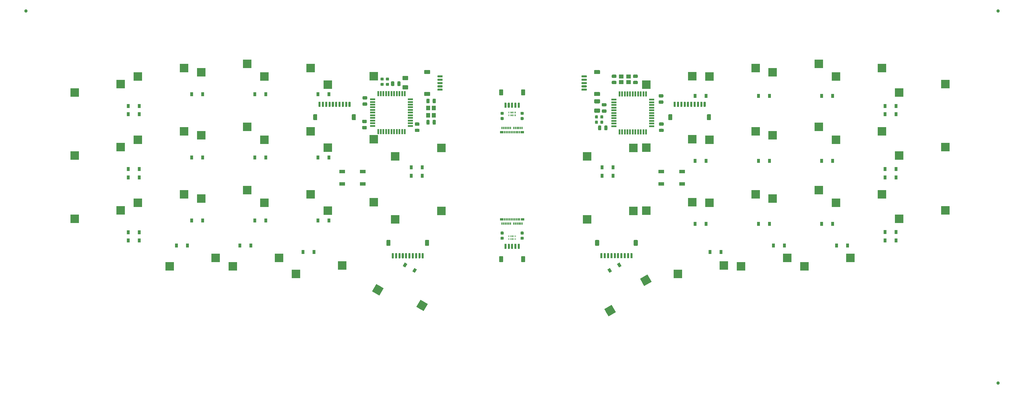
<source format=gbp>
G04 #@! TF.GenerationSoftware,KiCad,Pcbnew,(5.1.4)-1*
G04 #@! TF.CreationDate,2021-09-15T18:24:51-07:00*
G04 #@! TF.ProjectId,Panel,50616e65-6c2e-46b6-9963-61645f706362,rev?*
G04 #@! TF.SameCoordinates,Original*
G04 #@! TF.FileFunction,Paste,Bot*
G04 #@! TF.FilePolarity,Positive*
%FSLAX46Y46*%
G04 Gerber Fmt 4.6, Leading zero omitted, Abs format (unit mm)*
G04 Created by KiCad (PCBNEW (5.1.4)-1) date 2021-09-15 18:24:51*
%MOMM*%
%LPD*%
G04 APERTURE LIST*
%ADD10C,1.000000*%
%ADD11R,1.000000X0.700000*%
%ADD12R,0.300000X0.700000*%
%ADD13C,0.100000*%
%ADD14C,0.200000*%
%ADD15C,0.400000*%
%ADD16C,0.875000*%
%ADD17C,1.200000*%
%ADD18C,0.600000*%
%ADD19R,2.550000X2.500000*%
%ADD20R,1.200000X1.400000*%
%ADD21C,1.250000*%
%ADD22R,1.500000X0.550000*%
%ADD23R,0.550000X1.500000*%
%ADD24R,1.800000X1.100000*%
%ADD25C,2.500000*%
%ADD26R,0.900000X1.200000*%
%ADD27C,0.900000*%
%ADD28C,0.975000*%
%ADD29R,1.400000X1.200000*%
G04 APERTURE END LIST*
D10*
X3621772Y-45195578D03*
X295621772Y-45195578D03*
X295621772Y-157195578D03*
D11*
X146525886Y-107915789D03*
D12*
X147375886Y-107915789D03*
X147875886Y-107915789D03*
X148375886Y-107915789D03*
X148875886Y-107915789D03*
X149375886Y-107915789D03*
X149875886Y-107915789D03*
X150375886Y-107915789D03*
X150875886Y-107915789D03*
X151375886Y-107915789D03*
X151875886Y-107915789D03*
D11*
X152725886Y-107915789D03*
D12*
X152625886Y-109215789D03*
X152125886Y-109215789D03*
X151625886Y-109215789D03*
X151125886Y-109215789D03*
X150625886Y-109215789D03*
X150125886Y-109215789D03*
X149125886Y-109215789D03*
X148625886Y-109215789D03*
X148125886Y-109215789D03*
X147625886Y-109215789D03*
X147125886Y-109215789D03*
X146625886Y-109215789D03*
D13*
G36*
X148680787Y-113581030D02*
G01*
X148685641Y-113581750D01*
X148690400Y-113582942D01*
X148695020Y-113584595D01*
X148699456Y-113586693D01*
X148703665Y-113589216D01*
X148707606Y-113592138D01*
X148711241Y-113595434D01*
X148714537Y-113599069D01*
X148717459Y-113603010D01*
X148719982Y-113607219D01*
X148722080Y-113611655D01*
X148723733Y-113616275D01*
X148724925Y-113621034D01*
X148725645Y-113625888D01*
X148725886Y-113630789D01*
X148725886Y-114095789D01*
X148725645Y-114100690D01*
X148724925Y-114105544D01*
X148723733Y-114110303D01*
X148722080Y-114114923D01*
X148719982Y-114119359D01*
X148717459Y-114123568D01*
X148714537Y-114127509D01*
X148711241Y-114131144D01*
X148707606Y-114134440D01*
X148703665Y-114137362D01*
X148699456Y-114139885D01*
X148695020Y-114141983D01*
X148690400Y-114143636D01*
X148685641Y-114144828D01*
X148680787Y-114145548D01*
X148675886Y-114145789D01*
X148575886Y-114145789D01*
X148570985Y-114145548D01*
X148566131Y-114144828D01*
X148561372Y-114143636D01*
X148556752Y-114141983D01*
X148552316Y-114139885D01*
X148548107Y-114137362D01*
X148544166Y-114134440D01*
X148540531Y-114131144D01*
X148537235Y-114127509D01*
X148534313Y-114123568D01*
X148531790Y-114119359D01*
X148529692Y-114114923D01*
X148528039Y-114110303D01*
X148526847Y-114105544D01*
X148526127Y-114100690D01*
X148525886Y-114095789D01*
X148525886Y-113630789D01*
X148526127Y-113625888D01*
X148526847Y-113621034D01*
X148528039Y-113616275D01*
X148529692Y-113611655D01*
X148531790Y-113607219D01*
X148534313Y-113603010D01*
X148537235Y-113599069D01*
X148540531Y-113595434D01*
X148544166Y-113592138D01*
X148548107Y-113589216D01*
X148552316Y-113586693D01*
X148556752Y-113584595D01*
X148561372Y-113582942D01*
X148566131Y-113581750D01*
X148570985Y-113581030D01*
X148575886Y-113580789D01*
X148675886Y-113580789D01*
X148680787Y-113581030D01*
X148680787Y-113581030D01*
G37*
D14*
X148625886Y-113863289D03*
D13*
G36*
X149180787Y-113581030D02*
G01*
X149185641Y-113581750D01*
X149190400Y-113582942D01*
X149195020Y-113584595D01*
X149199456Y-113586693D01*
X149203665Y-113589216D01*
X149207606Y-113592138D01*
X149211241Y-113595434D01*
X149214537Y-113599069D01*
X149217459Y-113603010D01*
X149219982Y-113607219D01*
X149222080Y-113611655D01*
X149223733Y-113616275D01*
X149224925Y-113621034D01*
X149225645Y-113625888D01*
X149225886Y-113630789D01*
X149225886Y-114095789D01*
X149225645Y-114100690D01*
X149224925Y-114105544D01*
X149223733Y-114110303D01*
X149222080Y-114114923D01*
X149219982Y-114119359D01*
X149217459Y-114123568D01*
X149214537Y-114127509D01*
X149211241Y-114131144D01*
X149207606Y-114134440D01*
X149203665Y-114137362D01*
X149199456Y-114139885D01*
X149195020Y-114141983D01*
X149190400Y-114143636D01*
X149185641Y-114144828D01*
X149180787Y-114145548D01*
X149175886Y-114145789D01*
X149075886Y-114145789D01*
X149070985Y-114145548D01*
X149066131Y-114144828D01*
X149061372Y-114143636D01*
X149056752Y-114141983D01*
X149052316Y-114139885D01*
X149048107Y-114137362D01*
X149044166Y-114134440D01*
X149040531Y-114131144D01*
X149037235Y-114127509D01*
X149034313Y-114123568D01*
X149031790Y-114119359D01*
X149029692Y-114114923D01*
X149028039Y-114110303D01*
X149026847Y-114105544D01*
X149026127Y-114100690D01*
X149025886Y-114095789D01*
X149025886Y-113630789D01*
X149026127Y-113625888D01*
X149026847Y-113621034D01*
X149028039Y-113616275D01*
X149029692Y-113611655D01*
X149031790Y-113607219D01*
X149034313Y-113603010D01*
X149037235Y-113599069D01*
X149040531Y-113595434D01*
X149044166Y-113592138D01*
X149048107Y-113589216D01*
X149052316Y-113586693D01*
X149056752Y-113584595D01*
X149061372Y-113582942D01*
X149066131Y-113581750D01*
X149070985Y-113581030D01*
X149075886Y-113580789D01*
X149175886Y-113580789D01*
X149180787Y-113581030D01*
X149180787Y-113581030D01*
G37*
D14*
X149125886Y-113863289D03*
D13*
G36*
X149735688Y-113581271D02*
G01*
X149745395Y-113582710D01*
X149754914Y-113585095D01*
X149764154Y-113588401D01*
X149773026Y-113592597D01*
X149781443Y-113597642D01*
X149789325Y-113603488D01*
X149796597Y-113610078D01*
X149803187Y-113617350D01*
X149809033Y-113625232D01*
X149814078Y-113633649D01*
X149818274Y-113642521D01*
X149821580Y-113651761D01*
X149823965Y-113661280D01*
X149825404Y-113670987D01*
X149825886Y-113680789D01*
X149825886Y-114045789D01*
X149825404Y-114055591D01*
X149823965Y-114065298D01*
X149821580Y-114074817D01*
X149818274Y-114084057D01*
X149814078Y-114092929D01*
X149809033Y-114101346D01*
X149803187Y-114109228D01*
X149796597Y-114116500D01*
X149789325Y-114123090D01*
X149781443Y-114128936D01*
X149773026Y-114133981D01*
X149764154Y-114138177D01*
X149754914Y-114141483D01*
X149745395Y-114143868D01*
X149735688Y-114145307D01*
X149725886Y-114145789D01*
X149525886Y-114145789D01*
X149516084Y-114145307D01*
X149506377Y-114143868D01*
X149496858Y-114141483D01*
X149487618Y-114138177D01*
X149478746Y-114133981D01*
X149470329Y-114128936D01*
X149462447Y-114123090D01*
X149455175Y-114116500D01*
X149448585Y-114109228D01*
X149442739Y-114101346D01*
X149437694Y-114092929D01*
X149433498Y-114084057D01*
X149430192Y-114074817D01*
X149427807Y-114065298D01*
X149426368Y-114055591D01*
X149425886Y-114045789D01*
X149425886Y-113680789D01*
X149426368Y-113670987D01*
X149427807Y-113661280D01*
X149430192Y-113651761D01*
X149433498Y-113642521D01*
X149437694Y-113633649D01*
X149442739Y-113625232D01*
X149448585Y-113617350D01*
X149455175Y-113610078D01*
X149462447Y-113603488D01*
X149470329Y-113597642D01*
X149478746Y-113592597D01*
X149487618Y-113588401D01*
X149496858Y-113585095D01*
X149506377Y-113582710D01*
X149516084Y-113581271D01*
X149525886Y-113580789D01*
X149725886Y-113580789D01*
X149735688Y-113581271D01*
X149735688Y-113581271D01*
G37*
D15*
X149625886Y-113863289D03*
D13*
G36*
X150180787Y-113581030D02*
G01*
X150185641Y-113581750D01*
X150190400Y-113582942D01*
X150195020Y-113584595D01*
X150199456Y-113586693D01*
X150203665Y-113589216D01*
X150207606Y-113592138D01*
X150211241Y-113595434D01*
X150214537Y-113599069D01*
X150217459Y-113603010D01*
X150219982Y-113607219D01*
X150222080Y-113611655D01*
X150223733Y-113616275D01*
X150224925Y-113621034D01*
X150225645Y-113625888D01*
X150225886Y-113630789D01*
X150225886Y-114095789D01*
X150225645Y-114100690D01*
X150224925Y-114105544D01*
X150223733Y-114110303D01*
X150222080Y-114114923D01*
X150219982Y-114119359D01*
X150217459Y-114123568D01*
X150214537Y-114127509D01*
X150211241Y-114131144D01*
X150207606Y-114134440D01*
X150203665Y-114137362D01*
X150199456Y-114139885D01*
X150195020Y-114141983D01*
X150190400Y-114143636D01*
X150185641Y-114144828D01*
X150180787Y-114145548D01*
X150175886Y-114145789D01*
X150075886Y-114145789D01*
X150070985Y-114145548D01*
X150066131Y-114144828D01*
X150061372Y-114143636D01*
X150056752Y-114141983D01*
X150052316Y-114139885D01*
X150048107Y-114137362D01*
X150044166Y-114134440D01*
X150040531Y-114131144D01*
X150037235Y-114127509D01*
X150034313Y-114123568D01*
X150031790Y-114119359D01*
X150029692Y-114114923D01*
X150028039Y-114110303D01*
X150026847Y-114105544D01*
X150026127Y-114100690D01*
X150025886Y-114095789D01*
X150025886Y-113630789D01*
X150026127Y-113625888D01*
X150026847Y-113621034D01*
X150028039Y-113616275D01*
X150029692Y-113611655D01*
X150031790Y-113607219D01*
X150034313Y-113603010D01*
X150037235Y-113599069D01*
X150040531Y-113595434D01*
X150044166Y-113592138D01*
X150048107Y-113589216D01*
X150052316Y-113586693D01*
X150056752Y-113584595D01*
X150061372Y-113582942D01*
X150066131Y-113581750D01*
X150070985Y-113581030D01*
X150075886Y-113580789D01*
X150175886Y-113580789D01*
X150180787Y-113581030D01*
X150180787Y-113581030D01*
G37*
D14*
X150125886Y-113863289D03*
D13*
G36*
X150680787Y-113581030D02*
G01*
X150685641Y-113581750D01*
X150690400Y-113582942D01*
X150695020Y-113584595D01*
X150699456Y-113586693D01*
X150703665Y-113589216D01*
X150707606Y-113592138D01*
X150711241Y-113595434D01*
X150714537Y-113599069D01*
X150717459Y-113603010D01*
X150719982Y-113607219D01*
X150722080Y-113611655D01*
X150723733Y-113616275D01*
X150724925Y-113621034D01*
X150725645Y-113625888D01*
X150725886Y-113630789D01*
X150725886Y-114095789D01*
X150725645Y-114100690D01*
X150724925Y-114105544D01*
X150723733Y-114110303D01*
X150722080Y-114114923D01*
X150719982Y-114119359D01*
X150717459Y-114123568D01*
X150714537Y-114127509D01*
X150711241Y-114131144D01*
X150707606Y-114134440D01*
X150703665Y-114137362D01*
X150699456Y-114139885D01*
X150695020Y-114141983D01*
X150690400Y-114143636D01*
X150685641Y-114144828D01*
X150680787Y-114145548D01*
X150675886Y-114145789D01*
X150575886Y-114145789D01*
X150570985Y-114145548D01*
X150566131Y-114144828D01*
X150561372Y-114143636D01*
X150556752Y-114141983D01*
X150552316Y-114139885D01*
X150548107Y-114137362D01*
X150544166Y-114134440D01*
X150540531Y-114131144D01*
X150537235Y-114127509D01*
X150534313Y-114123568D01*
X150531790Y-114119359D01*
X150529692Y-114114923D01*
X150528039Y-114110303D01*
X150526847Y-114105544D01*
X150526127Y-114100690D01*
X150525886Y-114095789D01*
X150525886Y-113630789D01*
X150526127Y-113625888D01*
X150526847Y-113621034D01*
X150528039Y-113616275D01*
X150529692Y-113611655D01*
X150531790Y-113607219D01*
X150534313Y-113603010D01*
X150537235Y-113599069D01*
X150540531Y-113595434D01*
X150544166Y-113592138D01*
X150548107Y-113589216D01*
X150552316Y-113586693D01*
X150556752Y-113584595D01*
X150561372Y-113582942D01*
X150566131Y-113581750D01*
X150570985Y-113581030D01*
X150575886Y-113580789D01*
X150675886Y-113580789D01*
X150680787Y-113581030D01*
X150680787Y-113581030D01*
G37*
D14*
X150625886Y-113863289D03*
D13*
G36*
X150680787Y-112746030D02*
G01*
X150685641Y-112746750D01*
X150690400Y-112747942D01*
X150695020Y-112749595D01*
X150699456Y-112751693D01*
X150703665Y-112754216D01*
X150707606Y-112757138D01*
X150711241Y-112760434D01*
X150714537Y-112764069D01*
X150717459Y-112768010D01*
X150719982Y-112772219D01*
X150722080Y-112776655D01*
X150723733Y-112781275D01*
X150724925Y-112786034D01*
X150725645Y-112790888D01*
X150725886Y-112795789D01*
X150725886Y-113260789D01*
X150725645Y-113265690D01*
X150724925Y-113270544D01*
X150723733Y-113275303D01*
X150722080Y-113279923D01*
X150719982Y-113284359D01*
X150717459Y-113288568D01*
X150714537Y-113292509D01*
X150711241Y-113296144D01*
X150707606Y-113299440D01*
X150703665Y-113302362D01*
X150699456Y-113304885D01*
X150695020Y-113306983D01*
X150690400Y-113308636D01*
X150685641Y-113309828D01*
X150680787Y-113310548D01*
X150675886Y-113310789D01*
X150575886Y-113310789D01*
X150570985Y-113310548D01*
X150566131Y-113309828D01*
X150561372Y-113308636D01*
X150556752Y-113306983D01*
X150552316Y-113304885D01*
X150548107Y-113302362D01*
X150544166Y-113299440D01*
X150540531Y-113296144D01*
X150537235Y-113292509D01*
X150534313Y-113288568D01*
X150531790Y-113284359D01*
X150529692Y-113279923D01*
X150528039Y-113275303D01*
X150526847Y-113270544D01*
X150526127Y-113265690D01*
X150525886Y-113260789D01*
X150525886Y-112795789D01*
X150526127Y-112790888D01*
X150526847Y-112786034D01*
X150528039Y-112781275D01*
X150529692Y-112776655D01*
X150531790Y-112772219D01*
X150534313Y-112768010D01*
X150537235Y-112764069D01*
X150540531Y-112760434D01*
X150544166Y-112757138D01*
X150548107Y-112754216D01*
X150552316Y-112751693D01*
X150556752Y-112749595D01*
X150561372Y-112747942D01*
X150566131Y-112746750D01*
X150570985Y-112746030D01*
X150575886Y-112745789D01*
X150675886Y-112745789D01*
X150680787Y-112746030D01*
X150680787Y-112746030D01*
G37*
D14*
X150625886Y-113028289D03*
D13*
G36*
X150180787Y-112746030D02*
G01*
X150185641Y-112746750D01*
X150190400Y-112747942D01*
X150195020Y-112749595D01*
X150199456Y-112751693D01*
X150203665Y-112754216D01*
X150207606Y-112757138D01*
X150211241Y-112760434D01*
X150214537Y-112764069D01*
X150217459Y-112768010D01*
X150219982Y-112772219D01*
X150222080Y-112776655D01*
X150223733Y-112781275D01*
X150224925Y-112786034D01*
X150225645Y-112790888D01*
X150225886Y-112795789D01*
X150225886Y-113260789D01*
X150225645Y-113265690D01*
X150224925Y-113270544D01*
X150223733Y-113275303D01*
X150222080Y-113279923D01*
X150219982Y-113284359D01*
X150217459Y-113288568D01*
X150214537Y-113292509D01*
X150211241Y-113296144D01*
X150207606Y-113299440D01*
X150203665Y-113302362D01*
X150199456Y-113304885D01*
X150195020Y-113306983D01*
X150190400Y-113308636D01*
X150185641Y-113309828D01*
X150180787Y-113310548D01*
X150175886Y-113310789D01*
X150075886Y-113310789D01*
X150070985Y-113310548D01*
X150066131Y-113309828D01*
X150061372Y-113308636D01*
X150056752Y-113306983D01*
X150052316Y-113304885D01*
X150048107Y-113302362D01*
X150044166Y-113299440D01*
X150040531Y-113296144D01*
X150037235Y-113292509D01*
X150034313Y-113288568D01*
X150031790Y-113284359D01*
X150029692Y-113279923D01*
X150028039Y-113275303D01*
X150026847Y-113270544D01*
X150026127Y-113265690D01*
X150025886Y-113260789D01*
X150025886Y-112795789D01*
X150026127Y-112790888D01*
X150026847Y-112786034D01*
X150028039Y-112781275D01*
X150029692Y-112776655D01*
X150031790Y-112772219D01*
X150034313Y-112768010D01*
X150037235Y-112764069D01*
X150040531Y-112760434D01*
X150044166Y-112757138D01*
X150048107Y-112754216D01*
X150052316Y-112751693D01*
X150056752Y-112749595D01*
X150061372Y-112747942D01*
X150066131Y-112746750D01*
X150070985Y-112746030D01*
X150075886Y-112745789D01*
X150175886Y-112745789D01*
X150180787Y-112746030D01*
X150180787Y-112746030D01*
G37*
D14*
X150125886Y-113028289D03*
D13*
G36*
X149735688Y-112746271D02*
G01*
X149745395Y-112747710D01*
X149754914Y-112750095D01*
X149764154Y-112753401D01*
X149773026Y-112757597D01*
X149781443Y-112762642D01*
X149789325Y-112768488D01*
X149796597Y-112775078D01*
X149803187Y-112782350D01*
X149809033Y-112790232D01*
X149814078Y-112798649D01*
X149818274Y-112807521D01*
X149821580Y-112816761D01*
X149823965Y-112826280D01*
X149825404Y-112835987D01*
X149825886Y-112845789D01*
X149825886Y-113210789D01*
X149825404Y-113220591D01*
X149823965Y-113230298D01*
X149821580Y-113239817D01*
X149818274Y-113249057D01*
X149814078Y-113257929D01*
X149809033Y-113266346D01*
X149803187Y-113274228D01*
X149796597Y-113281500D01*
X149789325Y-113288090D01*
X149781443Y-113293936D01*
X149773026Y-113298981D01*
X149764154Y-113303177D01*
X149754914Y-113306483D01*
X149745395Y-113308868D01*
X149735688Y-113310307D01*
X149725886Y-113310789D01*
X149525886Y-113310789D01*
X149516084Y-113310307D01*
X149506377Y-113308868D01*
X149496858Y-113306483D01*
X149487618Y-113303177D01*
X149478746Y-113298981D01*
X149470329Y-113293936D01*
X149462447Y-113288090D01*
X149455175Y-113281500D01*
X149448585Y-113274228D01*
X149442739Y-113266346D01*
X149437694Y-113257929D01*
X149433498Y-113249057D01*
X149430192Y-113239817D01*
X149427807Y-113230298D01*
X149426368Y-113220591D01*
X149425886Y-113210789D01*
X149425886Y-112845789D01*
X149426368Y-112835987D01*
X149427807Y-112826280D01*
X149430192Y-112816761D01*
X149433498Y-112807521D01*
X149437694Y-112798649D01*
X149442739Y-112790232D01*
X149448585Y-112782350D01*
X149455175Y-112775078D01*
X149462447Y-112768488D01*
X149470329Y-112762642D01*
X149478746Y-112757597D01*
X149487618Y-112753401D01*
X149496858Y-112750095D01*
X149506377Y-112747710D01*
X149516084Y-112746271D01*
X149525886Y-112745789D01*
X149725886Y-112745789D01*
X149735688Y-112746271D01*
X149735688Y-112746271D01*
G37*
D15*
X149625886Y-113028289D03*
D13*
G36*
X149180787Y-112746030D02*
G01*
X149185641Y-112746750D01*
X149190400Y-112747942D01*
X149195020Y-112749595D01*
X149199456Y-112751693D01*
X149203665Y-112754216D01*
X149207606Y-112757138D01*
X149211241Y-112760434D01*
X149214537Y-112764069D01*
X149217459Y-112768010D01*
X149219982Y-112772219D01*
X149222080Y-112776655D01*
X149223733Y-112781275D01*
X149224925Y-112786034D01*
X149225645Y-112790888D01*
X149225886Y-112795789D01*
X149225886Y-113260789D01*
X149225645Y-113265690D01*
X149224925Y-113270544D01*
X149223733Y-113275303D01*
X149222080Y-113279923D01*
X149219982Y-113284359D01*
X149217459Y-113288568D01*
X149214537Y-113292509D01*
X149211241Y-113296144D01*
X149207606Y-113299440D01*
X149203665Y-113302362D01*
X149199456Y-113304885D01*
X149195020Y-113306983D01*
X149190400Y-113308636D01*
X149185641Y-113309828D01*
X149180787Y-113310548D01*
X149175886Y-113310789D01*
X149075886Y-113310789D01*
X149070985Y-113310548D01*
X149066131Y-113309828D01*
X149061372Y-113308636D01*
X149056752Y-113306983D01*
X149052316Y-113304885D01*
X149048107Y-113302362D01*
X149044166Y-113299440D01*
X149040531Y-113296144D01*
X149037235Y-113292509D01*
X149034313Y-113288568D01*
X149031790Y-113284359D01*
X149029692Y-113279923D01*
X149028039Y-113275303D01*
X149026847Y-113270544D01*
X149026127Y-113265690D01*
X149025886Y-113260789D01*
X149025886Y-112795789D01*
X149026127Y-112790888D01*
X149026847Y-112786034D01*
X149028039Y-112781275D01*
X149029692Y-112776655D01*
X149031790Y-112772219D01*
X149034313Y-112768010D01*
X149037235Y-112764069D01*
X149040531Y-112760434D01*
X149044166Y-112757138D01*
X149048107Y-112754216D01*
X149052316Y-112751693D01*
X149056752Y-112749595D01*
X149061372Y-112747942D01*
X149066131Y-112746750D01*
X149070985Y-112746030D01*
X149075886Y-112745789D01*
X149175886Y-112745789D01*
X149180787Y-112746030D01*
X149180787Y-112746030D01*
G37*
D14*
X149125886Y-113028289D03*
D13*
G36*
X148680787Y-112746030D02*
G01*
X148685641Y-112746750D01*
X148690400Y-112747942D01*
X148695020Y-112749595D01*
X148699456Y-112751693D01*
X148703665Y-112754216D01*
X148707606Y-112757138D01*
X148711241Y-112760434D01*
X148714537Y-112764069D01*
X148717459Y-112768010D01*
X148719982Y-112772219D01*
X148722080Y-112776655D01*
X148723733Y-112781275D01*
X148724925Y-112786034D01*
X148725645Y-112790888D01*
X148725886Y-112795789D01*
X148725886Y-113260789D01*
X148725645Y-113265690D01*
X148724925Y-113270544D01*
X148723733Y-113275303D01*
X148722080Y-113279923D01*
X148719982Y-113284359D01*
X148717459Y-113288568D01*
X148714537Y-113292509D01*
X148711241Y-113296144D01*
X148707606Y-113299440D01*
X148703665Y-113302362D01*
X148699456Y-113304885D01*
X148695020Y-113306983D01*
X148690400Y-113308636D01*
X148685641Y-113309828D01*
X148680787Y-113310548D01*
X148675886Y-113310789D01*
X148575886Y-113310789D01*
X148570985Y-113310548D01*
X148566131Y-113309828D01*
X148561372Y-113308636D01*
X148556752Y-113306983D01*
X148552316Y-113304885D01*
X148548107Y-113302362D01*
X148544166Y-113299440D01*
X148540531Y-113296144D01*
X148537235Y-113292509D01*
X148534313Y-113288568D01*
X148531790Y-113284359D01*
X148529692Y-113279923D01*
X148528039Y-113275303D01*
X148526847Y-113270544D01*
X148526127Y-113265690D01*
X148525886Y-113260789D01*
X148525886Y-112795789D01*
X148526127Y-112790888D01*
X148526847Y-112786034D01*
X148528039Y-112781275D01*
X148529692Y-112776655D01*
X148531790Y-112772219D01*
X148534313Y-112768010D01*
X148537235Y-112764069D01*
X148540531Y-112760434D01*
X148544166Y-112757138D01*
X148548107Y-112754216D01*
X148552316Y-112751693D01*
X148556752Y-112749595D01*
X148561372Y-112747942D01*
X148566131Y-112746750D01*
X148570985Y-112746030D01*
X148575886Y-112745789D01*
X148675886Y-112745789D01*
X148680787Y-112746030D01*
X148680787Y-112746030D01*
G37*
D14*
X148625886Y-113028289D03*
D13*
G36*
X146903577Y-113196842D02*
G01*
X146924812Y-113199992D01*
X146945636Y-113205208D01*
X146965848Y-113212440D01*
X146985254Y-113221619D01*
X147003667Y-113232655D01*
X147020910Y-113245443D01*
X147036816Y-113259859D01*
X147051232Y-113275765D01*
X147064020Y-113293008D01*
X147075056Y-113311421D01*
X147084235Y-113330827D01*
X147091467Y-113351039D01*
X147096683Y-113371863D01*
X147099833Y-113393098D01*
X147100886Y-113414539D01*
X147100886Y-113852039D01*
X147099833Y-113873480D01*
X147096683Y-113894715D01*
X147091467Y-113915539D01*
X147084235Y-113935751D01*
X147075056Y-113955157D01*
X147064020Y-113973570D01*
X147051232Y-113990813D01*
X147036816Y-114006719D01*
X147020910Y-114021135D01*
X147003667Y-114033923D01*
X146985254Y-114044959D01*
X146965848Y-114054138D01*
X146945636Y-114061370D01*
X146924812Y-114066586D01*
X146903577Y-114069736D01*
X146882136Y-114070789D01*
X146369636Y-114070789D01*
X146348195Y-114069736D01*
X146326960Y-114066586D01*
X146306136Y-114061370D01*
X146285924Y-114054138D01*
X146266518Y-114044959D01*
X146248105Y-114033923D01*
X146230862Y-114021135D01*
X146214956Y-114006719D01*
X146200540Y-113990813D01*
X146187752Y-113973570D01*
X146176716Y-113955157D01*
X146167537Y-113935751D01*
X146160305Y-113915539D01*
X146155089Y-113894715D01*
X146151939Y-113873480D01*
X146150886Y-113852039D01*
X146150886Y-113414539D01*
X146151939Y-113393098D01*
X146155089Y-113371863D01*
X146160305Y-113351039D01*
X146167537Y-113330827D01*
X146176716Y-113311421D01*
X146187752Y-113293008D01*
X146200540Y-113275765D01*
X146214956Y-113259859D01*
X146230862Y-113245443D01*
X146248105Y-113232655D01*
X146266518Y-113221619D01*
X146285924Y-113212440D01*
X146306136Y-113205208D01*
X146326960Y-113199992D01*
X146348195Y-113196842D01*
X146369636Y-113195789D01*
X146882136Y-113195789D01*
X146903577Y-113196842D01*
X146903577Y-113196842D01*
G37*
D16*
X146625886Y-113633289D03*
D13*
G36*
X146903577Y-111621842D02*
G01*
X146924812Y-111624992D01*
X146945636Y-111630208D01*
X146965848Y-111637440D01*
X146985254Y-111646619D01*
X147003667Y-111657655D01*
X147020910Y-111670443D01*
X147036816Y-111684859D01*
X147051232Y-111700765D01*
X147064020Y-111718008D01*
X147075056Y-111736421D01*
X147084235Y-111755827D01*
X147091467Y-111776039D01*
X147096683Y-111796863D01*
X147099833Y-111818098D01*
X147100886Y-111839539D01*
X147100886Y-112277039D01*
X147099833Y-112298480D01*
X147096683Y-112319715D01*
X147091467Y-112340539D01*
X147084235Y-112360751D01*
X147075056Y-112380157D01*
X147064020Y-112398570D01*
X147051232Y-112415813D01*
X147036816Y-112431719D01*
X147020910Y-112446135D01*
X147003667Y-112458923D01*
X146985254Y-112469959D01*
X146965848Y-112479138D01*
X146945636Y-112486370D01*
X146924812Y-112491586D01*
X146903577Y-112494736D01*
X146882136Y-112495789D01*
X146369636Y-112495789D01*
X146348195Y-112494736D01*
X146326960Y-112491586D01*
X146306136Y-112486370D01*
X146285924Y-112479138D01*
X146266518Y-112469959D01*
X146248105Y-112458923D01*
X146230862Y-112446135D01*
X146214956Y-112431719D01*
X146200540Y-112415813D01*
X146187752Y-112398570D01*
X146176716Y-112380157D01*
X146167537Y-112360751D01*
X146160305Y-112340539D01*
X146155089Y-112319715D01*
X146151939Y-112298480D01*
X146150886Y-112277039D01*
X146150886Y-111839539D01*
X146151939Y-111818098D01*
X146155089Y-111796863D01*
X146160305Y-111776039D01*
X146167537Y-111755827D01*
X146176716Y-111736421D01*
X146187752Y-111718008D01*
X146200540Y-111700765D01*
X146214956Y-111684859D01*
X146230862Y-111670443D01*
X146248105Y-111657655D01*
X146266518Y-111646619D01*
X146285924Y-111637440D01*
X146306136Y-111630208D01*
X146326960Y-111624992D01*
X146348195Y-111621842D01*
X146369636Y-111620789D01*
X146882136Y-111620789D01*
X146903577Y-111621842D01*
X146903577Y-111621842D01*
G37*
D16*
X146625886Y-112058289D03*
D13*
G36*
X152903577Y-111621842D02*
G01*
X152924812Y-111624992D01*
X152945636Y-111630208D01*
X152965848Y-111637440D01*
X152985254Y-111646619D01*
X153003667Y-111657655D01*
X153020910Y-111670443D01*
X153036816Y-111684859D01*
X153051232Y-111700765D01*
X153064020Y-111718008D01*
X153075056Y-111736421D01*
X153084235Y-111755827D01*
X153091467Y-111776039D01*
X153096683Y-111796863D01*
X153099833Y-111818098D01*
X153100886Y-111839539D01*
X153100886Y-112277039D01*
X153099833Y-112298480D01*
X153096683Y-112319715D01*
X153091467Y-112340539D01*
X153084235Y-112360751D01*
X153075056Y-112380157D01*
X153064020Y-112398570D01*
X153051232Y-112415813D01*
X153036816Y-112431719D01*
X153020910Y-112446135D01*
X153003667Y-112458923D01*
X152985254Y-112469959D01*
X152965848Y-112479138D01*
X152945636Y-112486370D01*
X152924812Y-112491586D01*
X152903577Y-112494736D01*
X152882136Y-112495789D01*
X152369636Y-112495789D01*
X152348195Y-112494736D01*
X152326960Y-112491586D01*
X152306136Y-112486370D01*
X152285924Y-112479138D01*
X152266518Y-112469959D01*
X152248105Y-112458923D01*
X152230862Y-112446135D01*
X152214956Y-112431719D01*
X152200540Y-112415813D01*
X152187752Y-112398570D01*
X152176716Y-112380157D01*
X152167537Y-112360751D01*
X152160305Y-112340539D01*
X152155089Y-112319715D01*
X152151939Y-112298480D01*
X152150886Y-112277039D01*
X152150886Y-111839539D01*
X152151939Y-111818098D01*
X152155089Y-111796863D01*
X152160305Y-111776039D01*
X152167537Y-111755827D01*
X152176716Y-111736421D01*
X152187752Y-111718008D01*
X152200540Y-111700765D01*
X152214956Y-111684859D01*
X152230862Y-111670443D01*
X152248105Y-111657655D01*
X152266518Y-111646619D01*
X152285924Y-111637440D01*
X152306136Y-111630208D01*
X152326960Y-111624992D01*
X152348195Y-111621842D01*
X152369636Y-111620789D01*
X152882136Y-111620789D01*
X152903577Y-111621842D01*
X152903577Y-111621842D01*
G37*
D16*
X152625886Y-112058289D03*
D13*
G36*
X152903577Y-113196842D02*
G01*
X152924812Y-113199992D01*
X152945636Y-113205208D01*
X152965848Y-113212440D01*
X152985254Y-113221619D01*
X153003667Y-113232655D01*
X153020910Y-113245443D01*
X153036816Y-113259859D01*
X153051232Y-113275765D01*
X153064020Y-113293008D01*
X153075056Y-113311421D01*
X153084235Y-113330827D01*
X153091467Y-113351039D01*
X153096683Y-113371863D01*
X153099833Y-113393098D01*
X153100886Y-113414539D01*
X153100886Y-113852039D01*
X153099833Y-113873480D01*
X153096683Y-113894715D01*
X153091467Y-113915539D01*
X153084235Y-113935751D01*
X153075056Y-113955157D01*
X153064020Y-113973570D01*
X153051232Y-113990813D01*
X153036816Y-114006719D01*
X153020910Y-114021135D01*
X153003667Y-114033923D01*
X152985254Y-114044959D01*
X152965848Y-114054138D01*
X152945636Y-114061370D01*
X152924812Y-114066586D01*
X152903577Y-114069736D01*
X152882136Y-114070789D01*
X152369636Y-114070789D01*
X152348195Y-114069736D01*
X152326960Y-114066586D01*
X152306136Y-114061370D01*
X152285924Y-114054138D01*
X152266518Y-114044959D01*
X152248105Y-114033923D01*
X152230862Y-114021135D01*
X152214956Y-114006719D01*
X152200540Y-113990813D01*
X152187752Y-113973570D01*
X152176716Y-113955157D01*
X152167537Y-113935751D01*
X152160305Y-113915539D01*
X152155089Y-113894715D01*
X152151939Y-113873480D01*
X152150886Y-113852039D01*
X152150886Y-113414539D01*
X152151939Y-113393098D01*
X152155089Y-113371863D01*
X152160305Y-113351039D01*
X152167537Y-113330827D01*
X152176716Y-113311421D01*
X152187752Y-113293008D01*
X152200540Y-113275765D01*
X152214956Y-113259859D01*
X152230862Y-113245443D01*
X152248105Y-113232655D01*
X152266518Y-113221619D01*
X152285924Y-113212440D01*
X152306136Y-113205208D01*
X152326960Y-113199992D01*
X152348195Y-113196842D01*
X152369636Y-113195789D01*
X152882136Y-113195789D01*
X152903577Y-113196842D01*
X152903577Y-113196842D01*
G37*
D16*
X152625886Y-113633289D03*
D13*
G36*
X146700391Y-119021993D02*
G01*
X146724659Y-119025593D01*
X146748458Y-119031554D01*
X146771557Y-119039819D01*
X146793736Y-119050309D01*
X146814779Y-119062921D01*
X146834485Y-119077536D01*
X146852663Y-119094012D01*
X146869139Y-119112190D01*
X146883754Y-119131896D01*
X146896366Y-119152939D01*
X146906856Y-119175118D01*
X146915121Y-119198217D01*
X146921082Y-119222016D01*
X146924682Y-119246284D01*
X146925886Y-119270788D01*
X146925886Y-120570790D01*
X146924682Y-120595294D01*
X146921082Y-120619562D01*
X146915121Y-120643361D01*
X146906856Y-120666460D01*
X146896366Y-120688639D01*
X146883754Y-120709682D01*
X146869139Y-120729388D01*
X146852663Y-120747566D01*
X146834485Y-120764042D01*
X146814779Y-120778657D01*
X146793736Y-120791269D01*
X146771557Y-120801759D01*
X146748458Y-120810024D01*
X146724659Y-120815985D01*
X146700391Y-120819585D01*
X146675887Y-120820789D01*
X145975885Y-120820789D01*
X145951381Y-120819585D01*
X145927113Y-120815985D01*
X145903314Y-120810024D01*
X145880215Y-120801759D01*
X145858036Y-120791269D01*
X145836993Y-120778657D01*
X145817287Y-120764042D01*
X145799109Y-120747566D01*
X145782633Y-120729388D01*
X145768018Y-120709682D01*
X145755406Y-120688639D01*
X145744916Y-120666460D01*
X145736651Y-120643361D01*
X145730690Y-120619562D01*
X145727090Y-120595294D01*
X145725886Y-120570790D01*
X145725886Y-119270788D01*
X145727090Y-119246284D01*
X145730690Y-119222016D01*
X145736651Y-119198217D01*
X145744916Y-119175118D01*
X145755406Y-119152939D01*
X145768018Y-119131896D01*
X145782633Y-119112190D01*
X145799109Y-119094012D01*
X145817287Y-119077536D01*
X145836993Y-119062921D01*
X145858036Y-119050309D01*
X145880215Y-119039819D01*
X145903314Y-119031554D01*
X145927113Y-119025593D01*
X145951381Y-119021993D01*
X145975885Y-119020789D01*
X146675887Y-119020789D01*
X146700391Y-119021993D01*
X146700391Y-119021993D01*
G37*
D17*
X146325886Y-119920789D03*
D13*
G36*
X153300391Y-119021993D02*
G01*
X153324659Y-119025593D01*
X153348458Y-119031554D01*
X153371557Y-119039819D01*
X153393736Y-119050309D01*
X153414779Y-119062921D01*
X153434485Y-119077536D01*
X153452663Y-119094012D01*
X153469139Y-119112190D01*
X153483754Y-119131896D01*
X153496366Y-119152939D01*
X153506856Y-119175118D01*
X153515121Y-119198217D01*
X153521082Y-119222016D01*
X153524682Y-119246284D01*
X153525886Y-119270788D01*
X153525886Y-120570790D01*
X153524682Y-120595294D01*
X153521082Y-120619562D01*
X153515121Y-120643361D01*
X153506856Y-120666460D01*
X153496366Y-120688639D01*
X153483754Y-120709682D01*
X153469139Y-120729388D01*
X153452663Y-120747566D01*
X153434485Y-120764042D01*
X153414779Y-120778657D01*
X153393736Y-120791269D01*
X153371557Y-120801759D01*
X153348458Y-120810024D01*
X153324659Y-120815985D01*
X153300391Y-120819585D01*
X153275887Y-120820789D01*
X152575885Y-120820789D01*
X152551381Y-120819585D01*
X152527113Y-120815985D01*
X152503314Y-120810024D01*
X152480215Y-120801759D01*
X152458036Y-120791269D01*
X152436993Y-120778657D01*
X152417287Y-120764042D01*
X152399109Y-120747566D01*
X152382633Y-120729388D01*
X152368018Y-120709682D01*
X152355406Y-120688639D01*
X152344916Y-120666460D01*
X152336651Y-120643361D01*
X152330690Y-120619562D01*
X152327090Y-120595294D01*
X152325886Y-120570790D01*
X152325886Y-119270788D01*
X152327090Y-119246284D01*
X152330690Y-119222016D01*
X152336651Y-119198217D01*
X152344916Y-119175118D01*
X152355406Y-119152939D01*
X152368018Y-119131896D01*
X152382633Y-119112190D01*
X152399109Y-119094012D01*
X152417287Y-119077536D01*
X152436993Y-119062921D01*
X152458036Y-119050309D01*
X152480215Y-119039819D01*
X152503314Y-119031554D01*
X152527113Y-119025593D01*
X152551381Y-119021993D01*
X152575885Y-119020789D01*
X153275887Y-119020789D01*
X153300391Y-119021993D01*
X153300391Y-119021993D01*
G37*
D17*
X152925886Y-119920789D03*
D13*
G36*
X147790589Y-115271511D02*
G01*
X147805150Y-115273671D01*
X147819429Y-115277248D01*
X147833289Y-115282207D01*
X147846596Y-115288501D01*
X147859222Y-115296069D01*
X147871045Y-115304837D01*
X147881952Y-115314723D01*
X147891838Y-115325630D01*
X147900606Y-115337453D01*
X147908174Y-115350079D01*
X147914468Y-115363386D01*
X147919427Y-115377246D01*
X147923004Y-115391525D01*
X147925164Y-115406086D01*
X147925886Y-115420789D01*
X147925886Y-116670789D01*
X147925164Y-116685492D01*
X147923004Y-116700053D01*
X147919427Y-116714332D01*
X147914468Y-116728192D01*
X147908174Y-116741499D01*
X147900606Y-116754125D01*
X147891838Y-116765948D01*
X147881952Y-116776855D01*
X147871045Y-116786741D01*
X147859222Y-116795509D01*
X147846596Y-116803077D01*
X147833289Y-116809371D01*
X147819429Y-116814330D01*
X147805150Y-116817907D01*
X147790589Y-116820067D01*
X147775886Y-116820789D01*
X147475886Y-116820789D01*
X147461183Y-116820067D01*
X147446622Y-116817907D01*
X147432343Y-116814330D01*
X147418483Y-116809371D01*
X147405176Y-116803077D01*
X147392550Y-116795509D01*
X147380727Y-116786741D01*
X147369820Y-116776855D01*
X147359934Y-116765948D01*
X147351166Y-116754125D01*
X147343598Y-116741499D01*
X147337304Y-116728192D01*
X147332345Y-116714332D01*
X147328768Y-116700053D01*
X147326608Y-116685492D01*
X147325886Y-116670789D01*
X147325886Y-115420789D01*
X147326608Y-115406086D01*
X147328768Y-115391525D01*
X147332345Y-115377246D01*
X147337304Y-115363386D01*
X147343598Y-115350079D01*
X147351166Y-115337453D01*
X147359934Y-115325630D01*
X147369820Y-115314723D01*
X147380727Y-115304837D01*
X147392550Y-115296069D01*
X147405176Y-115288501D01*
X147418483Y-115282207D01*
X147432343Y-115277248D01*
X147446622Y-115273671D01*
X147461183Y-115271511D01*
X147475886Y-115270789D01*
X147775886Y-115270789D01*
X147790589Y-115271511D01*
X147790589Y-115271511D01*
G37*
D18*
X147625886Y-116045789D03*
D13*
G36*
X148790589Y-115271511D02*
G01*
X148805150Y-115273671D01*
X148819429Y-115277248D01*
X148833289Y-115282207D01*
X148846596Y-115288501D01*
X148859222Y-115296069D01*
X148871045Y-115304837D01*
X148881952Y-115314723D01*
X148891838Y-115325630D01*
X148900606Y-115337453D01*
X148908174Y-115350079D01*
X148914468Y-115363386D01*
X148919427Y-115377246D01*
X148923004Y-115391525D01*
X148925164Y-115406086D01*
X148925886Y-115420789D01*
X148925886Y-116670789D01*
X148925164Y-116685492D01*
X148923004Y-116700053D01*
X148919427Y-116714332D01*
X148914468Y-116728192D01*
X148908174Y-116741499D01*
X148900606Y-116754125D01*
X148891838Y-116765948D01*
X148881952Y-116776855D01*
X148871045Y-116786741D01*
X148859222Y-116795509D01*
X148846596Y-116803077D01*
X148833289Y-116809371D01*
X148819429Y-116814330D01*
X148805150Y-116817907D01*
X148790589Y-116820067D01*
X148775886Y-116820789D01*
X148475886Y-116820789D01*
X148461183Y-116820067D01*
X148446622Y-116817907D01*
X148432343Y-116814330D01*
X148418483Y-116809371D01*
X148405176Y-116803077D01*
X148392550Y-116795509D01*
X148380727Y-116786741D01*
X148369820Y-116776855D01*
X148359934Y-116765948D01*
X148351166Y-116754125D01*
X148343598Y-116741499D01*
X148337304Y-116728192D01*
X148332345Y-116714332D01*
X148328768Y-116700053D01*
X148326608Y-116685492D01*
X148325886Y-116670789D01*
X148325886Y-115420789D01*
X148326608Y-115406086D01*
X148328768Y-115391525D01*
X148332345Y-115377246D01*
X148337304Y-115363386D01*
X148343598Y-115350079D01*
X148351166Y-115337453D01*
X148359934Y-115325630D01*
X148369820Y-115314723D01*
X148380727Y-115304837D01*
X148392550Y-115296069D01*
X148405176Y-115288501D01*
X148418483Y-115282207D01*
X148432343Y-115277248D01*
X148446622Y-115273671D01*
X148461183Y-115271511D01*
X148475886Y-115270789D01*
X148775886Y-115270789D01*
X148790589Y-115271511D01*
X148790589Y-115271511D01*
G37*
D18*
X148625886Y-116045789D03*
D13*
G36*
X149790589Y-115271511D02*
G01*
X149805150Y-115273671D01*
X149819429Y-115277248D01*
X149833289Y-115282207D01*
X149846596Y-115288501D01*
X149859222Y-115296069D01*
X149871045Y-115304837D01*
X149881952Y-115314723D01*
X149891838Y-115325630D01*
X149900606Y-115337453D01*
X149908174Y-115350079D01*
X149914468Y-115363386D01*
X149919427Y-115377246D01*
X149923004Y-115391525D01*
X149925164Y-115406086D01*
X149925886Y-115420789D01*
X149925886Y-116670789D01*
X149925164Y-116685492D01*
X149923004Y-116700053D01*
X149919427Y-116714332D01*
X149914468Y-116728192D01*
X149908174Y-116741499D01*
X149900606Y-116754125D01*
X149891838Y-116765948D01*
X149881952Y-116776855D01*
X149871045Y-116786741D01*
X149859222Y-116795509D01*
X149846596Y-116803077D01*
X149833289Y-116809371D01*
X149819429Y-116814330D01*
X149805150Y-116817907D01*
X149790589Y-116820067D01*
X149775886Y-116820789D01*
X149475886Y-116820789D01*
X149461183Y-116820067D01*
X149446622Y-116817907D01*
X149432343Y-116814330D01*
X149418483Y-116809371D01*
X149405176Y-116803077D01*
X149392550Y-116795509D01*
X149380727Y-116786741D01*
X149369820Y-116776855D01*
X149359934Y-116765948D01*
X149351166Y-116754125D01*
X149343598Y-116741499D01*
X149337304Y-116728192D01*
X149332345Y-116714332D01*
X149328768Y-116700053D01*
X149326608Y-116685492D01*
X149325886Y-116670789D01*
X149325886Y-115420789D01*
X149326608Y-115406086D01*
X149328768Y-115391525D01*
X149332345Y-115377246D01*
X149337304Y-115363386D01*
X149343598Y-115350079D01*
X149351166Y-115337453D01*
X149359934Y-115325630D01*
X149369820Y-115314723D01*
X149380727Y-115304837D01*
X149392550Y-115296069D01*
X149405176Y-115288501D01*
X149418483Y-115282207D01*
X149432343Y-115277248D01*
X149446622Y-115273671D01*
X149461183Y-115271511D01*
X149475886Y-115270789D01*
X149775886Y-115270789D01*
X149790589Y-115271511D01*
X149790589Y-115271511D01*
G37*
D18*
X149625886Y-116045789D03*
D13*
G36*
X150790589Y-115271511D02*
G01*
X150805150Y-115273671D01*
X150819429Y-115277248D01*
X150833289Y-115282207D01*
X150846596Y-115288501D01*
X150859222Y-115296069D01*
X150871045Y-115304837D01*
X150881952Y-115314723D01*
X150891838Y-115325630D01*
X150900606Y-115337453D01*
X150908174Y-115350079D01*
X150914468Y-115363386D01*
X150919427Y-115377246D01*
X150923004Y-115391525D01*
X150925164Y-115406086D01*
X150925886Y-115420789D01*
X150925886Y-116670789D01*
X150925164Y-116685492D01*
X150923004Y-116700053D01*
X150919427Y-116714332D01*
X150914468Y-116728192D01*
X150908174Y-116741499D01*
X150900606Y-116754125D01*
X150891838Y-116765948D01*
X150881952Y-116776855D01*
X150871045Y-116786741D01*
X150859222Y-116795509D01*
X150846596Y-116803077D01*
X150833289Y-116809371D01*
X150819429Y-116814330D01*
X150805150Y-116817907D01*
X150790589Y-116820067D01*
X150775886Y-116820789D01*
X150475886Y-116820789D01*
X150461183Y-116820067D01*
X150446622Y-116817907D01*
X150432343Y-116814330D01*
X150418483Y-116809371D01*
X150405176Y-116803077D01*
X150392550Y-116795509D01*
X150380727Y-116786741D01*
X150369820Y-116776855D01*
X150359934Y-116765948D01*
X150351166Y-116754125D01*
X150343598Y-116741499D01*
X150337304Y-116728192D01*
X150332345Y-116714332D01*
X150328768Y-116700053D01*
X150326608Y-116685492D01*
X150325886Y-116670789D01*
X150325886Y-115420789D01*
X150326608Y-115406086D01*
X150328768Y-115391525D01*
X150332345Y-115377246D01*
X150337304Y-115363386D01*
X150343598Y-115350079D01*
X150351166Y-115337453D01*
X150359934Y-115325630D01*
X150369820Y-115314723D01*
X150380727Y-115304837D01*
X150392550Y-115296069D01*
X150405176Y-115288501D01*
X150418483Y-115282207D01*
X150432343Y-115277248D01*
X150446622Y-115273671D01*
X150461183Y-115271511D01*
X150475886Y-115270789D01*
X150775886Y-115270789D01*
X150790589Y-115271511D01*
X150790589Y-115271511D01*
G37*
D18*
X150625886Y-116045789D03*
D13*
G36*
X151790589Y-115271511D02*
G01*
X151805150Y-115273671D01*
X151819429Y-115277248D01*
X151833289Y-115282207D01*
X151846596Y-115288501D01*
X151859222Y-115296069D01*
X151871045Y-115304837D01*
X151881952Y-115314723D01*
X151891838Y-115325630D01*
X151900606Y-115337453D01*
X151908174Y-115350079D01*
X151914468Y-115363386D01*
X151919427Y-115377246D01*
X151923004Y-115391525D01*
X151925164Y-115406086D01*
X151925886Y-115420789D01*
X151925886Y-116670789D01*
X151925164Y-116685492D01*
X151923004Y-116700053D01*
X151919427Y-116714332D01*
X151914468Y-116728192D01*
X151908174Y-116741499D01*
X151900606Y-116754125D01*
X151891838Y-116765948D01*
X151881952Y-116776855D01*
X151871045Y-116786741D01*
X151859222Y-116795509D01*
X151846596Y-116803077D01*
X151833289Y-116809371D01*
X151819429Y-116814330D01*
X151805150Y-116817907D01*
X151790589Y-116820067D01*
X151775886Y-116820789D01*
X151475886Y-116820789D01*
X151461183Y-116820067D01*
X151446622Y-116817907D01*
X151432343Y-116814330D01*
X151418483Y-116809371D01*
X151405176Y-116803077D01*
X151392550Y-116795509D01*
X151380727Y-116786741D01*
X151369820Y-116776855D01*
X151359934Y-116765948D01*
X151351166Y-116754125D01*
X151343598Y-116741499D01*
X151337304Y-116728192D01*
X151332345Y-116714332D01*
X151328768Y-116700053D01*
X151326608Y-116685492D01*
X151325886Y-116670789D01*
X151325886Y-115420789D01*
X151326608Y-115406086D01*
X151328768Y-115391525D01*
X151332345Y-115377246D01*
X151337304Y-115363386D01*
X151343598Y-115350079D01*
X151351166Y-115337453D01*
X151359934Y-115325630D01*
X151369820Y-115314723D01*
X151380727Y-115304837D01*
X151392550Y-115296069D01*
X151405176Y-115288501D01*
X151418483Y-115282207D01*
X151432343Y-115277248D01*
X151446622Y-115273671D01*
X151461183Y-115271511D01*
X151475886Y-115270789D01*
X151775886Y-115270789D01*
X151790589Y-115271511D01*
X151790589Y-115271511D01*
G37*
D18*
X151625886Y-116045789D03*
D13*
G36*
X150675787Y-75496030D02*
G01*
X150680641Y-75496750D01*
X150685400Y-75497942D01*
X150690020Y-75499595D01*
X150694456Y-75501693D01*
X150698665Y-75504216D01*
X150702606Y-75507138D01*
X150706241Y-75510434D01*
X150709537Y-75514069D01*
X150712459Y-75518010D01*
X150714982Y-75522219D01*
X150717080Y-75526655D01*
X150718733Y-75531275D01*
X150719925Y-75536034D01*
X150720645Y-75540888D01*
X150720886Y-75545789D01*
X150720886Y-76010789D01*
X150720645Y-76015690D01*
X150719925Y-76020544D01*
X150718733Y-76025303D01*
X150717080Y-76029923D01*
X150714982Y-76034359D01*
X150712459Y-76038568D01*
X150709537Y-76042509D01*
X150706241Y-76046144D01*
X150702606Y-76049440D01*
X150698665Y-76052362D01*
X150694456Y-76054885D01*
X150690020Y-76056983D01*
X150685400Y-76058636D01*
X150680641Y-76059828D01*
X150675787Y-76060548D01*
X150670886Y-76060789D01*
X150570886Y-76060789D01*
X150565985Y-76060548D01*
X150561131Y-76059828D01*
X150556372Y-76058636D01*
X150551752Y-76056983D01*
X150547316Y-76054885D01*
X150543107Y-76052362D01*
X150539166Y-76049440D01*
X150535531Y-76046144D01*
X150532235Y-76042509D01*
X150529313Y-76038568D01*
X150526790Y-76034359D01*
X150524692Y-76029923D01*
X150523039Y-76025303D01*
X150521847Y-76020544D01*
X150521127Y-76015690D01*
X150520886Y-76010789D01*
X150520886Y-75545789D01*
X150521127Y-75540888D01*
X150521847Y-75536034D01*
X150523039Y-75531275D01*
X150524692Y-75526655D01*
X150526790Y-75522219D01*
X150529313Y-75518010D01*
X150532235Y-75514069D01*
X150535531Y-75510434D01*
X150539166Y-75507138D01*
X150543107Y-75504216D01*
X150547316Y-75501693D01*
X150551752Y-75499595D01*
X150556372Y-75497942D01*
X150561131Y-75496750D01*
X150565985Y-75496030D01*
X150570886Y-75495789D01*
X150670886Y-75495789D01*
X150675787Y-75496030D01*
X150675787Y-75496030D01*
G37*
D14*
X150620886Y-75778289D03*
D13*
G36*
X150175787Y-75496030D02*
G01*
X150180641Y-75496750D01*
X150185400Y-75497942D01*
X150190020Y-75499595D01*
X150194456Y-75501693D01*
X150198665Y-75504216D01*
X150202606Y-75507138D01*
X150206241Y-75510434D01*
X150209537Y-75514069D01*
X150212459Y-75518010D01*
X150214982Y-75522219D01*
X150217080Y-75526655D01*
X150218733Y-75531275D01*
X150219925Y-75536034D01*
X150220645Y-75540888D01*
X150220886Y-75545789D01*
X150220886Y-76010789D01*
X150220645Y-76015690D01*
X150219925Y-76020544D01*
X150218733Y-76025303D01*
X150217080Y-76029923D01*
X150214982Y-76034359D01*
X150212459Y-76038568D01*
X150209537Y-76042509D01*
X150206241Y-76046144D01*
X150202606Y-76049440D01*
X150198665Y-76052362D01*
X150194456Y-76054885D01*
X150190020Y-76056983D01*
X150185400Y-76058636D01*
X150180641Y-76059828D01*
X150175787Y-76060548D01*
X150170886Y-76060789D01*
X150070886Y-76060789D01*
X150065985Y-76060548D01*
X150061131Y-76059828D01*
X150056372Y-76058636D01*
X150051752Y-76056983D01*
X150047316Y-76054885D01*
X150043107Y-76052362D01*
X150039166Y-76049440D01*
X150035531Y-76046144D01*
X150032235Y-76042509D01*
X150029313Y-76038568D01*
X150026790Y-76034359D01*
X150024692Y-76029923D01*
X150023039Y-76025303D01*
X150021847Y-76020544D01*
X150021127Y-76015690D01*
X150020886Y-76010789D01*
X150020886Y-75545789D01*
X150021127Y-75540888D01*
X150021847Y-75536034D01*
X150023039Y-75531275D01*
X150024692Y-75526655D01*
X150026790Y-75522219D01*
X150029313Y-75518010D01*
X150032235Y-75514069D01*
X150035531Y-75510434D01*
X150039166Y-75507138D01*
X150043107Y-75504216D01*
X150047316Y-75501693D01*
X150051752Y-75499595D01*
X150056372Y-75497942D01*
X150061131Y-75496750D01*
X150065985Y-75496030D01*
X150070886Y-75495789D01*
X150170886Y-75495789D01*
X150175787Y-75496030D01*
X150175787Y-75496030D01*
G37*
D14*
X150120886Y-75778289D03*
D13*
G36*
X149730688Y-75496271D02*
G01*
X149740395Y-75497710D01*
X149749914Y-75500095D01*
X149759154Y-75503401D01*
X149768026Y-75507597D01*
X149776443Y-75512642D01*
X149784325Y-75518488D01*
X149791597Y-75525078D01*
X149798187Y-75532350D01*
X149804033Y-75540232D01*
X149809078Y-75548649D01*
X149813274Y-75557521D01*
X149816580Y-75566761D01*
X149818965Y-75576280D01*
X149820404Y-75585987D01*
X149820886Y-75595789D01*
X149820886Y-75960789D01*
X149820404Y-75970591D01*
X149818965Y-75980298D01*
X149816580Y-75989817D01*
X149813274Y-75999057D01*
X149809078Y-76007929D01*
X149804033Y-76016346D01*
X149798187Y-76024228D01*
X149791597Y-76031500D01*
X149784325Y-76038090D01*
X149776443Y-76043936D01*
X149768026Y-76048981D01*
X149759154Y-76053177D01*
X149749914Y-76056483D01*
X149740395Y-76058868D01*
X149730688Y-76060307D01*
X149720886Y-76060789D01*
X149520886Y-76060789D01*
X149511084Y-76060307D01*
X149501377Y-76058868D01*
X149491858Y-76056483D01*
X149482618Y-76053177D01*
X149473746Y-76048981D01*
X149465329Y-76043936D01*
X149457447Y-76038090D01*
X149450175Y-76031500D01*
X149443585Y-76024228D01*
X149437739Y-76016346D01*
X149432694Y-76007929D01*
X149428498Y-75999057D01*
X149425192Y-75989817D01*
X149422807Y-75980298D01*
X149421368Y-75970591D01*
X149420886Y-75960789D01*
X149420886Y-75595789D01*
X149421368Y-75585987D01*
X149422807Y-75576280D01*
X149425192Y-75566761D01*
X149428498Y-75557521D01*
X149432694Y-75548649D01*
X149437739Y-75540232D01*
X149443585Y-75532350D01*
X149450175Y-75525078D01*
X149457447Y-75518488D01*
X149465329Y-75512642D01*
X149473746Y-75507597D01*
X149482618Y-75503401D01*
X149491858Y-75500095D01*
X149501377Y-75497710D01*
X149511084Y-75496271D01*
X149520886Y-75495789D01*
X149720886Y-75495789D01*
X149730688Y-75496271D01*
X149730688Y-75496271D01*
G37*
D15*
X149620886Y-75778289D03*
D13*
G36*
X149175787Y-75496030D02*
G01*
X149180641Y-75496750D01*
X149185400Y-75497942D01*
X149190020Y-75499595D01*
X149194456Y-75501693D01*
X149198665Y-75504216D01*
X149202606Y-75507138D01*
X149206241Y-75510434D01*
X149209537Y-75514069D01*
X149212459Y-75518010D01*
X149214982Y-75522219D01*
X149217080Y-75526655D01*
X149218733Y-75531275D01*
X149219925Y-75536034D01*
X149220645Y-75540888D01*
X149220886Y-75545789D01*
X149220886Y-76010789D01*
X149220645Y-76015690D01*
X149219925Y-76020544D01*
X149218733Y-76025303D01*
X149217080Y-76029923D01*
X149214982Y-76034359D01*
X149212459Y-76038568D01*
X149209537Y-76042509D01*
X149206241Y-76046144D01*
X149202606Y-76049440D01*
X149198665Y-76052362D01*
X149194456Y-76054885D01*
X149190020Y-76056983D01*
X149185400Y-76058636D01*
X149180641Y-76059828D01*
X149175787Y-76060548D01*
X149170886Y-76060789D01*
X149070886Y-76060789D01*
X149065985Y-76060548D01*
X149061131Y-76059828D01*
X149056372Y-76058636D01*
X149051752Y-76056983D01*
X149047316Y-76054885D01*
X149043107Y-76052362D01*
X149039166Y-76049440D01*
X149035531Y-76046144D01*
X149032235Y-76042509D01*
X149029313Y-76038568D01*
X149026790Y-76034359D01*
X149024692Y-76029923D01*
X149023039Y-76025303D01*
X149021847Y-76020544D01*
X149021127Y-76015690D01*
X149020886Y-76010789D01*
X149020886Y-75545789D01*
X149021127Y-75540888D01*
X149021847Y-75536034D01*
X149023039Y-75531275D01*
X149024692Y-75526655D01*
X149026790Y-75522219D01*
X149029313Y-75518010D01*
X149032235Y-75514069D01*
X149035531Y-75510434D01*
X149039166Y-75507138D01*
X149043107Y-75504216D01*
X149047316Y-75501693D01*
X149051752Y-75499595D01*
X149056372Y-75497942D01*
X149061131Y-75496750D01*
X149065985Y-75496030D01*
X149070886Y-75495789D01*
X149170886Y-75495789D01*
X149175787Y-75496030D01*
X149175787Y-75496030D01*
G37*
D14*
X149120886Y-75778289D03*
D13*
G36*
X148675787Y-75496030D02*
G01*
X148680641Y-75496750D01*
X148685400Y-75497942D01*
X148690020Y-75499595D01*
X148694456Y-75501693D01*
X148698665Y-75504216D01*
X148702606Y-75507138D01*
X148706241Y-75510434D01*
X148709537Y-75514069D01*
X148712459Y-75518010D01*
X148714982Y-75522219D01*
X148717080Y-75526655D01*
X148718733Y-75531275D01*
X148719925Y-75536034D01*
X148720645Y-75540888D01*
X148720886Y-75545789D01*
X148720886Y-76010789D01*
X148720645Y-76015690D01*
X148719925Y-76020544D01*
X148718733Y-76025303D01*
X148717080Y-76029923D01*
X148714982Y-76034359D01*
X148712459Y-76038568D01*
X148709537Y-76042509D01*
X148706241Y-76046144D01*
X148702606Y-76049440D01*
X148698665Y-76052362D01*
X148694456Y-76054885D01*
X148690020Y-76056983D01*
X148685400Y-76058636D01*
X148680641Y-76059828D01*
X148675787Y-76060548D01*
X148670886Y-76060789D01*
X148570886Y-76060789D01*
X148565985Y-76060548D01*
X148561131Y-76059828D01*
X148556372Y-76058636D01*
X148551752Y-76056983D01*
X148547316Y-76054885D01*
X148543107Y-76052362D01*
X148539166Y-76049440D01*
X148535531Y-76046144D01*
X148532235Y-76042509D01*
X148529313Y-76038568D01*
X148526790Y-76034359D01*
X148524692Y-76029923D01*
X148523039Y-76025303D01*
X148521847Y-76020544D01*
X148521127Y-76015690D01*
X148520886Y-76010789D01*
X148520886Y-75545789D01*
X148521127Y-75540888D01*
X148521847Y-75536034D01*
X148523039Y-75531275D01*
X148524692Y-75526655D01*
X148526790Y-75522219D01*
X148529313Y-75518010D01*
X148532235Y-75514069D01*
X148535531Y-75510434D01*
X148539166Y-75507138D01*
X148543107Y-75504216D01*
X148547316Y-75501693D01*
X148551752Y-75499595D01*
X148556372Y-75497942D01*
X148561131Y-75496750D01*
X148565985Y-75496030D01*
X148570886Y-75495789D01*
X148670886Y-75495789D01*
X148675787Y-75496030D01*
X148675787Y-75496030D01*
G37*
D14*
X148620886Y-75778289D03*
D13*
G36*
X148675787Y-76331030D02*
G01*
X148680641Y-76331750D01*
X148685400Y-76332942D01*
X148690020Y-76334595D01*
X148694456Y-76336693D01*
X148698665Y-76339216D01*
X148702606Y-76342138D01*
X148706241Y-76345434D01*
X148709537Y-76349069D01*
X148712459Y-76353010D01*
X148714982Y-76357219D01*
X148717080Y-76361655D01*
X148718733Y-76366275D01*
X148719925Y-76371034D01*
X148720645Y-76375888D01*
X148720886Y-76380789D01*
X148720886Y-76845789D01*
X148720645Y-76850690D01*
X148719925Y-76855544D01*
X148718733Y-76860303D01*
X148717080Y-76864923D01*
X148714982Y-76869359D01*
X148712459Y-76873568D01*
X148709537Y-76877509D01*
X148706241Y-76881144D01*
X148702606Y-76884440D01*
X148698665Y-76887362D01*
X148694456Y-76889885D01*
X148690020Y-76891983D01*
X148685400Y-76893636D01*
X148680641Y-76894828D01*
X148675787Y-76895548D01*
X148670886Y-76895789D01*
X148570886Y-76895789D01*
X148565985Y-76895548D01*
X148561131Y-76894828D01*
X148556372Y-76893636D01*
X148551752Y-76891983D01*
X148547316Y-76889885D01*
X148543107Y-76887362D01*
X148539166Y-76884440D01*
X148535531Y-76881144D01*
X148532235Y-76877509D01*
X148529313Y-76873568D01*
X148526790Y-76869359D01*
X148524692Y-76864923D01*
X148523039Y-76860303D01*
X148521847Y-76855544D01*
X148521127Y-76850690D01*
X148520886Y-76845789D01*
X148520886Y-76380789D01*
X148521127Y-76375888D01*
X148521847Y-76371034D01*
X148523039Y-76366275D01*
X148524692Y-76361655D01*
X148526790Y-76357219D01*
X148529313Y-76353010D01*
X148532235Y-76349069D01*
X148535531Y-76345434D01*
X148539166Y-76342138D01*
X148543107Y-76339216D01*
X148547316Y-76336693D01*
X148551752Y-76334595D01*
X148556372Y-76332942D01*
X148561131Y-76331750D01*
X148565985Y-76331030D01*
X148570886Y-76330789D01*
X148670886Y-76330789D01*
X148675787Y-76331030D01*
X148675787Y-76331030D01*
G37*
D14*
X148620886Y-76613289D03*
D13*
G36*
X149175787Y-76331030D02*
G01*
X149180641Y-76331750D01*
X149185400Y-76332942D01*
X149190020Y-76334595D01*
X149194456Y-76336693D01*
X149198665Y-76339216D01*
X149202606Y-76342138D01*
X149206241Y-76345434D01*
X149209537Y-76349069D01*
X149212459Y-76353010D01*
X149214982Y-76357219D01*
X149217080Y-76361655D01*
X149218733Y-76366275D01*
X149219925Y-76371034D01*
X149220645Y-76375888D01*
X149220886Y-76380789D01*
X149220886Y-76845789D01*
X149220645Y-76850690D01*
X149219925Y-76855544D01*
X149218733Y-76860303D01*
X149217080Y-76864923D01*
X149214982Y-76869359D01*
X149212459Y-76873568D01*
X149209537Y-76877509D01*
X149206241Y-76881144D01*
X149202606Y-76884440D01*
X149198665Y-76887362D01*
X149194456Y-76889885D01*
X149190020Y-76891983D01*
X149185400Y-76893636D01*
X149180641Y-76894828D01*
X149175787Y-76895548D01*
X149170886Y-76895789D01*
X149070886Y-76895789D01*
X149065985Y-76895548D01*
X149061131Y-76894828D01*
X149056372Y-76893636D01*
X149051752Y-76891983D01*
X149047316Y-76889885D01*
X149043107Y-76887362D01*
X149039166Y-76884440D01*
X149035531Y-76881144D01*
X149032235Y-76877509D01*
X149029313Y-76873568D01*
X149026790Y-76869359D01*
X149024692Y-76864923D01*
X149023039Y-76860303D01*
X149021847Y-76855544D01*
X149021127Y-76850690D01*
X149020886Y-76845789D01*
X149020886Y-76380789D01*
X149021127Y-76375888D01*
X149021847Y-76371034D01*
X149023039Y-76366275D01*
X149024692Y-76361655D01*
X149026790Y-76357219D01*
X149029313Y-76353010D01*
X149032235Y-76349069D01*
X149035531Y-76345434D01*
X149039166Y-76342138D01*
X149043107Y-76339216D01*
X149047316Y-76336693D01*
X149051752Y-76334595D01*
X149056372Y-76332942D01*
X149061131Y-76331750D01*
X149065985Y-76331030D01*
X149070886Y-76330789D01*
X149170886Y-76330789D01*
X149175787Y-76331030D01*
X149175787Y-76331030D01*
G37*
D14*
X149120886Y-76613289D03*
D13*
G36*
X149730688Y-76331271D02*
G01*
X149740395Y-76332710D01*
X149749914Y-76335095D01*
X149759154Y-76338401D01*
X149768026Y-76342597D01*
X149776443Y-76347642D01*
X149784325Y-76353488D01*
X149791597Y-76360078D01*
X149798187Y-76367350D01*
X149804033Y-76375232D01*
X149809078Y-76383649D01*
X149813274Y-76392521D01*
X149816580Y-76401761D01*
X149818965Y-76411280D01*
X149820404Y-76420987D01*
X149820886Y-76430789D01*
X149820886Y-76795789D01*
X149820404Y-76805591D01*
X149818965Y-76815298D01*
X149816580Y-76824817D01*
X149813274Y-76834057D01*
X149809078Y-76842929D01*
X149804033Y-76851346D01*
X149798187Y-76859228D01*
X149791597Y-76866500D01*
X149784325Y-76873090D01*
X149776443Y-76878936D01*
X149768026Y-76883981D01*
X149759154Y-76888177D01*
X149749914Y-76891483D01*
X149740395Y-76893868D01*
X149730688Y-76895307D01*
X149720886Y-76895789D01*
X149520886Y-76895789D01*
X149511084Y-76895307D01*
X149501377Y-76893868D01*
X149491858Y-76891483D01*
X149482618Y-76888177D01*
X149473746Y-76883981D01*
X149465329Y-76878936D01*
X149457447Y-76873090D01*
X149450175Y-76866500D01*
X149443585Y-76859228D01*
X149437739Y-76851346D01*
X149432694Y-76842929D01*
X149428498Y-76834057D01*
X149425192Y-76824817D01*
X149422807Y-76815298D01*
X149421368Y-76805591D01*
X149420886Y-76795789D01*
X149420886Y-76430789D01*
X149421368Y-76420987D01*
X149422807Y-76411280D01*
X149425192Y-76401761D01*
X149428498Y-76392521D01*
X149432694Y-76383649D01*
X149437739Y-76375232D01*
X149443585Y-76367350D01*
X149450175Y-76360078D01*
X149457447Y-76353488D01*
X149465329Y-76347642D01*
X149473746Y-76342597D01*
X149482618Y-76338401D01*
X149491858Y-76335095D01*
X149501377Y-76332710D01*
X149511084Y-76331271D01*
X149520886Y-76330789D01*
X149720886Y-76330789D01*
X149730688Y-76331271D01*
X149730688Y-76331271D01*
G37*
D15*
X149620886Y-76613289D03*
D13*
G36*
X150175787Y-76331030D02*
G01*
X150180641Y-76331750D01*
X150185400Y-76332942D01*
X150190020Y-76334595D01*
X150194456Y-76336693D01*
X150198665Y-76339216D01*
X150202606Y-76342138D01*
X150206241Y-76345434D01*
X150209537Y-76349069D01*
X150212459Y-76353010D01*
X150214982Y-76357219D01*
X150217080Y-76361655D01*
X150218733Y-76366275D01*
X150219925Y-76371034D01*
X150220645Y-76375888D01*
X150220886Y-76380789D01*
X150220886Y-76845789D01*
X150220645Y-76850690D01*
X150219925Y-76855544D01*
X150218733Y-76860303D01*
X150217080Y-76864923D01*
X150214982Y-76869359D01*
X150212459Y-76873568D01*
X150209537Y-76877509D01*
X150206241Y-76881144D01*
X150202606Y-76884440D01*
X150198665Y-76887362D01*
X150194456Y-76889885D01*
X150190020Y-76891983D01*
X150185400Y-76893636D01*
X150180641Y-76894828D01*
X150175787Y-76895548D01*
X150170886Y-76895789D01*
X150070886Y-76895789D01*
X150065985Y-76895548D01*
X150061131Y-76894828D01*
X150056372Y-76893636D01*
X150051752Y-76891983D01*
X150047316Y-76889885D01*
X150043107Y-76887362D01*
X150039166Y-76884440D01*
X150035531Y-76881144D01*
X150032235Y-76877509D01*
X150029313Y-76873568D01*
X150026790Y-76869359D01*
X150024692Y-76864923D01*
X150023039Y-76860303D01*
X150021847Y-76855544D01*
X150021127Y-76850690D01*
X150020886Y-76845789D01*
X150020886Y-76380789D01*
X150021127Y-76375888D01*
X150021847Y-76371034D01*
X150023039Y-76366275D01*
X150024692Y-76361655D01*
X150026790Y-76357219D01*
X150029313Y-76353010D01*
X150032235Y-76349069D01*
X150035531Y-76345434D01*
X150039166Y-76342138D01*
X150043107Y-76339216D01*
X150047316Y-76336693D01*
X150051752Y-76334595D01*
X150056372Y-76332942D01*
X150061131Y-76331750D01*
X150065985Y-76331030D01*
X150070886Y-76330789D01*
X150170886Y-76330789D01*
X150175787Y-76331030D01*
X150175787Y-76331030D01*
G37*
D14*
X150120886Y-76613289D03*
D13*
G36*
X150675787Y-76331030D02*
G01*
X150680641Y-76331750D01*
X150685400Y-76332942D01*
X150690020Y-76334595D01*
X150694456Y-76336693D01*
X150698665Y-76339216D01*
X150702606Y-76342138D01*
X150706241Y-76345434D01*
X150709537Y-76349069D01*
X150712459Y-76353010D01*
X150714982Y-76357219D01*
X150717080Y-76361655D01*
X150718733Y-76366275D01*
X150719925Y-76371034D01*
X150720645Y-76375888D01*
X150720886Y-76380789D01*
X150720886Y-76845789D01*
X150720645Y-76850690D01*
X150719925Y-76855544D01*
X150718733Y-76860303D01*
X150717080Y-76864923D01*
X150714982Y-76869359D01*
X150712459Y-76873568D01*
X150709537Y-76877509D01*
X150706241Y-76881144D01*
X150702606Y-76884440D01*
X150698665Y-76887362D01*
X150694456Y-76889885D01*
X150690020Y-76891983D01*
X150685400Y-76893636D01*
X150680641Y-76894828D01*
X150675787Y-76895548D01*
X150670886Y-76895789D01*
X150570886Y-76895789D01*
X150565985Y-76895548D01*
X150561131Y-76894828D01*
X150556372Y-76893636D01*
X150551752Y-76891983D01*
X150547316Y-76889885D01*
X150543107Y-76887362D01*
X150539166Y-76884440D01*
X150535531Y-76881144D01*
X150532235Y-76877509D01*
X150529313Y-76873568D01*
X150526790Y-76869359D01*
X150524692Y-76864923D01*
X150523039Y-76860303D01*
X150521847Y-76855544D01*
X150521127Y-76850690D01*
X150520886Y-76845789D01*
X150520886Y-76380789D01*
X150521127Y-76375888D01*
X150521847Y-76371034D01*
X150523039Y-76366275D01*
X150524692Y-76361655D01*
X150526790Y-76357219D01*
X150529313Y-76353010D01*
X150532235Y-76349069D01*
X150535531Y-76345434D01*
X150539166Y-76342138D01*
X150543107Y-76339216D01*
X150547316Y-76336693D01*
X150551752Y-76334595D01*
X150556372Y-76332942D01*
X150561131Y-76331750D01*
X150565985Y-76331030D01*
X150570886Y-76330789D01*
X150670886Y-76330789D01*
X150675787Y-76331030D01*
X150675787Y-76331030D01*
G37*
D14*
X150620886Y-76613289D03*
D13*
G36*
X152898577Y-75571842D02*
G01*
X152919812Y-75574992D01*
X152940636Y-75580208D01*
X152960848Y-75587440D01*
X152980254Y-75596619D01*
X152998667Y-75607655D01*
X153015910Y-75620443D01*
X153031816Y-75634859D01*
X153046232Y-75650765D01*
X153059020Y-75668008D01*
X153070056Y-75686421D01*
X153079235Y-75705827D01*
X153086467Y-75726039D01*
X153091683Y-75746863D01*
X153094833Y-75768098D01*
X153095886Y-75789539D01*
X153095886Y-76227039D01*
X153094833Y-76248480D01*
X153091683Y-76269715D01*
X153086467Y-76290539D01*
X153079235Y-76310751D01*
X153070056Y-76330157D01*
X153059020Y-76348570D01*
X153046232Y-76365813D01*
X153031816Y-76381719D01*
X153015910Y-76396135D01*
X152998667Y-76408923D01*
X152980254Y-76419959D01*
X152960848Y-76429138D01*
X152940636Y-76436370D01*
X152919812Y-76441586D01*
X152898577Y-76444736D01*
X152877136Y-76445789D01*
X152364636Y-76445789D01*
X152343195Y-76444736D01*
X152321960Y-76441586D01*
X152301136Y-76436370D01*
X152280924Y-76429138D01*
X152261518Y-76419959D01*
X152243105Y-76408923D01*
X152225862Y-76396135D01*
X152209956Y-76381719D01*
X152195540Y-76365813D01*
X152182752Y-76348570D01*
X152171716Y-76330157D01*
X152162537Y-76310751D01*
X152155305Y-76290539D01*
X152150089Y-76269715D01*
X152146939Y-76248480D01*
X152145886Y-76227039D01*
X152145886Y-75789539D01*
X152146939Y-75768098D01*
X152150089Y-75746863D01*
X152155305Y-75726039D01*
X152162537Y-75705827D01*
X152171716Y-75686421D01*
X152182752Y-75668008D01*
X152195540Y-75650765D01*
X152209956Y-75634859D01*
X152225862Y-75620443D01*
X152243105Y-75607655D01*
X152261518Y-75596619D01*
X152280924Y-75587440D01*
X152301136Y-75580208D01*
X152321960Y-75574992D01*
X152343195Y-75571842D01*
X152364636Y-75570789D01*
X152877136Y-75570789D01*
X152898577Y-75571842D01*
X152898577Y-75571842D01*
G37*
D16*
X152620886Y-76008289D03*
D13*
G36*
X152898577Y-77146842D02*
G01*
X152919812Y-77149992D01*
X152940636Y-77155208D01*
X152960848Y-77162440D01*
X152980254Y-77171619D01*
X152998667Y-77182655D01*
X153015910Y-77195443D01*
X153031816Y-77209859D01*
X153046232Y-77225765D01*
X153059020Y-77243008D01*
X153070056Y-77261421D01*
X153079235Y-77280827D01*
X153086467Y-77301039D01*
X153091683Y-77321863D01*
X153094833Y-77343098D01*
X153095886Y-77364539D01*
X153095886Y-77802039D01*
X153094833Y-77823480D01*
X153091683Y-77844715D01*
X153086467Y-77865539D01*
X153079235Y-77885751D01*
X153070056Y-77905157D01*
X153059020Y-77923570D01*
X153046232Y-77940813D01*
X153031816Y-77956719D01*
X153015910Y-77971135D01*
X152998667Y-77983923D01*
X152980254Y-77994959D01*
X152960848Y-78004138D01*
X152940636Y-78011370D01*
X152919812Y-78016586D01*
X152898577Y-78019736D01*
X152877136Y-78020789D01*
X152364636Y-78020789D01*
X152343195Y-78019736D01*
X152321960Y-78016586D01*
X152301136Y-78011370D01*
X152280924Y-78004138D01*
X152261518Y-77994959D01*
X152243105Y-77983923D01*
X152225862Y-77971135D01*
X152209956Y-77956719D01*
X152195540Y-77940813D01*
X152182752Y-77923570D01*
X152171716Y-77905157D01*
X152162537Y-77885751D01*
X152155305Y-77865539D01*
X152150089Y-77844715D01*
X152146939Y-77823480D01*
X152145886Y-77802039D01*
X152145886Y-77364539D01*
X152146939Y-77343098D01*
X152150089Y-77321863D01*
X152155305Y-77301039D01*
X152162537Y-77280827D01*
X152171716Y-77261421D01*
X152182752Y-77243008D01*
X152195540Y-77225765D01*
X152209956Y-77209859D01*
X152225862Y-77195443D01*
X152243105Y-77182655D01*
X152261518Y-77171619D01*
X152280924Y-77162440D01*
X152301136Y-77155208D01*
X152321960Y-77149992D01*
X152343195Y-77146842D01*
X152364636Y-77145789D01*
X152877136Y-77145789D01*
X152898577Y-77146842D01*
X152898577Y-77146842D01*
G37*
D16*
X152620886Y-77583289D03*
D13*
G36*
X146898577Y-77146842D02*
G01*
X146919812Y-77149992D01*
X146940636Y-77155208D01*
X146960848Y-77162440D01*
X146980254Y-77171619D01*
X146998667Y-77182655D01*
X147015910Y-77195443D01*
X147031816Y-77209859D01*
X147046232Y-77225765D01*
X147059020Y-77243008D01*
X147070056Y-77261421D01*
X147079235Y-77280827D01*
X147086467Y-77301039D01*
X147091683Y-77321863D01*
X147094833Y-77343098D01*
X147095886Y-77364539D01*
X147095886Y-77802039D01*
X147094833Y-77823480D01*
X147091683Y-77844715D01*
X147086467Y-77865539D01*
X147079235Y-77885751D01*
X147070056Y-77905157D01*
X147059020Y-77923570D01*
X147046232Y-77940813D01*
X147031816Y-77956719D01*
X147015910Y-77971135D01*
X146998667Y-77983923D01*
X146980254Y-77994959D01*
X146960848Y-78004138D01*
X146940636Y-78011370D01*
X146919812Y-78016586D01*
X146898577Y-78019736D01*
X146877136Y-78020789D01*
X146364636Y-78020789D01*
X146343195Y-78019736D01*
X146321960Y-78016586D01*
X146301136Y-78011370D01*
X146280924Y-78004138D01*
X146261518Y-77994959D01*
X146243105Y-77983923D01*
X146225862Y-77971135D01*
X146209956Y-77956719D01*
X146195540Y-77940813D01*
X146182752Y-77923570D01*
X146171716Y-77905157D01*
X146162537Y-77885751D01*
X146155305Y-77865539D01*
X146150089Y-77844715D01*
X146146939Y-77823480D01*
X146145886Y-77802039D01*
X146145886Y-77364539D01*
X146146939Y-77343098D01*
X146150089Y-77321863D01*
X146155305Y-77301039D01*
X146162537Y-77280827D01*
X146171716Y-77261421D01*
X146182752Y-77243008D01*
X146195540Y-77225765D01*
X146209956Y-77209859D01*
X146225862Y-77195443D01*
X146243105Y-77182655D01*
X146261518Y-77171619D01*
X146280924Y-77162440D01*
X146301136Y-77155208D01*
X146321960Y-77149992D01*
X146343195Y-77146842D01*
X146364636Y-77145789D01*
X146877136Y-77145789D01*
X146898577Y-77146842D01*
X146898577Y-77146842D01*
G37*
D16*
X146620886Y-77583289D03*
D13*
G36*
X146898577Y-75571842D02*
G01*
X146919812Y-75574992D01*
X146940636Y-75580208D01*
X146960848Y-75587440D01*
X146980254Y-75596619D01*
X146998667Y-75607655D01*
X147015910Y-75620443D01*
X147031816Y-75634859D01*
X147046232Y-75650765D01*
X147059020Y-75668008D01*
X147070056Y-75686421D01*
X147079235Y-75705827D01*
X147086467Y-75726039D01*
X147091683Y-75746863D01*
X147094833Y-75768098D01*
X147095886Y-75789539D01*
X147095886Y-76227039D01*
X147094833Y-76248480D01*
X147091683Y-76269715D01*
X147086467Y-76290539D01*
X147079235Y-76310751D01*
X147070056Y-76330157D01*
X147059020Y-76348570D01*
X147046232Y-76365813D01*
X147031816Y-76381719D01*
X147015910Y-76396135D01*
X146998667Y-76408923D01*
X146980254Y-76419959D01*
X146960848Y-76429138D01*
X146940636Y-76436370D01*
X146919812Y-76441586D01*
X146898577Y-76444736D01*
X146877136Y-76445789D01*
X146364636Y-76445789D01*
X146343195Y-76444736D01*
X146321960Y-76441586D01*
X146301136Y-76436370D01*
X146280924Y-76429138D01*
X146261518Y-76419959D01*
X146243105Y-76408923D01*
X146225862Y-76396135D01*
X146209956Y-76381719D01*
X146195540Y-76365813D01*
X146182752Y-76348570D01*
X146171716Y-76330157D01*
X146162537Y-76310751D01*
X146155305Y-76290539D01*
X146150089Y-76269715D01*
X146146939Y-76248480D01*
X146145886Y-76227039D01*
X146145886Y-75789539D01*
X146146939Y-75768098D01*
X146150089Y-75746863D01*
X146155305Y-75726039D01*
X146162537Y-75705827D01*
X146171716Y-75686421D01*
X146182752Y-75668008D01*
X146195540Y-75650765D01*
X146209956Y-75634859D01*
X146225862Y-75620443D01*
X146243105Y-75607655D01*
X146261518Y-75596619D01*
X146280924Y-75587440D01*
X146301136Y-75580208D01*
X146321960Y-75574992D01*
X146343195Y-75571842D01*
X146364636Y-75570789D01*
X146877136Y-75570789D01*
X146898577Y-75571842D01*
X146898577Y-75571842D01*
G37*
D16*
X146620886Y-76008289D03*
D13*
G36*
X153295391Y-68821993D02*
G01*
X153319659Y-68825593D01*
X153343458Y-68831554D01*
X153366557Y-68839819D01*
X153388736Y-68850309D01*
X153409779Y-68862921D01*
X153429485Y-68877536D01*
X153447663Y-68894012D01*
X153464139Y-68912190D01*
X153478754Y-68931896D01*
X153491366Y-68952939D01*
X153501856Y-68975118D01*
X153510121Y-68998217D01*
X153516082Y-69022016D01*
X153519682Y-69046284D01*
X153520886Y-69070788D01*
X153520886Y-70370790D01*
X153519682Y-70395294D01*
X153516082Y-70419562D01*
X153510121Y-70443361D01*
X153501856Y-70466460D01*
X153491366Y-70488639D01*
X153478754Y-70509682D01*
X153464139Y-70529388D01*
X153447663Y-70547566D01*
X153429485Y-70564042D01*
X153409779Y-70578657D01*
X153388736Y-70591269D01*
X153366557Y-70601759D01*
X153343458Y-70610024D01*
X153319659Y-70615985D01*
X153295391Y-70619585D01*
X153270887Y-70620789D01*
X152570885Y-70620789D01*
X152546381Y-70619585D01*
X152522113Y-70615985D01*
X152498314Y-70610024D01*
X152475215Y-70601759D01*
X152453036Y-70591269D01*
X152431993Y-70578657D01*
X152412287Y-70564042D01*
X152394109Y-70547566D01*
X152377633Y-70529388D01*
X152363018Y-70509682D01*
X152350406Y-70488639D01*
X152339916Y-70466460D01*
X152331651Y-70443361D01*
X152325690Y-70419562D01*
X152322090Y-70395294D01*
X152320886Y-70370790D01*
X152320886Y-69070788D01*
X152322090Y-69046284D01*
X152325690Y-69022016D01*
X152331651Y-68998217D01*
X152339916Y-68975118D01*
X152350406Y-68952939D01*
X152363018Y-68931896D01*
X152377633Y-68912190D01*
X152394109Y-68894012D01*
X152412287Y-68877536D01*
X152431993Y-68862921D01*
X152453036Y-68850309D01*
X152475215Y-68839819D01*
X152498314Y-68831554D01*
X152522113Y-68825593D01*
X152546381Y-68821993D01*
X152570885Y-68820789D01*
X153270887Y-68820789D01*
X153295391Y-68821993D01*
X153295391Y-68821993D01*
G37*
D17*
X152920886Y-69720789D03*
D13*
G36*
X146695391Y-68821993D02*
G01*
X146719659Y-68825593D01*
X146743458Y-68831554D01*
X146766557Y-68839819D01*
X146788736Y-68850309D01*
X146809779Y-68862921D01*
X146829485Y-68877536D01*
X146847663Y-68894012D01*
X146864139Y-68912190D01*
X146878754Y-68931896D01*
X146891366Y-68952939D01*
X146901856Y-68975118D01*
X146910121Y-68998217D01*
X146916082Y-69022016D01*
X146919682Y-69046284D01*
X146920886Y-69070788D01*
X146920886Y-70370790D01*
X146919682Y-70395294D01*
X146916082Y-70419562D01*
X146910121Y-70443361D01*
X146901856Y-70466460D01*
X146891366Y-70488639D01*
X146878754Y-70509682D01*
X146864139Y-70529388D01*
X146847663Y-70547566D01*
X146829485Y-70564042D01*
X146809779Y-70578657D01*
X146788736Y-70591269D01*
X146766557Y-70601759D01*
X146743458Y-70610024D01*
X146719659Y-70615985D01*
X146695391Y-70619585D01*
X146670887Y-70620789D01*
X145970885Y-70620789D01*
X145946381Y-70619585D01*
X145922113Y-70615985D01*
X145898314Y-70610024D01*
X145875215Y-70601759D01*
X145853036Y-70591269D01*
X145831993Y-70578657D01*
X145812287Y-70564042D01*
X145794109Y-70547566D01*
X145777633Y-70529388D01*
X145763018Y-70509682D01*
X145750406Y-70488639D01*
X145739916Y-70466460D01*
X145731651Y-70443361D01*
X145725690Y-70419562D01*
X145722090Y-70395294D01*
X145720886Y-70370790D01*
X145720886Y-69070788D01*
X145722090Y-69046284D01*
X145725690Y-69022016D01*
X145731651Y-68998217D01*
X145739916Y-68975118D01*
X145750406Y-68952939D01*
X145763018Y-68931896D01*
X145777633Y-68912190D01*
X145794109Y-68894012D01*
X145812287Y-68877536D01*
X145831993Y-68862921D01*
X145853036Y-68850309D01*
X145875215Y-68839819D01*
X145898314Y-68831554D01*
X145922113Y-68825593D01*
X145946381Y-68821993D01*
X145970885Y-68820789D01*
X146670887Y-68820789D01*
X146695391Y-68821993D01*
X146695391Y-68821993D01*
G37*
D17*
X146320886Y-69720789D03*
D13*
G36*
X151785589Y-72821511D02*
G01*
X151800150Y-72823671D01*
X151814429Y-72827248D01*
X151828289Y-72832207D01*
X151841596Y-72838501D01*
X151854222Y-72846069D01*
X151866045Y-72854837D01*
X151876952Y-72864723D01*
X151886838Y-72875630D01*
X151895606Y-72887453D01*
X151903174Y-72900079D01*
X151909468Y-72913386D01*
X151914427Y-72927246D01*
X151918004Y-72941525D01*
X151920164Y-72956086D01*
X151920886Y-72970789D01*
X151920886Y-74220789D01*
X151920164Y-74235492D01*
X151918004Y-74250053D01*
X151914427Y-74264332D01*
X151909468Y-74278192D01*
X151903174Y-74291499D01*
X151895606Y-74304125D01*
X151886838Y-74315948D01*
X151876952Y-74326855D01*
X151866045Y-74336741D01*
X151854222Y-74345509D01*
X151841596Y-74353077D01*
X151828289Y-74359371D01*
X151814429Y-74364330D01*
X151800150Y-74367907D01*
X151785589Y-74370067D01*
X151770886Y-74370789D01*
X151470886Y-74370789D01*
X151456183Y-74370067D01*
X151441622Y-74367907D01*
X151427343Y-74364330D01*
X151413483Y-74359371D01*
X151400176Y-74353077D01*
X151387550Y-74345509D01*
X151375727Y-74336741D01*
X151364820Y-74326855D01*
X151354934Y-74315948D01*
X151346166Y-74304125D01*
X151338598Y-74291499D01*
X151332304Y-74278192D01*
X151327345Y-74264332D01*
X151323768Y-74250053D01*
X151321608Y-74235492D01*
X151320886Y-74220789D01*
X151320886Y-72970789D01*
X151321608Y-72956086D01*
X151323768Y-72941525D01*
X151327345Y-72927246D01*
X151332304Y-72913386D01*
X151338598Y-72900079D01*
X151346166Y-72887453D01*
X151354934Y-72875630D01*
X151364820Y-72864723D01*
X151375727Y-72854837D01*
X151387550Y-72846069D01*
X151400176Y-72838501D01*
X151413483Y-72832207D01*
X151427343Y-72827248D01*
X151441622Y-72823671D01*
X151456183Y-72821511D01*
X151470886Y-72820789D01*
X151770886Y-72820789D01*
X151785589Y-72821511D01*
X151785589Y-72821511D01*
G37*
D18*
X151620886Y-73595789D03*
D13*
G36*
X150785589Y-72821511D02*
G01*
X150800150Y-72823671D01*
X150814429Y-72827248D01*
X150828289Y-72832207D01*
X150841596Y-72838501D01*
X150854222Y-72846069D01*
X150866045Y-72854837D01*
X150876952Y-72864723D01*
X150886838Y-72875630D01*
X150895606Y-72887453D01*
X150903174Y-72900079D01*
X150909468Y-72913386D01*
X150914427Y-72927246D01*
X150918004Y-72941525D01*
X150920164Y-72956086D01*
X150920886Y-72970789D01*
X150920886Y-74220789D01*
X150920164Y-74235492D01*
X150918004Y-74250053D01*
X150914427Y-74264332D01*
X150909468Y-74278192D01*
X150903174Y-74291499D01*
X150895606Y-74304125D01*
X150886838Y-74315948D01*
X150876952Y-74326855D01*
X150866045Y-74336741D01*
X150854222Y-74345509D01*
X150841596Y-74353077D01*
X150828289Y-74359371D01*
X150814429Y-74364330D01*
X150800150Y-74367907D01*
X150785589Y-74370067D01*
X150770886Y-74370789D01*
X150470886Y-74370789D01*
X150456183Y-74370067D01*
X150441622Y-74367907D01*
X150427343Y-74364330D01*
X150413483Y-74359371D01*
X150400176Y-74353077D01*
X150387550Y-74345509D01*
X150375727Y-74336741D01*
X150364820Y-74326855D01*
X150354934Y-74315948D01*
X150346166Y-74304125D01*
X150338598Y-74291499D01*
X150332304Y-74278192D01*
X150327345Y-74264332D01*
X150323768Y-74250053D01*
X150321608Y-74235492D01*
X150320886Y-74220789D01*
X150320886Y-72970789D01*
X150321608Y-72956086D01*
X150323768Y-72941525D01*
X150327345Y-72927246D01*
X150332304Y-72913386D01*
X150338598Y-72900079D01*
X150346166Y-72887453D01*
X150354934Y-72875630D01*
X150364820Y-72864723D01*
X150375727Y-72854837D01*
X150387550Y-72846069D01*
X150400176Y-72838501D01*
X150413483Y-72832207D01*
X150427343Y-72827248D01*
X150441622Y-72823671D01*
X150456183Y-72821511D01*
X150470886Y-72820789D01*
X150770886Y-72820789D01*
X150785589Y-72821511D01*
X150785589Y-72821511D01*
G37*
D18*
X150620886Y-73595789D03*
D13*
G36*
X149785589Y-72821511D02*
G01*
X149800150Y-72823671D01*
X149814429Y-72827248D01*
X149828289Y-72832207D01*
X149841596Y-72838501D01*
X149854222Y-72846069D01*
X149866045Y-72854837D01*
X149876952Y-72864723D01*
X149886838Y-72875630D01*
X149895606Y-72887453D01*
X149903174Y-72900079D01*
X149909468Y-72913386D01*
X149914427Y-72927246D01*
X149918004Y-72941525D01*
X149920164Y-72956086D01*
X149920886Y-72970789D01*
X149920886Y-74220789D01*
X149920164Y-74235492D01*
X149918004Y-74250053D01*
X149914427Y-74264332D01*
X149909468Y-74278192D01*
X149903174Y-74291499D01*
X149895606Y-74304125D01*
X149886838Y-74315948D01*
X149876952Y-74326855D01*
X149866045Y-74336741D01*
X149854222Y-74345509D01*
X149841596Y-74353077D01*
X149828289Y-74359371D01*
X149814429Y-74364330D01*
X149800150Y-74367907D01*
X149785589Y-74370067D01*
X149770886Y-74370789D01*
X149470886Y-74370789D01*
X149456183Y-74370067D01*
X149441622Y-74367907D01*
X149427343Y-74364330D01*
X149413483Y-74359371D01*
X149400176Y-74353077D01*
X149387550Y-74345509D01*
X149375727Y-74336741D01*
X149364820Y-74326855D01*
X149354934Y-74315948D01*
X149346166Y-74304125D01*
X149338598Y-74291499D01*
X149332304Y-74278192D01*
X149327345Y-74264332D01*
X149323768Y-74250053D01*
X149321608Y-74235492D01*
X149320886Y-74220789D01*
X149320886Y-72970789D01*
X149321608Y-72956086D01*
X149323768Y-72941525D01*
X149327345Y-72927246D01*
X149332304Y-72913386D01*
X149338598Y-72900079D01*
X149346166Y-72887453D01*
X149354934Y-72875630D01*
X149364820Y-72864723D01*
X149375727Y-72854837D01*
X149387550Y-72846069D01*
X149400176Y-72838501D01*
X149413483Y-72832207D01*
X149427343Y-72827248D01*
X149441622Y-72823671D01*
X149456183Y-72821511D01*
X149470886Y-72820789D01*
X149770886Y-72820789D01*
X149785589Y-72821511D01*
X149785589Y-72821511D01*
G37*
D18*
X149620886Y-73595789D03*
D13*
G36*
X148785589Y-72821511D02*
G01*
X148800150Y-72823671D01*
X148814429Y-72827248D01*
X148828289Y-72832207D01*
X148841596Y-72838501D01*
X148854222Y-72846069D01*
X148866045Y-72854837D01*
X148876952Y-72864723D01*
X148886838Y-72875630D01*
X148895606Y-72887453D01*
X148903174Y-72900079D01*
X148909468Y-72913386D01*
X148914427Y-72927246D01*
X148918004Y-72941525D01*
X148920164Y-72956086D01*
X148920886Y-72970789D01*
X148920886Y-74220789D01*
X148920164Y-74235492D01*
X148918004Y-74250053D01*
X148914427Y-74264332D01*
X148909468Y-74278192D01*
X148903174Y-74291499D01*
X148895606Y-74304125D01*
X148886838Y-74315948D01*
X148876952Y-74326855D01*
X148866045Y-74336741D01*
X148854222Y-74345509D01*
X148841596Y-74353077D01*
X148828289Y-74359371D01*
X148814429Y-74364330D01*
X148800150Y-74367907D01*
X148785589Y-74370067D01*
X148770886Y-74370789D01*
X148470886Y-74370789D01*
X148456183Y-74370067D01*
X148441622Y-74367907D01*
X148427343Y-74364330D01*
X148413483Y-74359371D01*
X148400176Y-74353077D01*
X148387550Y-74345509D01*
X148375727Y-74336741D01*
X148364820Y-74326855D01*
X148354934Y-74315948D01*
X148346166Y-74304125D01*
X148338598Y-74291499D01*
X148332304Y-74278192D01*
X148327345Y-74264332D01*
X148323768Y-74250053D01*
X148321608Y-74235492D01*
X148320886Y-74220789D01*
X148320886Y-72970789D01*
X148321608Y-72956086D01*
X148323768Y-72941525D01*
X148327345Y-72927246D01*
X148332304Y-72913386D01*
X148338598Y-72900079D01*
X148346166Y-72887453D01*
X148354934Y-72875630D01*
X148364820Y-72864723D01*
X148375727Y-72854837D01*
X148387550Y-72846069D01*
X148400176Y-72838501D01*
X148413483Y-72832207D01*
X148427343Y-72827248D01*
X148441622Y-72823671D01*
X148456183Y-72821511D01*
X148470886Y-72820789D01*
X148770886Y-72820789D01*
X148785589Y-72821511D01*
X148785589Y-72821511D01*
G37*
D18*
X148620886Y-73595789D03*
D13*
G36*
X147785589Y-72821511D02*
G01*
X147800150Y-72823671D01*
X147814429Y-72827248D01*
X147828289Y-72832207D01*
X147841596Y-72838501D01*
X147854222Y-72846069D01*
X147866045Y-72854837D01*
X147876952Y-72864723D01*
X147886838Y-72875630D01*
X147895606Y-72887453D01*
X147903174Y-72900079D01*
X147909468Y-72913386D01*
X147914427Y-72927246D01*
X147918004Y-72941525D01*
X147920164Y-72956086D01*
X147920886Y-72970789D01*
X147920886Y-74220789D01*
X147920164Y-74235492D01*
X147918004Y-74250053D01*
X147914427Y-74264332D01*
X147909468Y-74278192D01*
X147903174Y-74291499D01*
X147895606Y-74304125D01*
X147886838Y-74315948D01*
X147876952Y-74326855D01*
X147866045Y-74336741D01*
X147854222Y-74345509D01*
X147841596Y-74353077D01*
X147828289Y-74359371D01*
X147814429Y-74364330D01*
X147800150Y-74367907D01*
X147785589Y-74370067D01*
X147770886Y-74370789D01*
X147470886Y-74370789D01*
X147456183Y-74370067D01*
X147441622Y-74367907D01*
X147427343Y-74364330D01*
X147413483Y-74359371D01*
X147400176Y-74353077D01*
X147387550Y-74345509D01*
X147375727Y-74336741D01*
X147364820Y-74326855D01*
X147354934Y-74315948D01*
X147346166Y-74304125D01*
X147338598Y-74291499D01*
X147332304Y-74278192D01*
X147327345Y-74264332D01*
X147323768Y-74250053D01*
X147321608Y-74235492D01*
X147320886Y-74220789D01*
X147320886Y-72970789D01*
X147321608Y-72956086D01*
X147323768Y-72941525D01*
X147327345Y-72927246D01*
X147332304Y-72913386D01*
X147338598Y-72900079D01*
X147346166Y-72887453D01*
X147354934Y-72875630D01*
X147364820Y-72864723D01*
X147375727Y-72854837D01*
X147387550Y-72846069D01*
X147400176Y-72838501D01*
X147413483Y-72832207D01*
X147427343Y-72827248D01*
X147441622Y-72823671D01*
X147456183Y-72821511D01*
X147470886Y-72820789D01*
X147770886Y-72820789D01*
X147785589Y-72821511D01*
X147785589Y-72821511D01*
G37*
D18*
X147620886Y-73595789D03*
D11*
X152720886Y-81725789D03*
D12*
X151870886Y-81725789D03*
X151370886Y-81725789D03*
X150870886Y-81725789D03*
X150370886Y-81725789D03*
X149870886Y-81725789D03*
X149370886Y-81725789D03*
X148870886Y-81725789D03*
X148370886Y-81725789D03*
X147870886Y-81725789D03*
X147370886Y-81725789D03*
D11*
X146520886Y-81725789D03*
D12*
X146620886Y-80425789D03*
X147120886Y-80425789D03*
X147620886Y-80425789D03*
X148120886Y-80425789D03*
X148620886Y-80425789D03*
X149120886Y-80425789D03*
X150120886Y-80425789D03*
X150620886Y-80425789D03*
X151120886Y-80425789D03*
X151620886Y-80425789D03*
X152120886Y-80425789D03*
X152620886Y-80425789D03*
D13*
G36*
X112461956Y-65272282D02*
G01*
X112483191Y-65275432D01*
X112504015Y-65280648D01*
X112524227Y-65287880D01*
X112543633Y-65297059D01*
X112562046Y-65308095D01*
X112579289Y-65320883D01*
X112595195Y-65335299D01*
X112609611Y-65351205D01*
X112622399Y-65368448D01*
X112633435Y-65386861D01*
X112642614Y-65406267D01*
X112649846Y-65426479D01*
X112655062Y-65447303D01*
X112658212Y-65468538D01*
X112659265Y-65489979D01*
X112659265Y-65927479D01*
X112658212Y-65948920D01*
X112655062Y-65970155D01*
X112649846Y-65990979D01*
X112642614Y-66011191D01*
X112633435Y-66030597D01*
X112622399Y-66049010D01*
X112609611Y-66066253D01*
X112595195Y-66082159D01*
X112579289Y-66096575D01*
X112562046Y-66109363D01*
X112543633Y-66120399D01*
X112524227Y-66129578D01*
X112504015Y-66136810D01*
X112483191Y-66142026D01*
X112461956Y-66145176D01*
X112440515Y-66146229D01*
X111928015Y-66146229D01*
X111906574Y-66145176D01*
X111885339Y-66142026D01*
X111864515Y-66136810D01*
X111844303Y-66129578D01*
X111824897Y-66120399D01*
X111806484Y-66109363D01*
X111789241Y-66096575D01*
X111773335Y-66082159D01*
X111758919Y-66066253D01*
X111746131Y-66049010D01*
X111735095Y-66030597D01*
X111725916Y-66011191D01*
X111718684Y-65990979D01*
X111713468Y-65970155D01*
X111710318Y-65948920D01*
X111709265Y-65927479D01*
X111709265Y-65489979D01*
X111710318Y-65468538D01*
X111713468Y-65447303D01*
X111718684Y-65426479D01*
X111725916Y-65406267D01*
X111735095Y-65386861D01*
X111746131Y-65368448D01*
X111758919Y-65351205D01*
X111773335Y-65335299D01*
X111789241Y-65320883D01*
X111806484Y-65308095D01*
X111824897Y-65297059D01*
X111844303Y-65287880D01*
X111864515Y-65280648D01*
X111885339Y-65275432D01*
X111906574Y-65272282D01*
X111928015Y-65271229D01*
X112440515Y-65271229D01*
X112461956Y-65272282D01*
X112461956Y-65272282D01*
G37*
D16*
X112184265Y-65708729D03*
D13*
G36*
X112461956Y-66847282D02*
G01*
X112483191Y-66850432D01*
X112504015Y-66855648D01*
X112524227Y-66862880D01*
X112543633Y-66872059D01*
X112562046Y-66883095D01*
X112579289Y-66895883D01*
X112595195Y-66910299D01*
X112609611Y-66926205D01*
X112622399Y-66943448D01*
X112633435Y-66961861D01*
X112642614Y-66981267D01*
X112649846Y-67001479D01*
X112655062Y-67022303D01*
X112658212Y-67043538D01*
X112659265Y-67064979D01*
X112659265Y-67502479D01*
X112658212Y-67523920D01*
X112655062Y-67545155D01*
X112649846Y-67565979D01*
X112642614Y-67586191D01*
X112633435Y-67605597D01*
X112622399Y-67624010D01*
X112609611Y-67641253D01*
X112595195Y-67657159D01*
X112579289Y-67671575D01*
X112562046Y-67684363D01*
X112543633Y-67695399D01*
X112524227Y-67704578D01*
X112504015Y-67711810D01*
X112483191Y-67717026D01*
X112461956Y-67720176D01*
X112440515Y-67721229D01*
X111928015Y-67721229D01*
X111906574Y-67720176D01*
X111885339Y-67717026D01*
X111864515Y-67711810D01*
X111844303Y-67704578D01*
X111824897Y-67695399D01*
X111806484Y-67684363D01*
X111789241Y-67671575D01*
X111773335Y-67657159D01*
X111758919Y-67641253D01*
X111746131Y-67624010D01*
X111735095Y-67605597D01*
X111725916Y-67586191D01*
X111718684Y-67565979D01*
X111713468Y-67545155D01*
X111710318Y-67523920D01*
X111709265Y-67502479D01*
X111709265Y-67064979D01*
X111710318Y-67043538D01*
X111713468Y-67022303D01*
X111718684Y-67001479D01*
X111725916Y-66981267D01*
X111735095Y-66961861D01*
X111746131Y-66943448D01*
X111758919Y-66926205D01*
X111773335Y-66910299D01*
X111789241Y-66895883D01*
X111806484Y-66883095D01*
X111824897Y-66872059D01*
X111844303Y-66862880D01*
X111864515Y-66855648D01*
X111885339Y-66850432D01*
X111906574Y-66847282D01*
X111928015Y-66846229D01*
X112440515Y-66846229D01*
X112461956Y-66847282D01*
X112461956Y-66847282D01*
G37*
D16*
X112184265Y-67283729D03*
D13*
G36*
X90858770Y-76272433D02*
G01*
X90883038Y-76276033D01*
X90906837Y-76281994D01*
X90929936Y-76290259D01*
X90952115Y-76300749D01*
X90973158Y-76313361D01*
X90992864Y-76327976D01*
X91011042Y-76344452D01*
X91027518Y-76362630D01*
X91042133Y-76382336D01*
X91054745Y-76403379D01*
X91065235Y-76425558D01*
X91073500Y-76448657D01*
X91079461Y-76472456D01*
X91083061Y-76496724D01*
X91084265Y-76521228D01*
X91084265Y-77821230D01*
X91083061Y-77845734D01*
X91079461Y-77870002D01*
X91073500Y-77893801D01*
X91065235Y-77916900D01*
X91054745Y-77939079D01*
X91042133Y-77960122D01*
X91027518Y-77979828D01*
X91011042Y-77998006D01*
X90992864Y-78014482D01*
X90973158Y-78029097D01*
X90952115Y-78041709D01*
X90929936Y-78052199D01*
X90906837Y-78060464D01*
X90883038Y-78066425D01*
X90858770Y-78070025D01*
X90834266Y-78071229D01*
X90134264Y-78071229D01*
X90109760Y-78070025D01*
X90085492Y-78066425D01*
X90061693Y-78060464D01*
X90038594Y-78052199D01*
X90016415Y-78041709D01*
X89995372Y-78029097D01*
X89975666Y-78014482D01*
X89957488Y-77998006D01*
X89941012Y-77979828D01*
X89926397Y-77960122D01*
X89913785Y-77939079D01*
X89903295Y-77916900D01*
X89895030Y-77893801D01*
X89889069Y-77870002D01*
X89885469Y-77845734D01*
X89884265Y-77821230D01*
X89884265Y-76521228D01*
X89885469Y-76496724D01*
X89889069Y-76472456D01*
X89895030Y-76448657D01*
X89903295Y-76425558D01*
X89913785Y-76403379D01*
X89926397Y-76382336D01*
X89941012Y-76362630D01*
X89957488Y-76344452D01*
X89975666Y-76327976D01*
X89995372Y-76313361D01*
X90016415Y-76300749D01*
X90038594Y-76290259D01*
X90061693Y-76281994D01*
X90085492Y-76276033D01*
X90109760Y-76272433D01*
X90134264Y-76271229D01*
X90834266Y-76271229D01*
X90858770Y-76272433D01*
X90858770Y-76272433D01*
G37*
D17*
X90484265Y-77171229D03*
D13*
G36*
X102458770Y-76272433D02*
G01*
X102483038Y-76276033D01*
X102506837Y-76281994D01*
X102529936Y-76290259D01*
X102552115Y-76300749D01*
X102573158Y-76313361D01*
X102592864Y-76327976D01*
X102611042Y-76344452D01*
X102627518Y-76362630D01*
X102642133Y-76382336D01*
X102654745Y-76403379D01*
X102665235Y-76425558D01*
X102673500Y-76448657D01*
X102679461Y-76472456D01*
X102683061Y-76496724D01*
X102684265Y-76521228D01*
X102684265Y-77821230D01*
X102683061Y-77845734D01*
X102679461Y-77870002D01*
X102673500Y-77893801D01*
X102665235Y-77916900D01*
X102654745Y-77939079D01*
X102642133Y-77960122D01*
X102627518Y-77979828D01*
X102611042Y-77998006D01*
X102592864Y-78014482D01*
X102573158Y-78029097D01*
X102552115Y-78041709D01*
X102529936Y-78052199D01*
X102506837Y-78060464D01*
X102483038Y-78066425D01*
X102458770Y-78070025D01*
X102434266Y-78071229D01*
X101734264Y-78071229D01*
X101709760Y-78070025D01*
X101685492Y-78066425D01*
X101661693Y-78060464D01*
X101638594Y-78052199D01*
X101616415Y-78041709D01*
X101595372Y-78029097D01*
X101575666Y-78014482D01*
X101557488Y-77998006D01*
X101541012Y-77979828D01*
X101526397Y-77960122D01*
X101513785Y-77939079D01*
X101503295Y-77916900D01*
X101495030Y-77893801D01*
X101489069Y-77870002D01*
X101485469Y-77845734D01*
X101484265Y-77821230D01*
X101484265Y-76521228D01*
X101485469Y-76496724D01*
X101489069Y-76472456D01*
X101495030Y-76448657D01*
X101503295Y-76425558D01*
X101513785Y-76403379D01*
X101526397Y-76382336D01*
X101541012Y-76362630D01*
X101557488Y-76344452D01*
X101575666Y-76327976D01*
X101595372Y-76313361D01*
X101616415Y-76300749D01*
X101638594Y-76290259D01*
X101661693Y-76281994D01*
X101685492Y-76276033D01*
X101709760Y-76272433D01*
X101734264Y-76271229D01*
X102434266Y-76271229D01*
X102458770Y-76272433D01*
X102458770Y-76272433D01*
G37*
D17*
X102084265Y-77171229D03*
D13*
G36*
X91948968Y-72521951D02*
G01*
X91963529Y-72524111D01*
X91977808Y-72527688D01*
X91991668Y-72532647D01*
X92004975Y-72538941D01*
X92017601Y-72546509D01*
X92029424Y-72555277D01*
X92040331Y-72565163D01*
X92050217Y-72576070D01*
X92058985Y-72587893D01*
X92066553Y-72600519D01*
X92072847Y-72613826D01*
X92077806Y-72627686D01*
X92081383Y-72641965D01*
X92083543Y-72656526D01*
X92084265Y-72671229D01*
X92084265Y-73921229D01*
X92083543Y-73935932D01*
X92081383Y-73950493D01*
X92077806Y-73964772D01*
X92072847Y-73978632D01*
X92066553Y-73991939D01*
X92058985Y-74004565D01*
X92050217Y-74016388D01*
X92040331Y-74027295D01*
X92029424Y-74037181D01*
X92017601Y-74045949D01*
X92004975Y-74053517D01*
X91991668Y-74059811D01*
X91977808Y-74064770D01*
X91963529Y-74068347D01*
X91948968Y-74070507D01*
X91934265Y-74071229D01*
X91634265Y-74071229D01*
X91619562Y-74070507D01*
X91605001Y-74068347D01*
X91590722Y-74064770D01*
X91576862Y-74059811D01*
X91563555Y-74053517D01*
X91550929Y-74045949D01*
X91539106Y-74037181D01*
X91528199Y-74027295D01*
X91518313Y-74016388D01*
X91509545Y-74004565D01*
X91501977Y-73991939D01*
X91495683Y-73978632D01*
X91490724Y-73964772D01*
X91487147Y-73950493D01*
X91484987Y-73935932D01*
X91484265Y-73921229D01*
X91484265Y-72671229D01*
X91484987Y-72656526D01*
X91487147Y-72641965D01*
X91490724Y-72627686D01*
X91495683Y-72613826D01*
X91501977Y-72600519D01*
X91509545Y-72587893D01*
X91518313Y-72576070D01*
X91528199Y-72565163D01*
X91539106Y-72555277D01*
X91550929Y-72546509D01*
X91563555Y-72538941D01*
X91576862Y-72532647D01*
X91590722Y-72527688D01*
X91605001Y-72524111D01*
X91619562Y-72521951D01*
X91634265Y-72521229D01*
X91934265Y-72521229D01*
X91948968Y-72521951D01*
X91948968Y-72521951D01*
G37*
D18*
X91784265Y-73296229D03*
D13*
G36*
X92948968Y-72521951D02*
G01*
X92963529Y-72524111D01*
X92977808Y-72527688D01*
X92991668Y-72532647D01*
X93004975Y-72538941D01*
X93017601Y-72546509D01*
X93029424Y-72555277D01*
X93040331Y-72565163D01*
X93050217Y-72576070D01*
X93058985Y-72587893D01*
X93066553Y-72600519D01*
X93072847Y-72613826D01*
X93077806Y-72627686D01*
X93081383Y-72641965D01*
X93083543Y-72656526D01*
X93084265Y-72671229D01*
X93084265Y-73921229D01*
X93083543Y-73935932D01*
X93081383Y-73950493D01*
X93077806Y-73964772D01*
X93072847Y-73978632D01*
X93066553Y-73991939D01*
X93058985Y-74004565D01*
X93050217Y-74016388D01*
X93040331Y-74027295D01*
X93029424Y-74037181D01*
X93017601Y-74045949D01*
X93004975Y-74053517D01*
X92991668Y-74059811D01*
X92977808Y-74064770D01*
X92963529Y-74068347D01*
X92948968Y-74070507D01*
X92934265Y-74071229D01*
X92634265Y-74071229D01*
X92619562Y-74070507D01*
X92605001Y-74068347D01*
X92590722Y-74064770D01*
X92576862Y-74059811D01*
X92563555Y-74053517D01*
X92550929Y-74045949D01*
X92539106Y-74037181D01*
X92528199Y-74027295D01*
X92518313Y-74016388D01*
X92509545Y-74004565D01*
X92501977Y-73991939D01*
X92495683Y-73978632D01*
X92490724Y-73964772D01*
X92487147Y-73950493D01*
X92484987Y-73935932D01*
X92484265Y-73921229D01*
X92484265Y-72671229D01*
X92484987Y-72656526D01*
X92487147Y-72641965D01*
X92490724Y-72627686D01*
X92495683Y-72613826D01*
X92501977Y-72600519D01*
X92509545Y-72587893D01*
X92518313Y-72576070D01*
X92528199Y-72565163D01*
X92539106Y-72555277D01*
X92550929Y-72546509D01*
X92563555Y-72538941D01*
X92576862Y-72532647D01*
X92590722Y-72527688D01*
X92605001Y-72524111D01*
X92619562Y-72521951D01*
X92634265Y-72521229D01*
X92934265Y-72521229D01*
X92948968Y-72521951D01*
X92948968Y-72521951D01*
G37*
D18*
X92784265Y-73296229D03*
D13*
G36*
X93948968Y-72521951D02*
G01*
X93963529Y-72524111D01*
X93977808Y-72527688D01*
X93991668Y-72532647D01*
X94004975Y-72538941D01*
X94017601Y-72546509D01*
X94029424Y-72555277D01*
X94040331Y-72565163D01*
X94050217Y-72576070D01*
X94058985Y-72587893D01*
X94066553Y-72600519D01*
X94072847Y-72613826D01*
X94077806Y-72627686D01*
X94081383Y-72641965D01*
X94083543Y-72656526D01*
X94084265Y-72671229D01*
X94084265Y-73921229D01*
X94083543Y-73935932D01*
X94081383Y-73950493D01*
X94077806Y-73964772D01*
X94072847Y-73978632D01*
X94066553Y-73991939D01*
X94058985Y-74004565D01*
X94050217Y-74016388D01*
X94040331Y-74027295D01*
X94029424Y-74037181D01*
X94017601Y-74045949D01*
X94004975Y-74053517D01*
X93991668Y-74059811D01*
X93977808Y-74064770D01*
X93963529Y-74068347D01*
X93948968Y-74070507D01*
X93934265Y-74071229D01*
X93634265Y-74071229D01*
X93619562Y-74070507D01*
X93605001Y-74068347D01*
X93590722Y-74064770D01*
X93576862Y-74059811D01*
X93563555Y-74053517D01*
X93550929Y-74045949D01*
X93539106Y-74037181D01*
X93528199Y-74027295D01*
X93518313Y-74016388D01*
X93509545Y-74004565D01*
X93501977Y-73991939D01*
X93495683Y-73978632D01*
X93490724Y-73964772D01*
X93487147Y-73950493D01*
X93484987Y-73935932D01*
X93484265Y-73921229D01*
X93484265Y-72671229D01*
X93484987Y-72656526D01*
X93487147Y-72641965D01*
X93490724Y-72627686D01*
X93495683Y-72613826D01*
X93501977Y-72600519D01*
X93509545Y-72587893D01*
X93518313Y-72576070D01*
X93528199Y-72565163D01*
X93539106Y-72555277D01*
X93550929Y-72546509D01*
X93563555Y-72538941D01*
X93576862Y-72532647D01*
X93590722Y-72527688D01*
X93605001Y-72524111D01*
X93619562Y-72521951D01*
X93634265Y-72521229D01*
X93934265Y-72521229D01*
X93948968Y-72521951D01*
X93948968Y-72521951D01*
G37*
D18*
X93784265Y-73296229D03*
D13*
G36*
X94948968Y-72521951D02*
G01*
X94963529Y-72524111D01*
X94977808Y-72527688D01*
X94991668Y-72532647D01*
X95004975Y-72538941D01*
X95017601Y-72546509D01*
X95029424Y-72555277D01*
X95040331Y-72565163D01*
X95050217Y-72576070D01*
X95058985Y-72587893D01*
X95066553Y-72600519D01*
X95072847Y-72613826D01*
X95077806Y-72627686D01*
X95081383Y-72641965D01*
X95083543Y-72656526D01*
X95084265Y-72671229D01*
X95084265Y-73921229D01*
X95083543Y-73935932D01*
X95081383Y-73950493D01*
X95077806Y-73964772D01*
X95072847Y-73978632D01*
X95066553Y-73991939D01*
X95058985Y-74004565D01*
X95050217Y-74016388D01*
X95040331Y-74027295D01*
X95029424Y-74037181D01*
X95017601Y-74045949D01*
X95004975Y-74053517D01*
X94991668Y-74059811D01*
X94977808Y-74064770D01*
X94963529Y-74068347D01*
X94948968Y-74070507D01*
X94934265Y-74071229D01*
X94634265Y-74071229D01*
X94619562Y-74070507D01*
X94605001Y-74068347D01*
X94590722Y-74064770D01*
X94576862Y-74059811D01*
X94563555Y-74053517D01*
X94550929Y-74045949D01*
X94539106Y-74037181D01*
X94528199Y-74027295D01*
X94518313Y-74016388D01*
X94509545Y-74004565D01*
X94501977Y-73991939D01*
X94495683Y-73978632D01*
X94490724Y-73964772D01*
X94487147Y-73950493D01*
X94484987Y-73935932D01*
X94484265Y-73921229D01*
X94484265Y-72671229D01*
X94484987Y-72656526D01*
X94487147Y-72641965D01*
X94490724Y-72627686D01*
X94495683Y-72613826D01*
X94501977Y-72600519D01*
X94509545Y-72587893D01*
X94518313Y-72576070D01*
X94528199Y-72565163D01*
X94539106Y-72555277D01*
X94550929Y-72546509D01*
X94563555Y-72538941D01*
X94576862Y-72532647D01*
X94590722Y-72527688D01*
X94605001Y-72524111D01*
X94619562Y-72521951D01*
X94634265Y-72521229D01*
X94934265Y-72521229D01*
X94948968Y-72521951D01*
X94948968Y-72521951D01*
G37*
D18*
X94784265Y-73296229D03*
D13*
G36*
X95948968Y-72521951D02*
G01*
X95963529Y-72524111D01*
X95977808Y-72527688D01*
X95991668Y-72532647D01*
X96004975Y-72538941D01*
X96017601Y-72546509D01*
X96029424Y-72555277D01*
X96040331Y-72565163D01*
X96050217Y-72576070D01*
X96058985Y-72587893D01*
X96066553Y-72600519D01*
X96072847Y-72613826D01*
X96077806Y-72627686D01*
X96081383Y-72641965D01*
X96083543Y-72656526D01*
X96084265Y-72671229D01*
X96084265Y-73921229D01*
X96083543Y-73935932D01*
X96081383Y-73950493D01*
X96077806Y-73964772D01*
X96072847Y-73978632D01*
X96066553Y-73991939D01*
X96058985Y-74004565D01*
X96050217Y-74016388D01*
X96040331Y-74027295D01*
X96029424Y-74037181D01*
X96017601Y-74045949D01*
X96004975Y-74053517D01*
X95991668Y-74059811D01*
X95977808Y-74064770D01*
X95963529Y-74068347D01*
X95948968Y-74070507D01*
X95934265Y-74071229D01*
X95634265Y-74071229D01*
X95619562Y-74070507D01*
X95605001Y-74068347D01*
X95590722Y-74064770D01*
X95576862Y-74059811D01*
X95563555Y-74053517D01*
X95550929Y-74045949D01*
X95539106Y-74037181D01*
X95528199Y-74027295D01*
X95518313Y-74016388D01*
X95509545Y-74004565D01*
X95501977Y-73991939D01*
X95495683Y-73978632D01*
X95490724Y-73964772D01*
X95487147Y-73950493D01*
X95484987Y-73935932D01*
X95484265Y-73921229D01*
X95484265Y-72671229D01*
X95484987Y-72656526D01*
X95487147Y-72641965D01*
X95490724Y-72627686D01*
X95495683Y-72613826D01*
X95501977Y-72600519D01*
X95509545Y-72587893D01*
X95518313Y-72576070D01*
X95528199Y-72565163D01*
X95539106Y-72555277D01*
X95550929Y-72546509D01*
X95563555Y-72538941D01*
X95576862Y-72532647D01*
X95590722Y-72527688D01*
X95605001Y-72524111D01*
X95619562Y-72521951D01*
X95634265Y-72521229D01*
X95934265Y-72521229D01*
X95948968Y-72521951D01*
X95948968Y-72521951D01*
G37*
D18*
X95784265Y-73296229D03*
D13*
G36*
X96948968Y-72521951D02*
G01*
X96963529Y-72524111D01*
X96977808Y-72527688D01*
X96991668Y-72532647D01*
X97004975Y-72538941D01*
X97017601Y-72546509D01*
X97029424Y-72555277D01*
X97040331Y-72565163D01*
X97050217Y-72576070D01*
X97058985Y-72587893D01*
X97066553Y-72600519D01*
X97072847Y-72613826D01*
X97077806Y-72627686D01*
X97081383Y-72641965D01*
X97083543Y-72656526D01*
X97084265Y-72671229D01*
X97084265Y-73921229D01*
X97083543Y-73935932D01*
X97081383Y-73950493D01*
X97077806Y-73964772D01*
X97072847Y-73978632D01*
X97066553Y-73991939D01*
X97058985Y-74004565D01*
X97050217Y-74016388D01*
X97040331Y-74027295D01*
X97029424Y-74037181D01*
X97017601Y-74045949D01*
X97004975Y-74053517D01*
X96991668Y-74059811D01*
X96977808Y-74064770D01*
X96963529Y-74068347D01*
X96948968Y-74070507D01*
X96934265Y-74071229D01*
X96634265Y-74071229D01*
X96619562Y-74070507D01*
X96605001Y-74068347D01*
X96590722Y-74064770D01*
X96576862Y-74059811D01*
X96563555Y-74053517D01*
X96550929Y-74045949D01*
X96539106Y-74037181D01*
X96528199Y-74027295D01*
X96518313Y-74016388D01*
X96509545Y-74004565D01*
X96501977Y-73991939D01*
X96495683Y-73978632D01*
X96490724Y-73964772D01*
X96487147Y-73950493D01*
X96484987Y-73935932D01*
X96484265Y-73921229D01*
X96484265Y-72671229D01*
X96484987Y-72656526D01*
X96487147Y-72641965D01*
X96490724Y-72627686D01*
X96495683Y-72613826D01*
X96501977Y-72600519D01*
X96509545Y-72587893D01*
X96518313Y-72576070D01*
X96528199Y-72565163D01*
X96539106Y-72555277D01*
X96550929Y-72546509D01*
X96563555Y-72538941D01*
X96576862Y-72532647D01*
X96590722Y-72527688D01*
X96605001Y-72524111D01*
X96619562Y-72521951D01*
X96634265Y-72521229D01*
X96934265Y-72521229D01*
X96948968Y-72521951D01*
X96948968Y-72521951D01*
G37*
D18*
X96784265Y-73296229D03*
D13*
G36*
X97948968Y-72521951D02*
G01*
X97963529Y-72524111D01*
X97977808Y-72527688D01*
X97991668Y-72532647D01*
X98004975Y-72538941D01*
X98017601Y-72546509D01*
X98029424Y-72555277D01*
X98040331Y-72565163D01*
X98050217Y-72576070D01*
X98058985Y-72587893D01*
X98066553Y-72600519D01*
X98072847Y-72613826D01*
X98077806Y-72627686D01*
X98081383Y-72641965D01*
X98083543Y-72656526D01*
X98084265Y-72671229D01*
X98084265Y-73921229D01*
X98083543Y-73935932D01*
X98081383Y-73950493D01*
X98077806Y-73964772D01*
X98072847Y-73978632D01*
X98066553Y-73991939D01*
X98058985Y-74004565D01*
X98050217Y-74016388D01*
X98040331Y-74027295D01*
X98029424Y-74037181D01*
X98017601Y-74045949D01*
X98004975Y-74053517D01*
X97991668Y-74059811D01*
X97977808Y-74064770D01*
X97963529Y-74068347D01*
X97948968Y-74070507D01*
X97934265Y-74071229D01*
X97634265Y-74071229D01*
X97619562Y-74070507D01*
X97605001Y-74068347D01*
X97590722Y-74064770D01*
X97576862Y-74059811D01*
X97563555Y-74053517D01*
X97550929Y-74045949D01*
X97539106Y-74037181D01*
X97528199Y-74027295D01*
X97518313Y-74016388D01*
X97509545Y-74004565D01*
X97501977Y-73991939D01*
X97495683Y-73978632D01*
X97490724Y-73964772D01*
X97487147Y-73950493D01*
X97484987Y-73935932D01*
X97484265Y-73921229D01*
X97484265Y-72671229D01*
X97484987Y-72656526D01*
X97487147Y-72641965D01*
X97490724Y-72627686D01*
X97495683Y-72613826D01*
X97501977Y-72600519D01*
X97509545Y-72587893D01*
X97518313Y-72576070D01*
X97528199Y-72565163D01*
X97539106Y-72555277D01*
X97550929Y-72546509D01*
X97563555Y-72538941D01*
X97576862Y-72532647D01*
X97590722Y-72527688D01*
X97605001Y-72524111D01*
X97619562Y-72521951D01*
X97634265Y-72521229D01*
X97934265Y-72521229D01*
X97948968Y-72521951D01*
X97948968Y-72521951D01*
G37*
D18*
X97784265Y-73296229D03*
D13*
G36*
X98948968Y-72521951D02*
G01*
X98963529Y-72524111D01*
X98977808Y-72527688D01*
X98991668Y-72532647D01*
X99004975Y-72538941D01*
X99017601Y-72546509D01*
X99029424Y-72555277D01*
X99040331Y-72565163D01*
X99050217Y-72576070D01*
X99058985Y-72587893D01*
X99066553Y-72600519D01*
X99072847Y-72613826D01*
X99077806Y-72627686D01*
X99081383Y-72641965D01*
X99083543Y-72656526D01*
X99084265Y-72671229D01*
X99084265Y-73921229D01*
X99083543Y-73935932D01*
X99081383Y-73950493D01*
X99077806Y-73964772D01*
X99072847Y-73978632D01*
X99066553Y-73991939D01*
X99058985Y-74004565D01*
X99050217Y-74016388D01*
X99040331Y-74027295D01*
X99029424Y-74037181D01*
X99017601Y-74045949D01*
X99004975Y-74053517D01*
X98991668Y-74059811D01*
X98977808Y-74064770D01*
X98963529Y-74068347D01*
X98948968Y-74070507D01*
X98934265Y-74071229D01*
X98634265Y-74071229D01*
X98619562Y-74070507D01*
X98605001Y-74068347D01*
X98590722Y-74064770D01*
X98576862Y-74059811D01*
X98563555Y-74053517D01*
X98550929Y-74045949D01*
X98539106Y-74037181D01*
X98528199Y-74027295D01*
X98518313Y-74016388D01*
X98509545Y-74004565D01*
X98501977Y-73991939D01*
X98495683Y-73978632D01*
X98490724Y-73964772D01*
X98487147Y-73950493D01*
X98484987Y-73935932D01*
X98484265Y-73921229D01*
X98484265Y-72671229D01*
X98484987Y-72656526D01*
X98487147Y-72641965D01*
X98490724Y-72627686D01*
X98495683Y-72613826D01*
X98501977Y-72600519D01*
X98509545Y-72587893D01*
X98518313Y-72576070D01*
X98528199Y-72565163D01*
X98539106Y-72555277D01*
X98550929Y-72546509D01*
X98563555Y-72538941D01*
X98576862Y-72532647D01*
X98590722Y-72527688D01*
X98605001Y-72524111D01*
X98619562Y-72521951D01*
X98634265Y-72521229D01*
X98934265Y-72521229D01*
X98948968Y-72521951D01*
X98948968Y-72521951D01*
G37*
D18*
X98784265Y-73296229D03*
D13*
G36*
X99948968Y-72521951D02*
G01*
X99963529Y-72524111D01*
X99977808Y-72527688D01*
X99991668Y-72532647D01*
X100004975Y-72538941D01*
X100017601Y-72546509D01*
X100029424Y-72555277D01*
X100040331Y-72565163D01*
X100050217Y-72576070D01*
X100058985Y-72587893D01*
X100066553Y-72600519D01*
X100072847Y-72613826D01*
X100077806Y-72627686D01*
X100081383Y-72641965D01*
X100083543Y-72656526D01*
X100084265Y-72671229D01*
X100084265Y-73921229D01*
X100083543Y-73935932D01*
X100081383Y-73950493D01*
X100077806Y-73964772D01*
X100072847Y-73978632D01*
X100066553Y-73991939D01*
X100058985Y-74004565D01*
X100050217Y-74016388D01*
X100040331Y-74027295D01*
X100029424Y-74037181D01*
X100017601Y-74045949D01*
X100004975Y-74053517D01*
X99991668Y-74059811D01*
X99977808Y-74064770D01*
X99963529Y-74068347D01*
X99948968Y-74070507D01*
X99934265Y-74071229D01*
X99634265Y-74071229D01*
X99619562Y-74070507D01*
X99605001Y-74068347D01*
X99590722Y-74064770D01*
X99576862Y-74059811D01*
X99563555Y-74053517D01*
X99550929Y-74045949D01*
X99539106Y-74037181D01*
X99528199Y-74027295D01*
X99518313Y-74016388D01*
X99509545Y-74004565D01*
X99501977Y-73991939D01*
X99495683Y-73978632D01*
X99490724Y-73964772D01*
X99487147Y-73950493D01*
X99484987Y-73935932D01*
X99484265Y-73921229D01*
X99484265Y-72671229D01*
X99484987Y-72656526D01*
X99487147Y-72641965D01*
X99490724Y-72627686D01*
X99495683Y-72613826D01*
X99501977Y-72600519D01*
X99509545Y-72587893D01*
X99518313Y-72576070D01*
X99528199Y-72565163D01*
X99539106Y-72555277D01*
X99550929Y-72546509D01*
X99563555Y-72538941D01*
X99576862Y-72532647D01*
X99590722Y-72527688D01*
X99605001Y-72524111D01*
X99619562Y-72521951D01*
X99634265Y-72521229D01*
X99934265Y-72521229D01*
X99948968Y-72521951D01*
X99948968Y-72521951D01*
G37*
D18*
X99784265Y-73296229D03*
D13*
G36*
X100948968Y-72521951D02*
G01*
X100963529Y-72524111D01*
X100977808Y-72527688D01*
X100991668Y-72532647D01*
X101004975Y-72538941D01*
X101017601Y-72546509D01*
X101029424Y-72555277D01*
X101040331Y-72565163D01*
X101050217Y-72576070D01*
X101058985Y-72587893D01*
X101066553Y-72600519D01*
X101072847Y-72613826D01*
X101077806Y-72627686D01*
X101081383Y-72641965D01*
X101083543Y-72656526D01*
X101084265Y-72671229D01*
X101084265Y-73921229D01*
X101083543Y-73935932D01*
X101081383Y-73950493D01*
X101077806Y-73964772D01*
X101072847Y-73978632D01*
X101066553Y-73991939D01*
X101058985Y-74004565D01*
X101050217Y-74016388D01*
X101040331Y-74027295D01*
X101029424Y-74037181D01*
X101017601Y-74045949D01*
X101004975Y-74053517D01*
X100991668Y-74059811D01*
X100977808Y-74064770D01*
X100963529Y-74068347D01*
X100948968Y-74070507D01*
X100934265Y-74071229D01*
X100634265Y-74071229D01*
X100619562Y-74070507D01*
X100605001Y-74068347D01*
X100590722Y-74064770D01*
X100576862Y-74059811D01*
X100563555Y-74053517D01*
X100550929Y-74045949D01*
X100539106Y-74037181D01*
X100528199Y-74027295D01*
X100518313Y-74016388D01*
X100509545Y-74004565D01*
X100501977Y-73991939D01*
X100495683Y-73978632D01*
X100490724Y-73964772D01*
X100487147Y-73950493D01*
X100484987Y-73935932D01*
X100484265Y-73921229D01*
X100484265Y-72671229D01*
X100484987Y-72656526D01*
X100487147Y-72641965D01*
X100490724Y-72627686D01*
X100495683Y-72613826D01*
X100501977Y-72600519D01*
X100509545Y-72587893D01*
X100518313Y-72576070D01*
X100528199Y-72565163D01*
X100539106Y-72555277D01*
X100550929Y-72546509D01*
X100563555Y-72538941D01*
X100576862Y-72532647D01*
X100590722Y-72527688D01*
X100605001Y-72524111D01*
X100619562Y-72521951D01*
X100634265Y-72521229D01*
X100934265Y-72521229D01*
X100948968Y-72521951D01*
X100948968Y-72521951D01*
G37*
D18*
X100784265Y-73296229D03*
D19*
X18224265Y-88758229D03*
X32074265Y-86218229D03*
D20*
X126134265Y-76596229D03*
X126134265Y-74396229D03*
X124434265Y-74396229D03*
X124434265Y-76596229D03*
D13*
G36*
X124458770Y-114122433D02*
G01*
X124483038Y-114126033D01*
X124506837Y-114131994D01*
X124529936Y-114140259D01*
X124552115Y-114150749D01*
X124573158Y-114163361D01*
X124592864Y-114177976D01*
X124611042Y-114194452D01*
X124627518Y-114212630D01*
X124642133Y-114232336D01*
X124654745Y-114253379D01*
X124665235Y-114275558D01*
X124673500Y-114298657D01*
X124679461Y-114322456D01*
X124683061Y-114346724D01*
X124684265Y-114371228D01*
X124684265Y-115671230D01*
X124683061Y-115695734D01*
X124679461Y-115720002D01*
X124673500Y-115743801D01*
X124665235Y-115766900D01*
X124654745Y-115789079D01*
X124642133Y-115810122D01*
X124627518Y-115829828D01*
X124611042Y-115848006D01*
X124592864Y-115864482D01*
X124573158Y-115879097D01*
X124552115Y-115891709D01*
X124529936Y-115902199D01*
X124506837Y-115910464D01*
X124483038Y-115916425D01*
X124458770Y-115920025D01*
X124434266Y-115921229D01*
X123734264Y-115921229D01*
X123709760Y-115920025D01*
X123685492Y-115916425D01*
X123661693Y-115910464D01*
X123638594Y-115902199D01*
X123616415Y-115891709D01*
X123595372Y-115879097D01*
X123575666Y-115864482D01*
X123557488Y-115848006D01*
X123541012Y-115829828D01*
X123526397Y-115810122D01*
X123513785Y-115789079D01*
X123503295Y-115766900D01*
X123495030Y-115743801D01*
X123489069Y-115720002D01*
X123485469Y-115695734D01*
X123484265Y-115671230D01*
X123484265Y-114371228D01*
X123485469Y-114346724D01*
X123489069Y-114322456D01*
X123495030Y-114298657D01*
X123503295Y-114275558D01*
X123513785Y-114253379D01*
X123526397Y-114232336D01*
X123541012Y-114212630D01*
X123557488Y-114194452D01*
X123575666Y-114177976D01*
X123595372Y-114163361D01*
X123616415Y-114150749D01*
X123638594Y-114140259D01*
X123661693Y-114131994D01*
X123685492Y-114126033D01*
X123709760Y-114122433D01*
X123734264Y-114121229D01*
X124434266Y-114121229D01*
X124458770Y-114122433D01*
X124458770Y-114122433D01*
G37*
D17*
X124084265Y-115021229D03*
D13*
G36*
X112858770Y-114122433D02*
G01*
X112883038Y-114126033D01*
X112906837Y-114131994D01*
X112929936Y-114140259D01*
X112952115Y-114150749D01*
X112973158Y-114163361D01*
X112992864Y-114177976D01*
X113011042Y-114194452D01*
X113027518Y-114212630D01*
X113042133Y-114232336D01*
X113054745Y-114253379D01*
X113065235Y-114275558D01*
X113073500Y-114298657D01*
X113079461Y-114322456D01*
X113083061Y-114346724D01*
X113084265Y-114371228D01*
X113084265Y-115671230D01*
X113083061Y-115695734D01*
X113079461Y-115720002D01*
X113073500Y-115743801D01*
X113065235Y-115766900D01*
X113054745Y-115789079D01*
X113042133Y-115810122D01*
X113027518Y-115829828D01*
X113011042Y-115848006D01*
X112992864Y-115864482D01*
X112973158Y-115879097D01*
X112952115Y-115891709D01*
X112929936Y-115902199D01*
X112906837Y-115910464D01*
X112883038Y-115916425D01*
X112858770Y-115920025D01*
X112834266Y-115921229D01*
X112134264Y-115921229D01*
X112109760Y-115920025D01*
X112085492Y-115916425D01*
X112061693Y-115910464D01*
X112038594Y-115902199D01*
X112016415Y-115891709D01*
X111995372Y-115879097D01*
X111975666Y-115864482D01*
X111957488Y-115848006D01*
X111941012Y-115829828D01*
X111926397Y-115810122D01*
X111913785Y-115789079D01*
X111903295Y-115766900D01*
X111895030Y-115743801D01*
X111889069Y-115720002D01*
X111885469Y-115695734D01*
X111884265Y-115671230D01*
X111884265Y-114371228D01*
X111885469Y-114346724D01*
X111889069Y-114322456D01*
X111895030Y-114298657D01*
X111903295Y-114275558D01*
X111913785Y-114253379D01*
X111926397Y-114232336D01*
X111941012Y-114212630D01*
X111957488Y-114194452D01*
X111975666Y-114177976D01*
X111995372Y-114163361D01*
X112016415Y-114150749D01*
X112038594Y-114140259D01*
X112061693Y-114131994D01*
X112085492Y-114126033D01*
X112109760Y-114122433D01*
X112134264Y-114121229D01*
X112834266Y-114121229D01*
X112858770Y-114122433D01*
X112858770Y-114122433D01*
G37*
D17*
X112484265Y-115021229D03*
D13*
G36*
X122948968Y-118121951D02*
G01*
X122963529Y-118124111D01*
X122977808Y-118127688D01*
X122991668Y-118132647D01*
X123004975Y-118138941D01*
X123017601Y-118146509D01*
X123029424Y-118155277D01*
X123040331Y-118165163D01*
X123050217Y-118176070D01*
X123058985Y-118187893D01*
X123066553Y-118200519D01*
X123072847Y-118213826D01*
X123077806Y-118227686D01*
X123081383Y-118241965D01*
X123083543Y-118256526D01*
X123084265Y-118271229D01*
X123084265Y-119521229D01*
X123083543Y-119535932D01*
X123081383Y-119550493D01*
X123077806Y-119564772D01*
X123072847Y-119578632D01*
X123066553Y-119591939D01*
X123058985Y-119604565D01*
X123050217Y-119616388D01*
X123040331Y-119627295D01*
X123029424Y-119637181D01*
X123017601Y-119645949D01*
X123004975Y-119653517D01*
X122991668Y-119659811D01*
X122977808Y-119664770D01*
X122963529Y-119668347D01*
X122948968Y-119670507D01*
X122934265Y-119671229D01*
X122634265Y-119671229D01*
X122619562Y-119670507D01*
X122605001Y-119668347D01*
X122590722Y-119664770D01*
X122576862Y-119659811D01*
X122563555Y-119653517D01*
X122550929Y-119645949D01*
X122539106Y-119637181D01*
X122528199Y-119627295D01*
X122518313Y-119616388D01*
X122509545Y-119604565D01*
X122501977Y-119591939D01*
X122495683Y-119578632D01*
X122490724Y-119564772D01*
X122487147Y-119550493D01*
X122484987Y-119535932D01*
X122484265Y-119521229D01*
X122484265Y-118271229D01*
X122484987Y-118256526D01*
X122487147Y-118241965D01*
X122490724Y-118227686D01*
X122495683Y-118213826D01*
X122501977Y-118200519D01*
X122509545Y-118187893D01*
X122518313Y-118176070D01*
X122528199Y-118165163D01*
X122539106Y-118155277D01*
X122550929Y-118146509D01*
X122563555Y-118138941D01*
X122576862Y-118132647D01*
X122590722Y-118127688D01*
X122605001Y-118124111D01*
X122619562Y-118121951D01*
X122634265Y-118121229D01*
X122934265Y-118121229D01*
X122948968Y-118121951D01*
X122948968Y-118121951D01*
G37*
D18*
X122784265Y-118896229D03*
D13*
G36*
X121948968Y-118121951D02*
G01*
X121963529Y-118124111D01*
X121977808Y-118127688D01*
X121991668Y-118132647D01*
X122004975Y-118138941D01*
X122017601Y-118146509D01*
X122029424Y-118155277D01*
X122040331Y-118165163D01*
X122050217Y-118176070D01*
X122058985Y-118187893D01*
X122066553Y-118200519D01*
X122072847Y-118213826D01*
X122077806Y-118227686D01*
X122081383Y-118241965D01*
X122083543Y-118256526D01*
X122084265Y-118271229D01*
X122084265Y-119521229D01*
X122083543Y-119535932D01*
X122081383Y-119550493D01*
X122077806Y-119564772D01*
X122072847Y-119578632D01*
X122066553Y-119591939D01*
X122058985Y-119604565D01*
X122050217Y-119616388D01*
X122040331Y-119627295D01*
X122029424Y-119637181D01*
X122017601Y-119645949D01*
X122004975Y-119653517D01*
X121991668Y-119659811D01*
X121977808Y-119664770D01*
X121963529Y-119668347D01*
X121948968Y-119670507D01*
X121934265Y-119671229D01*
X121634265Y-119671229D01*
X121619562Y-119670507D01*
X121605001Y-119668347D01*
X121590722Y-119664770D01*
X121576862Y-119659811D01*
X121563555Y-119653517D01*
X121550929Y-119645949D01*
X121539106Y-119637181D01*
X121528199Y-119627295D01*
X121518313Y-119616388D01*
X121509545Y-119604565D01*
X121501977Y-119591939D01*
X121495683Y-119578632D01*
X121490724Y-119564772D01*
X121487147Y-119550493D01*
X121484987Y-119535932D01*
X121484265Y-119521229D01*
X121484265Y-118271229D01*
X121484987Y-118256526D01*
X121487147Y-118241965D01*
X121490724Y-118227686D01*
X121495683Y-118213826D01*
X121501977Y-118200519D01*
X121509545Y-118187893D01*
X121518313Y-118176070D01*
X121528199Y-118165163D01*
X121539106Y-118155277D01*
X121550929Y-118146509D01*
X121563555Y-118138941D01*
X121576862Y-118132647D01*
X121590722Y-118127688D01*
X121605001Y-118124111D01*
X121619562Y-118121951D01*
X121634265Y-118121229D01*
X121934265Y-118121229D01*
X121948968Y-118121951D01*
X121948968Y-118121951D01*
G37*
D18*
X121784265Y-118896229D03*
D13*
G36*
X120948968Y-118121951D02*
G01*
X120963529Y-118124111D01*
X120977808Y-118127688D01*
X120991668Y-118132647D01*
X121004975Y-118138941D01*
X121017601Y-118146509D01*
X121029424Y-118155277D01*
X121040331Y-118165163D01*
X121050217Y-118176070D01*
X121058985Y-118187893D01*
X121066553Y-118200519D01*
X121072847Y-118213826D01*
X121077806Y-118227686D01*
X121081383Y-118241965D01*
X121083543Y-118256526D01*
X121084265Y-118271229D01*
X121084265Y-119521229D01*
X121083543Y-119535932D01*
X121081383Y-119550493D01*
X121077806Y-119564772D01*
X121072847Y-119578632D01*
X121066553Y-119591939D01*
X121058985Y-119604565D01*
X121050217Y-119616388D01*
X121040331Y-119627295D01*
X121029424Y-119637181D01*
X121017601Y-119645949D01*
X121004975Y-119653517D01*
X120991668Y-119659811D01*
X120977808Y-119664770D01*
X120963529Y-119668347D01*
X120948968Y-119670507D01*
X120934265Y-119671229D01*
X120634265Y-119671229D01*
X120619562Y-119670507D01*
X120605001Y-119668347D01*
X120590722Y-119664770D01*
X120576862Y-119659811D01*
X120563555Y-119653517D01*
X120550929Y-119645949D01*
X120539106Y-119637181D01*
X120528199Y-119627295D01*
X120518313Y-119616388D01*
X120509545Y-119604565D01*
X120501977Y-119591939D01*
X120495683Y-119578632D01*
X120490724Y-119564772D01*
X120487147Y-119550493D01*
X120484987Y-119535932D01*
X120484265Y-119521229D01*
X120484265Y-118271229D01*
X120484987Y-118256526D01*
X120487147Y-118241965D01*
X120490724Y-118227686D01*
X120495683Y-118213826D01*
X120501977Y-118200519D01*
X120509545Y-118187893D01*
X120518313Y-118176070D01*
X120528199Y-118165163D01*
X120539106Y-118155277D01*
X120550929Y-118146509D01*
X120563555Y-118138941D01*
X120576862Y-118132647D01*
X120590722Y-118127688D01*
X120605001Y-118124111D01*
X120619562Y-118121951D01*
X120634265Y-118121229D01*
X120934265Y-118121229D01*
X120948968Y-118121951D01*
X120948968Y-118121951D01*
G37*
D18*
X120784265Y-118896229D03*
D13*
G36*
X119948968Y-118121951D02*
G01*
X119963529Y-118124111D01*
X119977808Y-118127688D01*
X119991668Y-118132647D01*
X120004975Y-118138941D01*
X120017601Y-118146509D01*
X120029424Y-118155277D01*
X120040331Y-118165163D01*
X120050217Y-118176070D01*
X120058985Y-118187893D01*
X120066553Y-118200519D01*
X120072847Y-118213826D01*
X120077806Y-118227686D01*
X120081383Y-118241965D01*
X120083543Y-118256526D01*
X120084265Y-118271229D01*
X120084265Y-119521229D01*
X120083543Y-119535932D01*
X120081383Y-119550493D01*
X120077806Y-119564772D01*
X120072847Y-119578632D01*
X120066553Y-119591939D01*
X120058985Y-119604565D01*
X120050217Y-119616388D01*
X120040331Y-119627295D01*
X120029424Y-119637181D01*
X120017601Y-119645949D01*
X120004975Y-119653517D01*
X119991668Y-119659811D01*
X119977808Y-119664770D01*
X119963529Y-119668347D01*
X119948968Y-119670507D01*
X119934265Y-119671229D01*
X119634265Y-119671229D01*
X119619562Y-119670507D01*
X119605001Y-119668347D01*
X119590722Y-119664770D01*
X119576862Y-119659811D01*
X119563555Y-119653517D01*
X119550929Y-119645949D01*
X119539106Y-119637181D01*
X119528199Y-119627295D01*
X119518313Y-119616388D01*
X119509545Y-119604565D01*
X119501977Y-119591939D01*
X119495683Y-119578632D01*
X119490724Y-119564772D01*
X119487147Y-119550493D01*
X119484987Y-119535932D01*
X119484265Y-119521229D01*
X119484265Y-118271229D01*
X119484987Y-118256526D01*
X119487147Y-118241965D01*
X119490724Y-118227686D01*
X119495683Y-118213826D01*
X119501977Y-118200519D01*
X119509545Y-118187893D01*
X119518313Y-118176070D01*
X119528199Y-118165163D01*
X119539106Y-118155277D01*
X119550929Y-118146509D01*
X119563555Y-118138941D01*
X119576862Y-118132647D01*
X119590722Y-118127688D01*
X119605001Y-118124111D01*
X119619562Y-118121951D01*
X119634265Y-118121229D01*
X119934265Y-118121229D01*
X119948968Y-118121951D01*
X119948968Y-118121951D01*
G37*
D18*
X119784265Y-118896229D03*
D13*
G36*
X118948968Y-118121951D02*
G01*
X118963529Y-118124111D01*
X118977808Y-118127688D01*
X118991668Y-118132647D01*
X119004975Y-118138941D01*
X119017601Y-118146509D01*
X119029424Y-118155277D01*
X119040331Y-118165163D01*
X119050217Y-118176070D01*
X119058985Y-118187893D01*
X119066553Y-118200519D01*
X119072847Y-118213826D01*
X119077806Y-118227686D01*
X119081383Y-118241965D01*
X119083543Y-118256526D01*
X119084265Y-118271229D01*
X119084265Y-119521229D01*
X119083543Y-119535932D01*
X119081383Y-119550493D01*
X119077806Y-119564772D01*
X119072847Y-119578632D01*
X119066553Y-119591939D01*
X119058985Y-119604565D01*
X119050217Y-119616388D01*
X119040331Y-119627295D01*
X119029424Y-119637181D01*
X119017601Y-119645949D01*
X119004975Y-119653517D01*
X118991668Y-119659811D01*
X118977808Y-119664770D01*
X118963529Y-119668347D01*
X118948968Y-119670507D01*
X118934265Y-119671229D01*
X118634265Y-119671229D01*
X118619562Y-119670507D01*
X118605001Y-119668347D01*
X118590722Y-119664770D01*
X118576862Y-119659811D01*
X118563555Y-119653517D01*
X118550929Y-119645949D01*
X118539106Y-119637181D01*
X118528199Y-119627295D01*
X118518313Y-119616388D01*
X118509545Y-119604565D01*
X118501977Y-119591939D01*
X118495683Y-119578632D01*
X118490724Y-119564772D01*
X118487147Y-119550493D01*
X118484987Y-119535932D01*
X118484265Y-119521229D01*
X118484265Y-118271229D01*
X118484987Y-118256526D01*
X118487147Y-118241965D01*
X118490724Y-118227686D01*
X118495683Y-118213826D01*
X118501977Y-118200519D01*
X118509545Y-118187893D01*
X118518313Y-118176070D01*
X118528199Y-118165163D01*
X118539106Y-118155277D01*
X118550929Y-118146509D01*
X118563555Y-118138941D01*
X118576862Y-118132647D01*
X118590722Y-118127688D01*
X118605001Y-118124111D01*
X118619562Y-118121951D01*
X118634265Y-118121229D01*
X118934265Y-118121229D01*
X118948968Y-118121951D01*
X118948968Y-118121951D01*
G37*
D18*
X118784265Y-118896229D03*
D13*
G36*
X117948968Y-118121951D02*
G01*
X117963529Y-118124111D01*
X117977808Y-118127688D01*
X117991668Y-118132647D01*
X118004975Y-118138941D01*
X118017601Y-118146509D01*
X118029424Y-118155277D01*
X118040331Y-118165163D01*
X118050217Y-118176070D01*
X118058985Y-118187893D01*
X118066553Y-118200519D01*
X118072847Y-118213826D01*
X118077806Y-118227686D01*
X118081383Y-118241965D01*
X118083543Y-118256526D01*
X118084265Y-118271229D01*
X118084265Y-119521229D01*
X118083543Y-119535932D01*
X118081383Y-119550493D01*
X118077806Y-119564772D01*
X118072847Y-119578632D01*
X118066553Y-119591939D01*
X118058985Y-119604565D01*
X118050217Y-119616388D01*
X118040331Y-119627295D01*
X118029424Y-119637181D01*
X118017601Y-119645949D01*
X118004975Y-119653517D01*
X117991668Y-119659811D01*
X117977808Y-119664770D01*
X117963529Y-119668347D01*
X117948968Y-119670507D01*
X117934265Y-119671229D01*
X117634265Y-119671229D01*
X117619562Y-119670507D01*
X117605001Y-119668347D01*
X117590722Y-119664770D01*
X117576862Y-119659811D01*
X117563555Y-119653517D01*
X117550929Y-119645949D01*
X117539106Y-119637181D01*
X117528199Y-119627295D01*
X117518313Y-119616388D01*
X117509545Y-119604565D01*
X117501977Y-119591939D01*
X117495683Y-119578632D01*
X117490724Y-119564772D01*
X117487147Y-119550493D01*
X117484987Y-119535932D01*
X117484265Y-119521229D01*
X117484265Y-118271229D01*
X117484987Y-118256526D01*
X117487147Y-118241965D01*
X117490724Y-118227686D01*
X117495683Y-118213826D01*
X117501977Y-118200519D01*
X117509545Y-118187893D01*
X117518313Y-118176070D01*
X117528199Y-118165163D01*
X117539106Y-118155277D01*
X117550929Y-118146509D01*
X117563555Y-118138941D01*
X117576862Y-118132647D01*
X117590722Y-118127688D01*
X117605001Y-118124111D01*
X117619562Y-118121951D01*
X117634265Y-118121229D01*
X117934265Y-118121229D01*
X117948968Y-118121951D01*
X117948968Y-118121951D01*
G37*
D18*
X117784265Y-118896229D03*
D13*
G36*
X116948968Y-118121951D02*
G01*
X116963529Y-118124111D01*
X116977808Y-118127688D01*
X116991668Y-118132647D01*
X117004975Y-118138941D01*
X117017601Y-118146509D01*
X117029424Y-118155277D01*
X117040331Y-118165163D01*
X117050217Y-118176070D01*
X117058985Y-118187893D01*
X117066553Y-118200519D01*
X117072847Y-118213826D01*
X117077806Y-118227686D01*
X117081383Y-118241965D01*
X117083543Y-118256526D01*
X117084265Y-118271229D01*
X117084265Y-119521229D01*
X117083543Y-119535932D01*
X117081383Y-119550493D01*
X117077806Y-119564772D01*
X117072847Y-119578632D01*
X117066553Y-119591939D01*
X117058985Y-119604565D01*
X117050217Y-119616388D01*
X117040331Y-119627295D01*
X117029424Y-119637181D01*
X117017601Y-119645949D01*
X117004975Y-119653517D01*
X116991668Y-119659811D01*
X116977808Y-119664770D01*
X116963529Y-119668347D01*
X116948968Y-119670507D01*
X116934265Y-119671229D01*
X116634265Y-119671229D01*
X116619562Y-119670507D01*
X116605001Y-119668347D01*
X116590722Y-119664770D01*
X116576862Y-119659811D01*
X116563555Y-119653517D01*
X116550929Y-119645949D01*
X116539106Y-119637181D01*
X116528199Y-119627295D01*
X116518313Y-119616388D01*
X116509545Y-119604565D01*
X116501977Y-119591939D01*
X116495683Y-119578632D01*
X116490724Y-119564772D01*
X116487147Y-119550493D01*
X116484987Y-119535932D01*
X116484265Y-119521229D01*
X116484265Y-118271229D01*
X116484987Y-118256526D01*
X116487147Y-118241965D01*
X116490724Y-118227686D01*
X116495683Y-118213826D01*
X116501977Y-118200519D01*
X116509545Y-118187893D01*
X116518313Y-118176070D01*
X116528199Y-118165163D01*
X116539106Y-118155277D01*
X116550929Y-118146509D01*
X116563555Y-118138941D01*
X116576862Y-118132647D01*
X116590722Y-118127688D01*
X116605001Y-118124111D01*
X116619562Y-118121951D01*
X116634265Y-118121229D01*
X116934265Y-118121229D01*
X116948968Y-118121951D01*
X116948968Y-118121951D01*
G37*
D18*
X116784265Y-118896229D03*
D13*
G36*
X115948968Y-118121951D02*
G01*
X115963529Y-118124111D01*
X115977808Y-118127688D01*
X115991668Y-118132647D01*
X116004975Y-118138941D01*
X116017601Y-118146509D01*
X116029424Y-118155277D01*
X116040331Y-118165163D01*
X116050217Y-118176070D01*
X116058985Y-118187893D01*
X116066553Y-118200519D01*
X116072847Y-118213826D01*
X116077806Y-118227686D01*
X116081383Y-118241965D01*
X116083543Y-118256526D01*
X116084265Y-118271229D01*
X116084265Y-119521229D01*
X116083543Y-119535932D01*
X116081383Y-119550493D01*
X116077806Y-119564772D01*
X116072847Y-119578632D01*
X116066553Y-119591939D01*
X116058985Y-119604565D01*
X116050217Y-119616388D01*
X116040331Y-119627295D01*
X116029424Y-119637181D01*
X116017601Y-119645949D01*
X116004975Y-119653517D01*
X115991668Y-119659811D01*
X115977808Y-119664770D01*
X115963529Y-119668347D01*
X115948968Y-119670507D01*
X115934265Y-119671229D01*
X115634265Y-119671229D01*
X115619562Y-119670507D01*
X115605001Y-119668347D01*
X115590722Y-119664770D01*
X115576862Y-119659811D01*
X115563555Y-119653517D01*
X115550929Y-119645949D01*
X115539106Y-119637181D01*
X115528199Y-119627295D01*
X115518313Y-119616388D01*
X115509545Y-119604565D01*
X115501977Y-119591939D01*
X115495683Y-119578632D01*
X115490724Y-119564772D01*
X115487147Y-119550493D01*
X115484987Y-119535932D01*
X115484265Y-119521229D01*
X115484265Y-118271229D01*
X115484987Y-118256526D01*
X115487147Y-118241965D01*
X115490724Y-118227686D01*
X115495683Y-118213826D01*
X115501977Y-118200519D01*
X115509545Y-118187893D01*
X115518313Y-118176070D01*
X115528199Y-118165163D01*
X115539106Y-118155277D01*
X115550929Y-118146509D01*
X115563555Y-118138941D01*
X115576862Y-118132647D01*
X115590722Y-118127688D01*
X115605001Y-118124111D01*
X115619562Y-118121951D01*
X115634265Y-118121229D01*
X115934265Y-118121229D01*
X115948968Y-118121951D01*
X115948968Y-118121951D01*
G37*
D18*
X115784265Y-118896229D03*
D13*
G36*
X114948968Y-118121951D02*
G01*
X114963529Y-118124111D01*
X114977808Y-118127688D01*
X114991668Y-118132647D01*
X115004975Y-118138941D01*
X115017601Y-118146509D01*
X115029424Y-118155277D01*
X115040331Y-118165163D01*
X115050217Y-118176070D01*
X115058985Y-118187893D01*
X115066553Y-118200519D01*
X115072847Y-118213826D01*
X115077806Y-118227686D01*
X115081383Y-118241965D01*
X115083543Y-118256526D01*
X115084265Y-118271229D01*
X115084265Y-119521229D01*
X115083543Y-119535932D01*
X115081383Y-119550493D01*
X115077806Y-119564772D01*
X115072847Y-119578632D01*
X115066553Y-119591939D01*
X115058985Y-119604565D01*
X115050217Y-119616388D01*
X115040331Y-119627295D01*
X115029424Y-119637181D01*
X115017601Y-119645949D01*
X115004975Y-119653517D01*
X114991668Y-119659811D01*
X114977808Y-119664770D01*
X114963529Y-119668347D01*
X114948968Y-119670507D01*
X114934265Y-119671229D01*
X114634265Y-119671229D01*
X114619562Y-119670507D01*
X114605001Y-119668347D01*
X114590722Y-119664770D01*
X114576862Y-119659811D01*
X114563555Y-119653517D01*
X114550929Y-119645949D01*
X114539106Y-119637181D01*
X114528199Y-119627295D01*
X114518313Y-119616388D01*
X114509545Y-119604565D01*
X114501977Y-119591939D01*
X114495683Y-119578632D01*
X114490724Y-119564772D01*
X114487147Y-119550493D01*
X114484987Y-119535932D01*
X114484265Y-119521229D01*
X114484265Y-118271229D01*
X114484987Y-118256526D01*
X114487147Y-118241965D01*
X114490724Y-118227686D01*
X114495683Y-118213826D01*
X114501977Y-118200519D01*
X114509545Y-118187893D01*
X114518313Y-118176070D01*
X114528199Y-118165163D01*
X114539106Y-118155277D01*
X114550929Y-118146509D01*
X114563555Y-118138941D01*
X114576862Y-118132647D01*
X114590722Y-118127688D01*
X114605001Y-118124111D01*
X114619562Y-118121951D01*
X114634265Y-118121229D01*
X114934265Y-118121229D01*
X114948968Y-118121951D01*
X114948968Y-118121951D01*
G37*
D18*
X114784265Y-118896229D03*
D13*
G36*
X113948968Y-118121951D02*
G01*
X113963529Y-118124111D01*
X113977808Y-118127688D01*
X113991668Y-118132647D01*
X114004975Y-118138941D01*
X114017601Y-118146509D01*
X114029424Y-118155277D01*
X114040331Y-118165163D01*
X114050217Y-118176070D01*
X114058985Y-118187893D01*
X114066553Y-118200519D01*
X114072847Y-118213826D01*
X114077806Y-118227686D01*
X114081383Y-118241965D01*
X114083543Y-118256526D01*
X114084265Y-118271229D01*
X114084265Y-119521229D01*
X114083543Y-119535932D01*
X114081383Y-119550493D01*
X114077806Y-119564772D01*
X114072847Y-119578632D01*
X114066553Y-119591939D01*
X114058985Y-119604565D01*
X114050217Y-119616388D01*
X114040331Y-119627295D01*
X114029424Y-119637181D01*
X114017601Y-119645949D01*
X114004975Y-119653517D01*
X113991668Y-119659811D01*
X113977808Y-119664770D01*
X113963529Y-119668347D01*
X113948968Y-119670507D01*
X113934265Y-119671229D01*
X113634265Y-119671229D01*
X113619562Y-119670507D01*
X113605001Y-119668347D01*
X113590722Y-119664770D01*
X113576862Y-119659811D01*
X113563555Y-119653517D01*
X113550929Y-119645949D01*
X113539106Y-119637181D01*
X113528199Y-119627295D01*
X113518313Y-119616388D01*
X113509545Y-119604565D01*
X113501977Y-119591939D01*
X113495683Y-119578632D01*
X113490724Y-119564772D01*
X113487147Y-119550493D01*
X113484987Y-119535932D01*
X113484265Y-119521229D01*
X113484265Y-118271229D01*
X113484987Y-118256526D01*
X113487147Y-118241965D01*
X113490724Y-118227686D01*
X113495683Y-118213826D01*
X113501977Y-118200519D01*
X113509545Y-118187893D01*
X113518313Y-118176070D01*
X113528199Y-118165163D01*
X113539106Y-118155277D01*
X113550929Y-118146509D01*
X113563555Y-118138941D01*
X113576862Y-118132647D01*
X113590722Y-118127688D01*
X113605001Y-118124111D01*
X113619562Y-118121951D01*
X113634265Y-118121229D01*
X113934265Y-118121229D01*
X113948968Y-118121951D01*
X113948968Y-118121951D01*
G37*
D18*
X113784265Y-118896229D03*
D13*
G36*
X118194788Y-67572433D02*
G01*
X118219057Y-67576033D01*
X118242855Y-67581994D01*
X118265955Y-67590259D01*
X118288133Y-67600749D01*
X118309177Y-67613362D01*
X118328882Y-67627976D01*
X118347061Y-67644452D01*
X118363537Y-67662631D01*
X118378151Y-67682336D01*
X118390764Y-67703380D01*
X118401254Y-67725558D01*
X118409519Y-67748658D01*
X118415480Y-67772456D01*
X118419080Y-67796725D01*
X118420284Y-67821229D01*
X118420284Y-68571229D01*
X118419080Y-68595733D01*
X118415480Y-68620002D01*
X118409519Y-68643800D01*
X118401254Y-68666900D01*
X118390764Y-68689078D01*
X118378151Y-68710122D01*
X118363537Y-68729827D01*
X118347061Y-68748006D01*
X118328882Y-68764482D01*
X118309177Y-68779096D01*
X118288133Y-68791709D01*
X118265955Y-68802199D01*
X118242855Y-68810464D01*
X118219057Y-68816425D01*
X118194788Y-68820025D01*
X118170284Y-68821229D01*
X116920284Y-68821229D01*
X116895780Y-68820025D01*
X116871511Y-68816425D01*
X116847713Y-68810464D01*
X116824613Y-68802199D01*
X116802435Y-68791709D01*
X116781391Y-68779096D01*
X116761686Y-68764482D01*
X116743507Y-68748006D01*
X116727031Y-68729827D01*
X116712417Y-68710122D01*
X116699804Y-68689078D01*
X116689314Y-68666900D01*
X116681049Y-68643800D01*
X116675088Y-68620002D01*
X116671488Y-68595733D01*
X116670284Y-68571229D01*
X116670284Y-67821229D01*
X116671488Y-67796725D01*
X116675088Y-67772456D01*
X116681049Y-67748658D01*
X116689314Y-67725558D01*
X116699804Y-67703380D01*
X116712417Y-67682336D01*
X116727031Y-67662631D01*
X116743507Y-67644452D01*
X116761686Y-67627976D01*
X116781391Y-67613362D01*
X116802435Y-67600749D01*
X116824613Y-67590259D01*
X116847713Y-67581994D01*
X116871511Y-67576033D01*
X116895780Y-67572433D01*
X116920284Y-67571229D01*
X118170284Y-67571229D01*
X118194788Y-67572433D01*
X118194788Y-67572433D01*
G37*
D21*
X117545284Y-68196229D03*
D13*
G36*
X118194788Y-64772433D02*
G01*
X118219057Y-64776033D01*
X118242855Y-64781994D01*
X118265955Y-64790259D01*
X118288133Y-64800749D01*
X118309177Y-64813362D01*
X118328882Y-64827976D01*
X118347061Y-64844452D01*
X118363537Y-64862631D01*
X118378151Y-64882336D01*
X118390764Y-64903380D01*
X118401254Y-64925558D01*
X118409519Y-64948658D01*
X118415480Y-64972456D01*
X118419080Y-64996725D01*
X118420284Y-65021229D01*
X118420284Y-65771229D01*
X118419080Y-65795733D01*
X118415480Y-65820002D01*
X118409519Y-65843800D01*
X118401254Y-65866900D01*
X118390764Y-65889078D01*
X118378151Y-65910122D01*
X118363537Y-65929827D01*
X118347061Y-65948006D01*
X118328882Y-65964482D01*
X118309177Y-65979096D01*
X118288133Y-65991709D01*
X118265955Y-66002199D01*
X118242855Y-66010464D01*
X118219057Y-66016425D01*
X118194788Y-66020025D01*
X118170284Y-66021229D01*
X116920284Y-66021229D01*
X116895780Y-66020025D01*
X116871511Y-66016425D01*
X116847713Y-66010464D01*
X116824613Y-66002199D01*
X116802435Y-65991709D01*
X116781391Y-65979096D01*
X116761686Y-65964482D01*
X116743507Y-65948006D01*
X116727031Y-65929827D01*
X116712417Y-65910122D01*
X116699804Y-65889078D01*
X116689314Y-65866900D01*
X116681049Y-65843800D01*
X116675088Y-65820002D01*
X116671488Y-65795733D01*
X116670284Y-65771229D01*
X116670284Y-65021229D01*
X116671488Y-64996725D01*
X116675088Y-64972456D01*
X116681049Y-64948658D01*
X116689314Y-64925558D01*
X116699804Y-64903380D01*
X116712417Y-64882336D01*
X116727031Y-64862631D01*
X116743507Y-64844452D01*
X116761686Y-64827976D01*
X116781391Y-64813362D01*
X116802435Y-64800749D01*
X116824613Y-64790259D01*
X116847713Y-64781994D01*
X116871511Y-64776033D01*
X116895780Y-64772433D01*
X116920284Y-64771229D01*
X118170284Y-64771229D01*
X118194788Y-64772433D01*
X118194788Y-64772433D01*
G37*
D21*
X117545284Y-65396229D03*
D13*
G36*
X110861956Y-65272282D02*
G01*
X110883191Y-65275432D01*
X110904015Y-65280648D01*
X110924227Y-65287880D01*
X110943633Y-65297059D01*
X110962046Y-65308095D01*
X110979289Y-65320883D01*
X110995195Y-65335299D01*
X111009611Y-65351205D01*
X111022399Y-65368448D01*
X111033435Y-65386861D01*
X111042614Y-65406267D01*
X111049846Y-65426479D01*
X111055062Y-65447303D01*
X111058212Y-65468538D01*
X111059265Y-65489979D01*
X111059265Y-65927479D01*
X111058212Y-65948920D01*
X111055062Y-65970155D01*
X111049846Y-65990979D01*
X111042614Y-66011191D01*
X111033435Y-66030597D01*
X111022399Y-66049010D01*
X111009611Y-66066253D01*
X110995195Y-66082159D01*
X110979289Y-66096575D01*
X110962046Y-66109363D01*
X110943633Y-66120399D01*
X110924227Y-66129578D01*
X110904015Y-66136810D01*
X110883191Y-66142026D01*
X110861956Y-66145176D01*
X110840515Y-66146229D01*
X110328015Y-66146229D01*
X110306574Y-66145176D01*
X110285339Y-66142026D01*
X110264515Y-66136810D01*
X110244303Y-66129578D01*
X110224897Y-66120399D01*
X110206484Y-66109363D01*
X110189241Y-66096575D01*
X110173335Y-66082159D01*
X110158919Y-66066253D01*
X110146131Y-66049010D01*
X110135095Y-66030597D01*
X110125916Y-66011191D01*
X110118684Y-65990979D01*
X110113468Y-65970155D01*
X110110318Y-65948920D01*
X110109265Y-65927479D01*
X110109265Y-65489979D01*
X110110318Y-65468538D01*
X110113468Y-65447303D01*
X110118684Y-65426479D01*
X110125916Y-65406267D01*
X110135095Y-65386861D01*
X110146131Y-65368448D01*
X110158919Y-65351205D01*
X110173335Y-65335299D01*
X110189241Y-65320883D01*
X110206484Y-65308095D01*
X110224897Y-65297059D01*
X110244303Y-65287880D01*
X110264515Y-65280648D01*
X110285339Y-65275432D01*
X110306574Y-65272282D01*
X110328015Y-65271229D01*
X110840515Y-65271229D01*
X110861956Y-65272282D01*
X110861956Y-65272282D01*
G37*
D16*
X110584265Y-65708729D03*
D13*
G36*
X110861956Y-66847282D02*
G01*
X110883191Y-66850432D01*
X110904015Y-66855648D01*
X110924227Y-66862880D01*
X110943633Y-66872059D01*
X110962046Y-66883095D01*
X110979289Y-66895883D01*
X110995195Y-66910299D01*
X111009611Y-66926205D01*
X111022399Y-66943448D01*
X111033435Y-66961861D01*
X111042614Y-66981267D01*
X111049846Y-67001479D01*
X111055062Y-67022303D01*
X111058212Y-67043538D01*
X111059265Y-67064979D01*
X111059265Y-67502479D01*
X111058212Y-67523920D01*
X111055062Y-67545155D01*
X111049846Y-67565979D01*
X111042614Y-67586191D01*
X111033435Y-67605597D01*
X111022399Y-67624010D01*
X111009611Y-67641253D01*
X110995195Y-67657159D01*
X110979289Y-67671575D01*
X110962046Y-67684363D01*
X110943633Y-67695399D01*
X110924227Y-67704578D01*
X110904015Y-67711810D01*
X110883191Y-67717026D01*
X110861956Y-67720176D01*
X110840515Y-67721229D01*
X110328015Y-67721229D01*
X110306574Y-67720176D01*
X110285339Y-67717026D01*
X110264515Y-67711810D01*
X110244303Y-67704578D01*
X110224897Y-67695399D01*
X110206484Y-67684363D01*
X110189241Y-67671575D01*
X110173335Y-67657159D01*
X110158919Y-67641253D01*
X110146131Y-67624010D01*
X110135095Y-67605597D01*
X110125916Y-67586191D01*
X110118684Y-67565979D01*
X110113468Y-67545155D01*
X110110318Y-67523920D01*
X110109265Y-67502479D01*
X110109265Y-67064979D01*
X110110318Y-67043538D01*
X110113468Y-67022303D01*
X110118684Y-67001479D01*
X110125916Y-66981267D01*
X110135095Y-66961861D01*
X110146131Y-66943448D01*
X110158919Y-66926205D01*
X110173335Y-66910299D01*
X110189241Y-66895883D01*
X110206484Y-66883095D01*
X110224897Y-66872059D01*
X110244303Y-66862880D01*
X110264515Y-66855648D01*
X110285339Y-66850432D01*
X110306574Y-66847282D01*
X110328015Y-66846229D01*
X110840515Y-66846229D01*
X110861956Y-66847282D01*
X110861956Y-66847282D01*
G37*
D16*
X110584265Y-67283729D03*
D22*
X107684265Y-71796229D03*
X107684265Y-72596229D03*
X107684265Y-73396229D03*
X107684265Y-74196229D03*
X107684265Y-74996229D03*
X107684265Y-75796229D03*
X107684265Y-76596229D03*
X107684265Y-77396229D03*
X107684265Y-78196229D03*
X107684265Y-78996229D03*
X107684265Y-79796229D03*
D23*
X109384265Y-81496229D03*
X110184265Y-81496229D03*
X110984265Y-81496229D03*
X111784265Y-81496229D03*
X112584265Y-81496229D03*
X113384265Y-81496229D03*
X114184265Y-81496229D03*
X114984265Y-81496229D03*
X115784265Y-81496229D03*
X116584265Y-81496229D03*
X117384265Y-81496229D03*
D22*
X119084265Y-79796229D03*
X119084265Y-78996229D03*
X119084265Y-78196229D03*
X119084265Y-77396229D03*
X119084265Y-76596229D03*
X119084265Y-75796229D03*
X119084265Y-74996229D03*
X119084265Y-74196229D03*
X119084265Y-73396229D03*
X119084265Y-72596229D03*
X119084265Y-71796229D03*
D23*
X117384265Y-70096229D03*
X116584265Y-70096229D03*
X115784265Y-70096229D03*
X114984265Y-70096229D03*
X114184265Y-70096229D03*
X113384265Y-70096229D03*
X112584265Y-70096229D03*
X111784265Y-70096229D03*
X110984265Y-70096229D03*
X110184265Y-70096229D03*
X109384265Y-70096229D03*
D19*
X94224265Y-105356229D03*
X108074265Y-102816229D03*
X46724265Y-122106229D03*
X60574265Y-119566229D03*
X65724265Y-122106229D03*
X79574265Y-119566229D03*
X84724264Y-124356229D03*
X98574264Y-121816229D03*
D24*
X104784265Y-97246229D03*
X98584265Y-93546229D03*
X104784265Y-93546229D03*
X98584265Y-97246229D03*
D19*
X56224265Y-101655229D03*
X70074265Y-99115229D03*
D25*
X122560415Y-133855934D03*
D13*
G36*
X124289597Y-133410902D02*
G01*
X123039597Y-135575966D01*
X120831233Y-134300966D01*
X122081233Y-132135902D01*
X124289597Y-133410902D01*
X124289597Y-133410902D01*
G37*
D25*
X109295963Y-129130638D03*
D13*
G36*
X111025145Y-128685606D02*
G01*
X109775145Y-130850670D01*
X107566781Y-129575670D01*
X108816781Y-127410606D01*
X111025145Y-128685606D01*
X111025145Y-128685606D01*
G37*
G36*
X124783770Y-62997433D02*
G01*
X124808038Y-63001033D01*
X124831837Y-63006994D01*
X124854936Y-63015259D01*
X124877115Y-63025749D01*
X124898158Y-63038361D01*
X124917864Y-63052976D01*
X124936042Y-63069452D01*
X124952518Y-63087630D01*
X124967133Y-63107336D01*
X124979745Y-63128379D01*
X124990235Y-63150558D01*
X124998500Y-63173657D01*
X125004461Y-63197456D01*
X125008061Y-63221724D01*
X125009265Y-63246228D01*
X125009265Y-63946230D01*
X125008061Y-63970734D01*
X125004461Y-63995002D01*
X124998500Y-64018801D01*
X124990235Y-64041900D01*
X124979745Y-64064079D01*
X124967133Y-64085122D01*
X124952518Y-64104828D01*
X124936042Y-64123006D01*
X124917864Y-64139482D01*
X124898158Y-64154097D01*
X124877115Y-64166709D01*
X124854936Y-64177199D01*
X124831837Y-64185464D01*
X124808038Y-64191425D01*
X124783770Y-64195025D01*
X124759266Y-64196229D01*
X123459264Y-64196229D01*
X123434760Y-64195025D01*
X123410492Y-64191425D01*
X123386693Y-64185464D01*
X123363594Y-64177199D01*
X123341415Y-64166709D01*
X123320372Y-64154097D01*
X123300666Y-64139482D01*
X123282488Y-64123006D01*
X123266012Y-64104828D01*
X123251397Y-64085122D01*
X123238785Y-64064079D01*
X123228295Y-64041900D01*
X123220030Y-64018801D01*
X123214069Y-63995002D01*
X123210469Y-63970734D01*
X123209265Y-63946230D01*
X123209265Y-63246228D01*
X123210469Y-63221724D01*
X123214069Y-63197456D01*
X123220030Y-63173657D01*
X123228295Y-63150558D01*
X123238785Y-63128379D01*
X123251397Y-63107336D01*
X123266012Y-63087630D01*
X123282488Y-63069452D01*
X123300666Y-63052976D01*
X123320372Y-63038361D01*
X123341415Y-63025749D01*
X123363594Y-63015259D01*
X123386693Y-63006994D01*
X123410492Y-63001033D01*
X123434760Y-62997433D01*
X123459264Y-62996229D01*
X124759266Y-62996229D01*
X124783770Y-62997433D01*
X124783770Y-62997433D01*
G37*
D17*
X124109265Y-63596229D03*
D13*
G36*
X124783770Y-69597433D02*
G01*
X124808038Y-69601033D01*
X124831837Y-69606994D01*
X124854936Y-69615259D01*
X124877115Y-69625749D01*
X124898158Y-69638361D01*
X124917864Y-69652976D01*
X124936042Y-69669452D01*
X124952518Y-69687630D01*
X124967133Y-69707336D01*
X124979745Y-69728379D01*
X124990235Y-69750558D01*
X124998500Y-69773657D01*
X125004461Y-69797456D01*
X125008061Y-69821724D01*
X125009265Y-69846228D01*
X125009265Y-70546230D01*
X125008061Y-70570734D01*
X125004461Y-70595002D01*
X124998500Y-70618801D01*
X124990235Y-70641900D01*
X124979745Y-70664079D01*
X124967133Y-70685122D01*
X124952518Y-70704828D01*
X124936042Y-70723006D01*
X124917864Y-70739482D01*
X124898158Y-70754097D01*
X124877115Y-70766709D01*
X124854936Y-70777199D01*
X124831837Y-70785464D01*
X124808038Y-70791425D01*
X124783770Y-70795025D01*
X124759266Y-70796229D01*
X123459264Y-70796229D01*
X123434760Y-70795025D01*
X123410492Y-70791425D01*
X123386693Y-70785464D01*
X123363594Y-70777199D01*
X123341415Y-70766709D01*
X123320372Y-70754097D01*
X123300666Y-70739482D01*
X123282488Y-70723006D01*
X123266012Y-70704828D01*
X123251397Y-70685122D01*
X123238785Y-70664079D01*
X123228295Y-70641900D01*
X123220030Y-70618801D01*
X123214069Y-70595002D01*
X123210469Y-70570734D01*
X123209265Y-70546230D01*
X123209265Y-69846228D01*
X123210469Y-69821724D01*
X123214069Y-69797456D01*
X123220030Y-69773657D01*
X123228295Y-69750558D01*
X123238785Y-69728379D01*
X123251397Y-69707336D01*
X123266012Y-69687630D01*
X123282488Y-69669452D01*
X123300666Y-69652976D01*
X123320372Y-69638361D01*
X123341415Y-69625749D01*
X123363594Y-69615259D01*
X123386693Y-69606994D01*
X123410492Y-69601033D01*
X123434760Y-69597433D01*
X123459264Y-69596229D01*
X124759266Y-69596229D01*
X124783770Y-69597433D01*
X124783770Y-69597433D01*
G37*
D17*
X124109265Y-70196229D03*
D13*
G36*
X128623968Y-64596951D02*
G01*
X128638529Y-64599111D01*
X128652808Y-64602688D01*
X128666668Y-64607647D01*
X128679975Y-64613941D01*
X128692601Y-64621509D01*
X128704424Y-64630277D01*
X128715331Y-64640163D01*
X128725217Y-64651070D01*
X128733985Y-64662893D01*
X128741553Y-64675519D01*
X128747847Y-64688826D01*
X128752806Y-64702686D01*
X128756383Y-64716965D01*
X128758543Y-64731526D01*
X128759265Y-64746229D01*
X128759265Y-65046229D01*
X128758543Y-65060932D01*
X128756383Y-65075493D01*
X128752806Y-65089772D01*
X128747847Y-65103632D01*
X128741553Y-65116939D01*
X128733985Y-65129565D01*
X128725217Y-65141388D01*
X128715331Y-65152295D01*
X128704424Y-65162181D01*
X128692601Y-65170949D01*
X128679975Y-65178517D01*
X128666668Y-65184811D01*
X128652808Y-65189770D01*
X128638529Y-65193347D01*
X128623968Y-65195507D01*
X128609265Y-65196229D01*
X127359265Y-65196229D01*
X127344562Y-65195507D01*
X127330001Y-65193347D01*
X127315722Y-65189770D01*
X127301862Y-65184811D01*
X127288555Y-65178517D01*
X127275929Y-65170949D01*
X127264106Y-65162181D01*
X127253199Y-65152295D01*
X127243313Y-65141388D01*
X127234545Y-65129565D01*
X127226977Y-65116939D01*
X127220683Y-65103632D01*
X127215724Y-65089772D01*
X127212147Y-65075493D01*
X127209987Y-65060932D01*
X127209265Y-65046229D01*
X127209265Y-64746229D01*
X127209987Y-64731526D01*
X127212147Y-64716965D01*
X127215724Y-64702686D01*
X127220683Y-64688826D01*
X127226977Y-64675519D01*
X127234545Y-64662893D01*
X127243313Y-64651070D01*
X127253199Y-64640163D01*
X127264106Y-64630277D01*
X127275929Y-64621509D01*
X127288555Y-64613941D01*
X127301862Y-64607647D01*
X127315722Y-64602688D01*
X127330001Y-64599111D01*
X127344562Y-64596951D01*
X127359265Y-64596229D01*
X128609265Y-64596229D01*
X128623968Y-64596951D01*
X128623968Y-64596951D01*
G37*
D18*
X127984265Y-64896229D03*
D13*
G36*
X128623968Y-65596951D02*
G01*
X128638529Y-65599111D01*
X128652808Y-65602688D01*
X128666668Y-65607647D01*
X128679975Y-65613941D01*
X128692601Y-65621509D01*
X128704424Y-65630277D01*
X128715331Y-65640163D01*
X128725217Y-65651070D01*
X128733985Y-65662893D01*
X128741553Y-65675519D01*
X128747847Y-65688826D01*
X128752806Y-65702686D01*
X128756383Y-65716965D01*
X128758543Y-65731526D01*
X128759265Y-65746229D01*
X128759265Y-66046229D01*
X128758543Y-66060932D01*
X128756383Y-66075493D01*
X128752806Y-66089772D01*
X128747847Y-66103632D01*
X128741553Y-66116939D01*
X128733985Y-66129565D01*
X128725217Y-66141388D01*
X128715331Y-66152295D01*
X128704424Y-66162181D01*
X128692601Y-66170949D01*
X128679975Y-66178517D01*
X128666668Y-66184811D01*
X128652808Y-66189770D01*
X128638529Y-66193347D01*
X128623968Y-66195507D01*
X128609265Y-66196229D01*
X127359265Y-66196229D01*
X127344562Y-66195507D01*
X127330001Y-66193347D01*
X127315722Y-66189770D01*
X127301862Y-66184811D01*
X127288555Y-66178517D01*
X127275929Y-66170949D01*
X127264106Y-66162181D01*
X127253199Y-66152295D01*
X127243313Y-66141388D01*
X127234545Y-66129565D01*
X127226977Y-66116939D01*
X127220683Y-66103632D01*
X127215724Y-66089772D01*
X127212147Y-66075493D01*
X127209987Y-66060932D01*
X127209265Y-66046229D01*
X127209265Y-65746229D01*
X127209987Y-65731526D01*
X127212147Y-65716965D01*
X127215724Y-65702686D01*
X127220683Y-65688826D01*
X127226977Y-65675519D01*
X127234545Y-65662893D01*
X127243313Y-65651070D01*
X127253199Y-65640163D01*
X127264106Y-65630277D01*
X127275929Y-65621509D01*
X127288555Y-65613941D01*
X127301862Y-65607647D01*
X127315722Y-65602688D01*
X127330001Y-65599111D01*
X127344562Y-65596951D01*
X127359265Y-65596229D01*
X128609265Y-65596229D01*
X128623968Y-65596951D01*
X128623968Y-65596951D01*
G37*
D18*
X127984265Y-65896229D03*
D13*
G36*
X128623968Y-66596951D02*
G01*
X128638529Y-66599111D01*
X128652808Y-66602688D01*
X128666668Y-66607647D01*
X128679975Y-66613941D01*
X128692601Y-66621509D01*
X128704424Y-66630277D01*
X128715331Y-66640163D01*
X128725217Y-66651070D01*
X128733985Y-66662893D01*
X128741553Y-66675519D01*
X128747847Y-66688826D01*
X128752806Y-66702686D01*
X128756383Y-66716965D01*
X128758543Y-66731526D01*
X128759265Y-66746229D01*
X128759265Y-67046229D01*
X128758543Y-67060932D01*
X128756383Y-67075493D01*
X128752806Y-67089772D01*
X128747847Y-67103632D01*
X128741553Y-67116939D01*
X128733985Y-67129565D01*
X128725217Y-67141388D01*
X128715331Y-67152295D01*
X128704424Y-67162181D01*
X128692601Y-67170949D01*
X128679975Y-67178517D01*
X128666668Y-67184811D01*
X128652808Y-67189770D01*
X128638529Y-67193347D01*
X128623968Y-67195507D01*
X128609265Y-67196229D01*
X127359265Y-67196229D01*
X127344562Y-67195507D01*
X127330001Y-67193347D01*
X127315722Y-67189770D01*
X127301862Y-67184811D01*
X127288555Y-67178517D01*
X127275929Y-67170949D01*
X127264106Y-67162181D01*
X127253199Y-67152295D01*
X127243313Y-67141388D01*
X127234545Y-67129565D01*
X127226977Y-67116939D01*
X127220683Y-67103632D01*
X127215724Y-67089772D01*
X127212147Y-67075493D01*
X127209987Y-67060932D01*
X127209265Y-67046229D01*
X127209265Y-66746229D01*
X127209987Y-66731526D01*
X127212147Y-66716965D01*
X127215724Y-66702686D01*
X127220683Y-66688826D01*
X127226977Y-66675519D01*
X127234545Y-66662893D01*
X127243313Y-66651070D01*
X127253199Y-66640163D01*
X127264106Y-66630277D01*
X127275929Y-66621509D01*
X127288555Y-66613941D01*
X127301862Y-66607647D01*
X127315722Y-66602688D01*
X127330001Y-66599111D01*
X127344562Y-66596951D01*
X127359265Y-66596229D01*
X128609265Y-66596229D01*
X128623968Y-66596951D01*
X128623968Y-66596951D01*
G37*
D18*
X127984265Y-66896229D03*
D13*
G36*
X128623968Y-67596951D02*
G01*
X128638529Y-67599111D01*
X128652808Y-67602688D01*
X128666668Y-67607647D01*
X128679975Y-67613941D01*
X128692601Y-67621509D01*
X128704424Y-67630277D01*
X128715331Y-67640163D01*
X128725217Y-67651070D01*
X128733985Y-67662893D01*
X128741553Y-67675519D01*
X128747847Y-67688826D01*
X128752806Y-67702686D01*
X128756383Y-67716965D01*
X128758543Y-67731526D01*
X128759265Y-67746229D01*
X128759265Y-68046229D01*
X128758543Y-68060932D01*
X128756383Y-68075493D01*
X128752806Y-68089772D01*
X128747847Y-68103632D01*
X128741553Y-68116939D01*
X128733985Y-68129565D01*
X128725217Y-68141388D01*
X128715331Y-68152295D01*
X128704424Y-68162181D01*
X128692601Y-68170949D01*
X128679975Y-68178517D01*
X128666668Y-68184811D01*
X128652808Y-68189770D01*
X128638529Y-68193347D01*
X128623968Y-68195507D01*
X128609265Y-68196229D01*
X127359265Y-68196229D01*
X127344562Y-68195507D01*
X127330001Y-68193347D01*
X127315722Y-68189770D01*
X127301862Y-68184811D01*
X127288555Y-68178517D01*
X127275929Y-68170949D01*
X127264106Y-68162181D01*
X127253199Y-68152295D01*
X127243313Y-68141388D01*
X127234545Y-68129565D01*
X127226977Y-68116939D01*
X127220683Y-68103632D01*
X127215724Y-68089772D01*
X127212147Y-68075493D01*
X127209987Y-68060932D01*
X127209265Y-68046229D01*
X127209265Y-67746229D01*
X127209987Y-67731526D01*
X127212147Y-67716965D01*
X127215724Y-67702686D01*
X127220683Y-67688826D01*
X127226977Y-67675519D01*
X127234545Y-67662893D01*
X127243313Y-67651070D01*
X127253199Y-67640163D01*
X127264106Y-67630277D01*
X127275929Y-67621509D01*
X127288555Y-67613941D01*
X127301862Y-67607647D01*
X127315722Y-67602688D01*
X127330001Y-67599111D01*
X127344562Y-67596951D01*
X127359265Y-67596229D01*
X128609265Y-67596229D01*
X128623968Y-67596951D01*
X128623968Y-67596951D01*
G37*
D18*
X127984265Y-67896229D03*
D13*
G36*
X128623968Y-68596951D02*
G01*
X128638529Y-68599111D01*
X128652808Y-68602688D01*
X128666668Y-68607647D01*
X128679975Y-68613941D01*
X128692601Y-68621509D01*
X128704424Y-68630277D01*
X128715331Y-68640163D01*
X128725217Y-68651070D01*
X128733985Y-68662893D01*
X128741553Y-68675519D01*
X128747847Y-68688826D01*
X128752806Y-68702686D01*
X128756383Y-68716965D01*
X128758543Y-68731526D01*
X128759265Y-68746229D01*
X128759265Y-69046229D01*
X128758543Y-69060932D01*
X128756383Y-69075493D01*
X128752806Y-69089772D01*
X128747847Y-69103632D01*
X128741553Y-69116939D01*
X128733985Y-69129565D01*
X128725217Y-69141388D01*
X128715331Y-69152295D01*
X128704424Y-69162181D01*
X128692601Y-69170949D01*
X128679975Y-69178517D01*
X128666668Y-69184811D01*
X128652808Y-69189770D01*
X128638529Y-69193347D01*
X128623968Y-69195507D01*
X128609265Y-69196229D01*
X127359265Y-69196229D01*
X127344562Y-69195507D01*
X127330001Y-69193347D01*
X127315722Y-69189770D01*
X127301862Y-69184811D01*
X127288555Y-69178517D01*
X127275929Y-69170949D01*
X127264106Y-69162181D01*
X127253199Y-69152295D01*
X127243313Y-69141388D01*
X127234545Y-69129565D01*
X127226977Y-69116939D01*
X127220683Y-69103632D01*
X127215724Y-69089772D01*
X127212147Y-69075493D01*
X127209987Y-69060932D01*
X127209265Y-69046229D01*
X127209265Y-68746229D01*
X127209987Y-68731526D01*
X127212147Y-68716965D01*
X127215724Y-68702686D01*
X127220683Y-68688826D01*
X127226977Y-68675519D01*
X127234545Y-68662893D01*
X127243313Y-68651070D01*
X127253199Y-68640163D01*
X127264106Y-68630277D01*
X127275929Y-68621509D01*
X127288555Y-68613941D01*
X127301862Y-68607647D01*
X127315722Y-68602688D01*
X127330001Y-68599111D01*
X127344562Y-68596951D01*
X127359265Y-68596229D01*
X128609265Y-68596229D01*
X128623968Y-68596951D01*
X128623968Y-68596951D01*
G37*
D18*
X127984265Y-68896229D03*
D19*
X56224265Y-82655229D03*
X70074265Y-80115229D03*
X128344265Y-105436229D03*
X114494265Y-107976229D03*
X18224265Y-69758229D03*
X32074265Y-67218229D03*
X37224265Y-64958230D03*
X51074265Y-62418230D03*
X75224265Y-83959229D03*
X89074265Y-81419229D03*
X18224265Y-107758229D03*
X32074265Y-105218229D03*
X75224265Y-102959229D03*
X89074265Y-100419229D03*
X37224265Y-83958229D03*
X51074265Y-81418229D03*
X128344265Y-86436229D03*
X114494265Y-88976229D03*
X75224265Y-64959229D03*
X89074265Y-62419229D03*
X56224265Y-63655228D03*
X70074265Y-61115228D03*
D26*
X86834265Y-117796229D03*
X90134265Y-117796229D03*
D19*
X37224265Y-102958229D03*
X51074265Y-100418229D03*
X94224265Y-67356230D03*
X108074265Y-64816230D03*
X94224265Y-86356229D03*
X108074265Y-83816229D03*
D26*
X56634265Y-89296229D03*
X53334265Y-89296229D03*
X34334265Y-114296229D03*
X37634265Y-114296229D03*
X75634265Y-108296229D03*
X72334265Y-108296229D03*
X122634265Y-94796229D03*
X119334265Y-94796229D03*
X94634265Y-108296229D03*
X91334265Y-108296229D03*
X75634265Y-89296229D03*
X72334265Y-89296229D03*
X56634265Y-108296229D03*
X53334265Y-108296229D03*
X94634265Y-70296229D03*
X91334265Y-70296229D03*
X122634264Y-92296229D03*
X119334264Y-92296229D03*
X37634265Y-111796229D03*
X34334265Y-111796229D03*
X56634265Y-70296229D03*
X53334265Y-70296229D03*
X94634265Y-89296229D03*
X91334265Y-89296229D03*
X67834265Y-115796229D03*
X71134265Y-115796229D03*
X75634264Y-70296229D03*
X72334264Y-70296229D03*
X37634265Y-92796229D03*
X34334265Y-92796229D03*
D27*
X120313207Y-123321229D03*
D13*
G36*
X119623496Y-123615844D02*
G01*
X120223496Y-122576614D01*
X121002918Y-123026614D01*
X120402918Y-124065844D01*
X119623496Y-123615844D01*
X119623496Y-123615844D01*
G37*
D27*
X117455323Y-121671229D03*
D13*
G36*
X116765612Y-121965844D02*
G01*
X117365612Y-120926614D01*
X118145034Y-121376614D01*
X117545034Y-122415844D01*
X116765612Y-121965844D01*
X116765612Y-121965844D01*
G37*
D26*
X37634265Y-73796229D03*
X34334265Y-73796229D03*
X48834264Y-115796229D03*
X52134264Y-115796229D03*
X34334265Y-76296229D03*
X37634265Y-76296229D03*
D13*
G36*
X105864407Y-72747403D02*
G01*
X105888068Y-72750913D01*
X105911272Y-72756725D01*
X105933794Y-72764783D01*
X105955418Y-72775011D01*
X105975935Y-72787308D01*
X105995148Y-72801558D01*
X106012872Y-72817622D01*
X106028936Y-72835346D01*
X106043186Y-72854559D01*
X106055483Y-72875076D01*
X106065711Y-72896700D01*
X106073769Y-72919222D01*
X106079581Y-72942426D01*
X106083091Y-72966087D01*
X106084265Y-72989979D01*
X106084265Y-73477479D01*
X106083091Y-73501371D01*
X106079581Y-73525032D01*
X106073769Y-73548236D01*
X106065711Y-73570758D01*
X106055483Y-73592382D01*
X106043186Y-73612899D01*
X106028936Y-73632112D01*
X106012872Y-73649836D01*
X105995148Y-73665900D01*
X105975935Y-73680150D01*
X105955418Y-73692447D01*
X105933794Y-73702675D01*
X105911272Y-73710733D01*
X105888068Y-73716545D01*
X105864407Y-73720055D01*
X105840515Y-73721229D01*
X104928015Y-73721229D01*
X104904123Y-73720055D01*
X104880462Y-73716545D01*
X104857258Y-73710733D01*
X104834736Y-73702675D01*
X104813112Y-73692447D01*
X104792595Y-73680150D01*
X104773382Y-73665900D01*
X104755658Y-73649836D01*
X104739594Y-73632112D01*
X104725344Y-73612899D01*
X104713047Y-73592382D01*
X104702819Y-73570758D01*
X104694761Y-73548236D01*
X104688949Y-73525032D01*
X104685439Y-73501371D01*
X104684265Y-73477479D01*
X104684265Y-72989979D01*
X104685439Y-72966087D01*
X104688949Y-72942426D01*
X104694761Y-72919222D01*
X104702819Y-72896700D01*
X104713047Y-72875076D01*
X104725344Y-72854559D01*
X104739594Y-72835346D01*
X104755658Y-72817622D01*
X104773382Y-72801558D01*
X104792595Y-72787308D01*
X104813112Y-72775011D01*
X104834736Y-72764783D01*
X104857258Y-72756725D01*
X104880462Y-72750913D01*
X104904123Y-72747403D01*
X104928015Y-72746229D01*
X105840515Y-72746229D01*
X105864407Y-72747403D01*
X105864407Y-72747403D01*
G37*
D28*
X105384265Y-73233729D03*
D13*
G36*
X105864407Y-70872403D02*
G01*
X105888068Y-70875913D01*
X105911272Y-70881725D01*
X105933794Y-70889783D01*
X105955418Y-70900011D01*
X105975935Y-70912308D01*
X105995148Y-70926558D01*
X106012872Y-70942622D01*
X106028936Y-70960346D01*
X106043186Y-70979559D01*
X106055483Y-71000076D01*
X106065711Y-71021700D01*
X106073769Y-71044222D01*
X106079581Y-71067426D01*
X106083091Y-71091087D01*
X106084265Y-71114979D01*
X106084265Y-71602479D01*
X106083091Y-71626371D01*
X106079581Y-71650032D01*
X106073769Y-71673236D01*
X106065711Y-71695758D01*
X106055483Y-71717382D01*
X106043186Y-71737899D01*
X106028936Y-71757112D01*
X106012872Y-71774836D01*
X105995148Y-71790900D01*
X105975935Y-71805150D01*
X105955418Y-71817447D01*
X105933794Y-71827675D01*
X105911272Y-71835733D01*
X105888068Y-71841545D01*
X105864407Y-71845055D01*
X105840515Y-71846229D01*
X104928015Y-71846229D01*
X104904123Y-71845055D01*
X104880462Y-71841545D01*
X104857258Y-71835733D01*
X104834736Y-71827675D01*
X104813112Y-71817447D01*
X104792595Y-71805150D01*
X104773382Y-71790900D01*
X104755658Y-71774836D01*
X104739594Y-71757112D01*
X104725344Y-71737899D01*
X104713047Y-71717382D01*
X104702819Y-71695758D01*
X104694761Y-71673236D01*
X104688949Y-71650032D01*
X104685439Y-71626371D01*
X104684265Y-71602479D01*
X104684265Y-71114979D01*
X104685439Y-71091087D01*
X104688949Y-71067426D01*
X104694761Y-71044222D01*
X104702819Y-71021700D01*
X104713047Y-71000076D01*
X104725344Y-70979559D01*
X104739594Y-70960346D01*
X104755658Y-70942622D01*
X104773382Y-70926558D01*
X104792595Y-70912308D01*
X104813112Y-70900011D01*
X104834736Y-70889783D01*
X104857258Y-70881725D01*
X104880462Y-70875913D01*
X104904123Y-70872403D01*
X104928015Y-70871229D01*
X105840515Y-70871229D01*
X105864407Y-70872403D01*
X105864407Y-70872403D01*
G37*
D28*
X105384265Y-71358729D03*
D26*
X34334265Y-95296229D03*
X37634265Y-95296229D03*
D13*
G36*
X124614407Y-71597403D02*
G01*
X124638068Y-71600913D01*
X124661272Y-71606725D01*
X124683794Y-71614783D01*
X124705418Y-71625011D01*
X124725935Y-71637308D01*
X124745148Y-71651558D01*
X124762872Y-71667622D01*
X124778936Y-71685346D01*
X124793186Y-71704559D01*
X124805483Y-71725076D01*
X124815711Y-71746700D01*
X124823769Y-71769222D01*
X124829581Y-71792426D01*
X124833091Y-71816087D01*
X124834265Y-71839979D01*
X124834265Y-72752479D01*
X124833091Y-72776371D01*
X124829581Y-72800032D01*
X124823769Y-72823236D01*
X124815711Y-72845758D01*
X124805483Y-72867382D01*
X124793186Y-72887899D01*
X124778936Y-72907112D01*
X124762872Y-72924836D01*
X124745148Y-72940900D01*
X124725935Y-72955150D01*
X124705418Y-72967447D01*
X124683794Y-72977675D01*
X124661272Y-72985733D01*
X124638068Y-72991545D01*
X124614407Y-72995055D01*
X124590515Y-72996229D01*
X124103015Y-72996229D01*
X124079123Y-72995055D01*
X124055462Y-72991545D01*
X124032258Y-72985733D01*
X124009736Y-72977675D01*
X123988112Y-72967447D01*
X123967595Y-72955150D01*
X123948382Y-72940900D01*
X123930658Y-72924836D01*
X123914594Y-72907112D01*
X123900344Y-72887899D01*
X123888047Y-72867382D01*
X123877819Y-72845758D01*
X123869761Y-72823236D01*
X123863949Y-72800032D01*
X123860439Y-72776371D01*
X123859265Y-72752479D01*
X123859265Y-71839979D01*
X123860439Y-71816087D01*
X123863949Y-71792426D01*
X123869761Y-71769222D01*
X123877819Y-71746700D01*
X123888047Y-71725076D01*
X123900344Y-71704559D01*
X123914594Y-71685346D01*
X123930658Y-71667622D01*
X123948382Y-71651558D01*
X123967595Y-71637308D01*
X123988112Y-71625011D01*
X124009736Y-71614783D01*
X124032258Y-71606725D01*
X124055462Y-71600913D01*
X124079123Y-71597403D01*
X124103015Y-71596229D01*
X124590515Y-71596229D01*
X124614407Y-71597403D01*
X124614407Y-71597403D01*
G37*
D28*
X124346765Y-72296229D03*
D13*
G36*
X126489407Y-71597403D02*
G01*
X126513068Y-71600913D01*
X126536272Y-71606725D01*
X126558794Y-71614783D01*
X126580418Y-71625011D01*
X126600935Y-71637308D01*
X126620148Y-71651558D01*
X126637872Y-71667622D01*
X126653936Y-71685346D01*
X126668186Y-71704559D01*
X126680483Y-71725076D01*
X126690711Y-71746700D01*
X126698769Y-71769222D01*
X126704581Y-71792426D01*
X126708091Y-71816087D01*
X126709265Y-71839979D01*
X126709265Y-72752479D01*
X126708091Y-72776371D01*
X126704581Y-72800032D01*
X126698769Y-72823236D01*
X126690711Y-72845758D01*
X126680483Y-72867382D01*
X126668186Y-72887899D01*
X126653936Y-72907112D01*
X126637872Y-72924836D01*
X126620148Y-72940900D01*
X126600935Y-72955150D01*
X126580418Y-72967447D01*
X126558794Y-72977675D01*
X126536272Y-72985733D01*
X126513068Y-72991545D01*
X126489407Y-72995055D01*
X126465515Y-72996229D01*
X125978015Y-72996229D01*
X125954123Y-72995055D01*
X125930462Y-72991545D01*
X125907258Y-72985733D01*
X125884736Y-72977675D01*
X125863112Y-72967447D01*
X125842595Y-72955150D01*
X125823382Y-72940900D01*
X125805658Y-72924836D01*
X125789594Y-72907112D01*
X125775344Y-72887899D01*
X125763047Y-72867382D01*
X125752819Y-72845758D01*
X125744761Y-72823236D01*
X125738949Y-72800032D01*
X125735439Y-72776371D01*
X125734265Y-72752479D01*
X125734265Y-71839979D01*
X125735439Y-71816087D01*
X125738949Y-71792426D01*
X125744761Y-71769222D01*
X125752819Y-71746700D01*
X125763047Y-71725076D01*
X125775344Y-71704559D01*
X125789594Y-71685346D01*
X125805658Y-71667622D01*
X125823382Y-71651558D01*
X125842595Y-71637308D01*
X125863112Y-71625011D01*
X125884736Y-71614783D01*
X125907258Y-71606725D01*
X125930462Y-71600913D01*
X125954123Y-71597403D01*
X125978015Y-71596229D01*
X126465515Y-71596229D01*
X126489407Y-71597403D01*
X126489407Y-71597403D01*
G37*
D28*
X126221765Y-72296229D03*
D13*
G36*
X126489407Y-77997403D02*
G01*
X126513068Y-78000913D01*
X126536272Y-78006725D01*
X126558794Y-78014783D01*
X126580418Y-78025011D01*
X126600935Y-78037308D01*
X126620148Y-78051558D01*
X126637872Y-78067622D01*
X126653936Y-78085346D01*
X126668186Y-78104559D01*
X126680483Y-78125076D01*
X126690711Y-78146700D01*
X126698769Y-78169222D01*
X126704581Y-78192426D01*
X126708091Y-78216087D01*
X126709265Y-78239979D01*
X126709265Y-79152479D01*
X126708091Y-79176371D01*
X126704581Y-79200032D01*
X126698769Y-79223236D01*
X126690711Y-79245758D01*
X126680483Y-79267382D01*
X126668186Y-79287899D01*
X126653936Y-79307112D01*
X126637872Y-79324836D01*
X126620148Y-79340900D01*
X126600935Y-79355150D01*
X126580418Y-79367447D01*
X126558794Y-79377675D01*
X126536272Y-79385733D01*
X126513068Y-79391545D01*
X126489407Y-79395055D01*
X126465515Y-79396229D01*
X125978015Y-79396229D01*
X125954123Y-79395055D01*
X125930462Y-79391545D01*
X125907258Y-79385733D01*
X125884736Y-79377675D01*
X125863112Y-79367447D01*
X125842595Y-79355150D01*
X125823382Y-79340900D01*
X125805658Y-79324836D01*
X125789594Y-79307112D01*
X125775344Y-79287899D01*
X125763047Y-79267382D01*
X125752819Y-79245758D01*
X125744761Y-79223236D01*
X125738949Y-79200032D01*
X125735439Y-79176371D01*
X125734265Y-79152479D01*
X125734265Y-78239979D01*
X125735439Y-78216087D01*
X125738949Y-78192426D01*
X125744761Y-78169222D01*
X125752819Y-78146700D01*
X125763047Y-78125076D01*
X125775344Y-78104559D01*
X125789594Y-78085346D01*
X125805658Y-78067622D01*
X125823382Y-78051558D01*
X125842595Y-78037308D01*
X125863112Y-78025011D01*
X125884736Y-78014783D01*
X125907258Y-78006725D01*
X125930462Y-78000913D01*
X125954123Y-77997403D01*
X125978015Y-77996229D01*
X126465515Y-77996229D01*
X126489407Y-77997403D01*
X126489407Y-77997403D01*
G37*
D28*
X126221765Y-78696229D03*
D13*
G36*
X124614407Y-77997403D02*
G01*
X124638068Y-78000913D01*
X124661272Y-78006725D01*
X124683794Y-78014783D01*
X124705418Y-78025011D01*
X124725935Y-78037308D01*
X124745148Y-78051558D01*
X124762872Y-78067622D01*
X124778936Y-78085346D01*
X124793186Y-78104559D01*
X124805483Y-78125076D01*
X124815711Y-78146700D01*
X124823769Y-78169222D01*
X124829581Y-78192426D01*
X124833091Y-78216087D01*
X124834265Y-78239979D01*
X124834265Y-79152479D01*
X124833091Y-79176371D01*
X124829581Y-79200032D01*
X124823769Y-79223236D01*
X124815711Y-79245758D01*
X124805483Y-79267382D01*
X124793186Y-79287899D01*
X124778936Y-79307112D01*
X124762872Y-79324836D01*
X124745148Y-79340900D01*
X124725935Y-79355150D01*
X124705418Y-79367447D01*
X124683794Y-79377675D01*
X124661272Y-79385733D01*
X124638068Y-79391545D01*
X124614407Y-79395055D01*
X124590515Y-79396229D01*
X124103015Y-79396229D01*
X124079123Y-79395055D01*
X124055462Y-79391545D01*
X124032258Y-79385733D01*
X124009736Y-79377675D01*
X123988112Y-79367447D01*
X123967595Y-79355150D01*
X123948382Y-79340900D01*
X123930658Y-79324836D01*
X123914594Y-79307112D01*
X123900344Y-79287899D01*
X123888047Y-79267382D01*
X123877819Y-79245758D01*
X123869761Y-79223236D01*
X123863949Y-79200032D01*
X123860439Y-79176371D01*
X123859265Y-79152479D01*
X123859265Y-78239979D01*
X123860439Y-78216087D01*
X123863949Y-78192426D01*
X123869761Y-78169222D01*
X123877819Y-78146700D01*
X123888047Y-78125076D01*
X123900344Y-78104559D01*
X123914594Y-78085346D01*
X123930658Y-78067622D01*
X123948382Y-78051558D01*
X123967595Y-78037308D01*
X123988112Y-78025011D01*
X124009736Y-78014783D01*
X124032258Y-78006725D01*
X124055462Y-78000913D01*
X124079123Y-77997403D01*
X124103015Y-77996229D01*
X124590515Y-77996229D01*
X124614407Y-77997403D01*
X124614407Y-77997403D01*
G37*
D28*
X124346765Y-78696229D03*
D13*
G36*
X121564407Y-78772403D02*
G01*
X121588068Y-78775913D01*
X121611272Y-78781725D01*
X121633794Y-78789783D01*
X121655418Y-78800011D01*
X121675935Y-78812308D01*
X121695148Y-78826558D01*
X121712872Y-78842622D01*
X121728936Y-78860346D01*
X121743186Y-78879559D01*
X121755483Y-78900076D01*
X121765711Y-78921700D01*
X121773769Y-78944222D01*
X121779581Y-78967426D01*
X121783091Y-78991087D01*
X121784265Y-79014979D01*
X121784265Y-79502479D01*
X121783091Y-79526371D01*
X121779581Y-79550032D01*
X121773769Y-79573236D01*
X121765711Y-79595758D01*
X121755483Y-79617382D01*
X121743186Y-79637899D01*
X121728936Y-79657112D01*
X121712872Y-79674836D01*
X121695148Y-79690900D01*
X121675935Y-79705150D01*
X121655418Y-79717447D01*
X121633794Y-79727675D01*
X121611272Y-79735733D01*
X121588068Y-79741545D01*
X121564407Y-79745055D01*
X121540515Y-79746229D01*
X120628015Y-79746229D01*
X120604123Y-79745055D01*
X120580462Y-79741545D01*
X120557258Y-79735733D01*
X120534736Y-79727675D01*
X120513112Y-79717447D01*
X120492595Y-79705150D01*
X120473382Y-79690900D01*
X120455658Y-79674836D01*
X120439594Y-79657112D01*
X120425344Y-79637899D01*
X120413047Y-79617382D01*
X120402819Y-79595758D01*
X120394761Y-79573236D01*
X120388949Y-79550032D01*
X120385439Y-79526371D01*
X120384265Y-79502479D01*
X120384265Y-79014979D01*
X120385439Y-78991087D01*
X120388949Y-78967426D01*
X120394761Y-78944222D01*
X120402819Y-78921700D01*
X120413047Y-78900076D01*
X120425344Y-78879559D01*
X120439594Y-78860346D01*
X120455658Y-78842622D01*
X120473382Y-78826558D01*
X120492595Y-78812308D01*
X120513112Y-78800011D01*
X120534736Y-78789783D01*
X120557258Y-78781725D01*
X120580462Y-78775913D01*
X120604123Y-78772403D01*
X120628015Y-78771229D01*
X121540515Y-78771229D01*
X121564407Y-78772403D01*
X121564407Y-78772403D01*
G37*
D28*
X121084265Y-79258729D03*
D13*
G36*
X121564407Y-80647403D02*
G01*
X121588068Y-80650913D01*
X121611272Y-80656725D01*
X121633794Y-80664783D01*
X121655418Y-80675011D01*
X121675935Y-80687308D01*
X121695148Y-80701558D01*
X121712872Y-80717622D01*
X121728936Y-80735346D01*
X121743186Y-80754559D01*
X121755483Y-80775076D01*
X121765711Y-80796700D01*
X121773769Y-80819222D01*
X121779581Y-80842426D01*
X121783091Y-80866087D01*
X121784265Y-80889979D01*
X121784265Y-81377479D01*
X121783091Y-81401371D01*
X121779581Y-81425032D01*
X121773769Y-81448236D01*
X121765711Y-81470758D01*
X121755483Y-81492382D01*
X121743186Y-81512899D01*
X121728936Y-81532112D01*
X121712872Y-81549836D01*
X121695148Y-81565900D01*
X121675935Y-81580150D01*
X121655418Y-81592447D01*
X121633794Y-81602675D01*
X121611272Y-81610733D01*
X121588068Y-81616545D01*
X121564407Y-81620055D01*
X121540515Y-81621229D01*
X120628015Y-81621229D01*
X120604123Y-81620055D01*
X120580462Y-81616545D01*
X120557258Y-81610733D01*
X120534736Y-81602675D01*
X120513112Y-81592447D01*
X120492595Y-81580150D01*
X120473382Y-81565900D01*
X120455658Y-81549836D01*
X120439594Y-81532112D01*
X120425344Y-81512899D01*
X120413047Y-81492382D01*
X120402819Y-81470758D01*
X120394761Y-81448236D01*
X120388949Y-81425032D01*
X120385439Y-81401371D01*
X120384265Y-81377479D01*
X120384265Y-80889979D01*
X120385439Y-80866087D01*
X120388949Y-80842426D01*
X120394761Y-80819222D01*
X120402819Y-80796700D01*
X120413047Y-80775076D01*
X120425344Y-80754559D01*
X120439594Y-80735346D01*
X120455658Y-80717622D01*
X120473382Y-80701558D01*
X120492595Y-80687308D01*
X120513112Y-80675011D01*
X120534736Y-80664783D01*
X120557258Y-80656725D01*
X120580462Y-80650913D01*
X120604123Y-80647403D01*
X120628015Y-80646229D01*
X121540515Y-80646229D01*
X121564407Y-80647403D01*
X121564407Y-80647403D01*
G37*
D28*
X121084265Y-81133729D03*
D13*
G36*
X114014407Y-66397403D02*
G01*
X114038068Y-66400913D01*
X114061272Y-66406725D01*
X114083794Y-66414783D01*
X114105418Y-66425011D01*
X114125935Y-66437308D01*
X114145148Y-66451558D01*
X114162872Y-66467622D01*
X114178936Y-66485346D01*
X114193186Y-66504559D01*
X114205483Y-66525076D01*
X114215711Y-66546700D01*
X114223769Y-66569222D01*
X114229581Y-66592426D01*
X114233091Y-66616087D01*
X114234265Y-66639979D01*
X114234265Y-67552479D01*
X114233091Y-67576371D01*
X114229581Y-67600032D01*
X114223769Y-67623236D01*
X114215711Y-67645758D01*
X114205483Y-67667382D01*
X114193186Y-67687899D01*
X114178936Y-67707112D01*
X114162872Y-67724836D01*
X114145148Y-67740900D01*
X114125935Y-67755150D01*
X114105418Y-67767447D01*
X114083794Y-67777675D01*
X114061272Y-67785733D01*
X114038068Y-67791545D01*
X114014407Y-67795055D01*
X113990515Y-67796229D01*
X113503015Y-67796229D01*
X113479123Y-67795055D01*
X113455462Y-67791545D01*
X113432258Y-67785733D01*
X113409736Y-67777675D01*
X113388112Y-67767447D01*
X113367595Y-67755150D01*
X113348382Y-67740900D01*
X113330658Y-67724836D01*
X113314594Y-67707112D01*
X113300344Y-67687899D01*
X113288047Y-67667382D01*
X113277819Y-67645758D01*
X113269761Y-67623236D01*
X113263949Y-67600032D01*
X113260439Y-67576371D01*
X113259265Y-67552479D01*
X113259265Y-66639979D01*
X113260439Y-66616087D01*
X113263949Y-66592426D01*
X113269761Y-66569222D01*
X113277819Y-66546700D01*
X113288047Y-66525076D01*
X113300344Y-66504559D01*
X113314594Y-66485346D01*
X113330658Y-66467622D01*
X113348382Y-66451558D01*
X113367595Y-66437308D01*
X113388112Y-66425011D01*
X113409736Y-66414783D01*
X113432258Y-66406725D01*
X113455462Y-66400913D01*
X113479123Y-66397403D01*
X113503015Y-66396229D01*
X113990515Y-66396229D01*
X114014407Y-66397403D01*
X114014407Y-66397403D01*
G37*
D28*
X113746765Y-67096229D03*
D13*
G36*
X115889407Y-66397403D02*
G01*
X115913068Y-66400913D01*
X115936272Y-66406725D01*
X115958794Y-66414783D01*
X115980418Y-66425011D01*
X116000935Y-66437308D01*
X116020148Y-66451558D01*
X116037872Y-66467622D01*
X116053936Y-66485346D01*
X116068186Y-66504559D01*
X116080483Y-66525076D01*
X116090711Y-66546700D01*
X116098769Y-66569222D01*
X116104581Y-66592426D01*
X116108091Y-66616087D01*
X116109265Y-66639979D01*
X116109265Y-67552479D01*
X116108091Y-67576371D01*
X116104581Y-67600032D01*
X116098769Y-67623236D01*
X116090711Y-67645758D01*
X116080483Y-67667382D01*
X116068186Y-67687899D01*
X116053936Y-67707112D01*
X116037872Y-67724836D01*
X116020148Y-67740900D01*
X116000935Y-67755150D01*
X115980418Y-67767447D01*
X115958794Y-67777675D01*
X115936272Y-67785733D01*
X115913068Y-67791545D01*
X115889407Y-67795055D01*
X115865515Y-67796229D01*
X115378015Y-67796229D01*
X115354123Y-67795055D01*
X115330462Y-67791545D01*
X115307258Y-67785733D01*
X115284736Y-67777675D01*
X115263112Y-67767447D01*
X115242595Y-67755150D01*
X115223382Y-67740900D01*
X115205658Y-67724836D01*
X115189594Y-67707112D01*
X115175344Y-67687899D01*
X115163047Y-67667382D01*
X115152819Y-67645758D01*
X115144761Y-67623236D01*
X115138949Y-67600032D01*
X115135439Y-67576371D01*
X115134265Y-67552479D01*
X115134265Y-66639979D01*
X115135439Y-66616087D01*
X115138949Y-66592426D01*
X115144761Y-66569222D01*
X115152819Y-66546700D01*
X115163047Y-66525076D01*
X115175344Y-66504559D01*
X115189594Y-66485346D01*
X115205658Y-66467622D01*
X115223382Y-66451558D01*
X115242595Y-66437308D01*
X115263112Y-66425011D01*
X115284736Y-66414783D01*
X115307258Y-66406725D01*
X115330462Y-66400913D01*
X115354123Y-66397403D01*
X115378015Y-66396229D01*
X115865515Y-66396229D01*
X115889407Y-66397403D01*
X115889407Y-66397403D01*
G37*
D28*
X115621765Y-67096229D03*
D13*
G36*
X105764406Y-77972403D02*
G01*
X105788067Y-77975913D01*
X105811271Y-77981725D01*
X105833793Y-77989783D01*
X105855417Y-78000011D01*
X105875934Y-78012308D01*
X105895147Y-78026558D01*
X105912871Y-78042622D01*
X105928935Y-78060346D01*
X105943185Y-78079559D01*
X105955482Y-78100076D01*
X105965710Y-78121700D01*
X105973768Y-78144222D01*
X105979580Y-78167426D01*
X105983090Y-78191087D01*
X105984264Y-78214979D01*
X105984264Y-78702479D01*
X105983090Y-78726371D01*
X105979580Y-78750032D01*
X105973768Y-78773236D01*
X105965710Y-78795758D01*
X105955482Y-78817382D01*
X105943185Y-78837899D01*
X105928935Y-78857112D01*
X105912871Y-78874836D01*
X105895147Y-78890900D01*
X105875934Y-78905150D01*
X105855417Y-78917447D01*
X105833793Y-78927675D01*
X105811271Y-78935733D01*
X105788067Y-78941545D01*
X105764406Y-78945055D01*
X105740514Y-78946229D01*
X104828014Y-78946229D01*
X104804122Y-78945055D01*
X104780461Y-78941545D01*
X104757257Y-78935733D01*
X104734735Y-78927675D01*
X104713111Y-78917447D01*
X104692594Y-78905150D01*
X104673381Y-78890900D01*
X104655657Y-78874836D01*
X104639593Y-78857112D01*
X104625343Y-78837899D01*
X104613046Y-78817382D01*
X104602818Y-78795758D01*
X104594760Y-78773236D01*
X104588948Y-78750032D01*
X104585438Y-78726371D01*
X104584264Y-78702479D01*
X104584264Y-78214979D01*
X104585438Y-78191087D01*
X104588948Y-78167426D01*
X104594760Y-78144222D01*
X104602818Y-78121700D01*
X104613046Y-78100076D01*
X104625343Y-78079559D01*
X104639593Y-78060346D01*
X104655657Y-78042622D01*
X104673381Y-78026558D01*
X104692594Y-78012308D01*
X104713111Y-78000011D01*
X104734735Y-77989783D01*
X104757257Y-77981725D01*
X104780461Y-77975913D01*
X104804122Y-77972403D01*
X104828014Y-77971229D01*
X105740514Y-77971229D01*
X105764406Y-77972403D01*
X105764406Y-77972403D01*
G37*
D28*
X105284264Y-78458729D03*
D13*
G36*
X105764406Y-79847403D02*
G01*
X105788067Y-79850913D01*
X105811271Y-79856725D01*
X105833793Y-79864783D01*
X105855417Y-79875011D01*
X105875934Y-79887308D01*
X105895147Y-79901558D01*
X105912871Y-79917622D01*
X105928935Y-79935346D01*
X105943185Y-79954559D01*
X105955482Y-79975076D01*
X105965710Y-79996700D01*
X105973768Y-80019222D01*
X105979580Y-80042426D01*
X105983090Y-80066087D01*
X105984264Y-80089979D01*
X105984264Y-80577479D01*
X105983090Y-80601371D01*
X105979580Y-80625032D01*
X105973768Y-80648236D01*
X105965710Y-80670758D01*
X105955482Y-80692382D01*
X105943185Y-80712899D01*
X105928935Y-80732112D01*
X105912871Y-80749836D01*
X105895147Y-80765900D01*
X105875934Y-80780150D01*
X105855417Y-80792447D01*
X105833793Y-80802675D01*
X105811271Y-80810733D01*
X105788067Y-80816545D01*
X105764406Y-80820055D01*
X105740514Y-80821229D01*
X104828014Y-80821229D01*
X104804122Y-80820055D01*
X104780461Y-80816545D01*
X104757257Y-80810733D01*
X104734735Y-80802675D01*
X104713111Y-80792447D01*
X104692594Y-80780150D01*
X104673381Y-80765900D01*
X104655657Y-80749836D01*
X104639593Y-80732112D01*
X104625343Y-80712899D01*
X104613046Y-80692382D01*
X104602818Y-80670758D01*
X104594760Y-80648236D01*
X104588948Y-80625032D01*
X104585438Y-80601371D01*
X104584264Y-80577479D01*
X104584264Y-80089979D01*
X104585438Y-80066087D01*
X104588948Y-80042426D01*
X104594760Y-80019222D01*
X104602818Y-79996700D01*
X104613046Y-79975076D01*
X104625343Y-79954559D01*
X104639593Y-79935346D01*
X104655657Y-79917622D01*
X104673381Y-79901558D01*
X104692594Y-79887308D01*
X104713111Y-79875011D01*
X104734735Y-79864783D01*
X104757257Y-79856725D01*
X104780461Y-79850913D01*
X104804122Y-79847403D01*
X104828014Y-79846229D01*
X105740514Y-79846229D01*
X105764406Y-79847403D01*
X105764406Y-79847403D01*
G37*
D28*
X105284264Y-80333729D03*
D19*
X241751773Y-80112578D03*
X227901773Y-82652578D03*
X203751772Y-64813578D03*
X189901772Y-67353578D03*
X222751772Y-62416577D03*
X208901772Y-64956577D03*
D25*
X179055473Y-135417986D03*
D13*
G36*
X179534655Y-133697954D02*
G01*
X180784655Y-135863018D01*
X178576291Y-137138018D01*
X177326291Y-134972954D01*
X179534655Y-133697954D01*
X179534655Y-133697954D01*
G37*
D25*
X189779925Y-126293282D03*
D13*
G36*
X190259107Y-124573250D02*
G01*
X191509107Y-126738314D01*
X189300743Y-128013314D01*
X188050743Y-125848250D01*
X190259107Y-124573250D01*
X190259107Y-124573250D01*
G37*
D19*
X279751772Y-67215578D03*
X265901772Y-69755578D03*
X260751772Y-62415578D03*
X246901772Y-64955578D03*
X203751772Y-102813577D03*
X189901772Y-105353577D03*
X222751772Y-100416577D03*
X208901772Y-102956577D03*
X260751772Y-81415578D03*
X246901772Y-83955578D03*
X222751772Y-81416578D03*
X208901772Y-83956578D03*
X241751772Y-61112577D03*
X227901772Y-63652577D03*
X203751772Y-83813578D03*
X189901772Y-86353578D03*
X172171772Y-107973577D03*
X186021772Y-105433577D03*
X172171773Y-88973578D03*
X186021773Y-86433578D03*
X251251772Y-119563578D03*
X237401772Y-122103578D03*
X232251772Y-119563578D03*
X218401772Y-122103578D03*
X213251772Y-121813577D03*
X199401772Y-124353577D03*
X260751772Y-100415577D03*
X246901772Y-102955577D03*
X241751772Y-99112577D03*
X227901772Y-101652577D03*
X279751772Y-86215578D03*
X265901772Y-88755578D03*
X279751772Y-105215577D03*
X265901772Y-107755577D03*
D27*
X178932831Y-123318578D03*
D13*
G36*
X179022542Y-122573963D02*
G01*
X179622542Y-123613193D01*
X178843120Y-124063193D01*
X178243120Y-123023963D01*
X179022542Y-122573963D01*
X179022542Y-122573963D01*
G37*
D27*
X181790715Y-121668578D03*
D13*
G36*
X181880426Y-120923963D02*
G01*
X182480426Y-121963193D01*
X181701004Y-122413193D01*
X181101004Y-121373963D01*
X181880426Y-120923963D01*
X181880426Y-120923963D01*
G37*
D26*
X264911773Y-114293578D03*
X261611773Y-114293578D03*
X264911773Y-95293578D03*
X261611773Y-95293578D03*
X264911773Y-76293578D03*
X261611773Y-76293578D03*
X261611773Y-111793578D03*
X264911773Y-111793578D03*
X261611773Y-92793578D03*
X264911773Y-92793578D03*
X261611773Y-73793578D03*
X264911773Y-73793578D03*
X242611773Y-109293578D03*
X245911773Y-109293578D03*
X242611773Y-90293578D03*
X245911773Y-90293578D03*
X242611773Y-70793578D03*
X245911773Y-70793578D03*
X250411773Y-115793578D03*
X247111773Y-115793578D03*
X223611773Y-109293578D03*
X226911773Y-109293578D03*
X223611773Y-90293578D03*
X226911773Y-90293578D03*
X223611773Y-70793578D03*
X226911773Y-70793578D03*
X231411773Y-115793578D03*
X228111773Y-115793578D03*
X204611773Y-109293578D03*
X207911773Y-109293578D03*
X204611773Y-90293578D03*
X207911773Y-90293578D03*
X204611773Y-70793578D03*
X207911773Y-70793578D03*
X212411773Y-117793578D03*
X209111773Y-117793578D03*
X176611773Y-94793578D03*
X179911773Y-94793578D03*
X176611773Y-92293578D03*
X179911773Y-92293578D03*
D29*
X184561773Y-64943578D03*
X182361773Y-64943578D03*
X182361773Y-66643578D03*
X184561773Y-66643578D03*
D23*
X181865399Y-81597821D03*
X182665399Y-81597821D03*
X183465399Y-81597821D03*
X184265399Y-81597821D03*
X185065399Y-81597821D03*
X185865399Y-81597821D03*
X186665399Y-81597821D03*
X187465399Y-81597821D03*
X188265399Y-81597821D03*
X189065399Y-81597821D03*
X189865399Y-81597821D03*
D22*
X191565399Y-79897821D03*
X191565399Y-79097821D03*
X191565399Y-78297821D03*
X191565399Y-77497821D03*
X191565399Y-76697821D03*
X191565399Y-75897821D03*
X191565399Y-75097821D03*
X191565399Y-74297821D03*
X191565399Y-73497821D03*
X191565399Y-72697821D03*
X191565399Y-71897821D03*
D23*
X189865399Y-70197821D03*
X189065399Y-70197821D03*
X188265399Y-70197821D03*
X187465399Y-70197821D03*
X186665399Y-70197821D03*
X185865399Y-70197821D03*
X185065399Y-70197821D03*
X184265399Y-70197821D03*
X183465399Y-70197821D03*
X182665399Y-70197821D03*
X181865399Y-70197821D03*
D22*
X180165399Y-71897821D03*
X180165399Y-72697821D03*
X180165399Y-73497821D03*
X180165399Y-74297821D03*
X180165399Y-75097821D03*
X180165399Y-75897821D03*
X180165399Y-76697821D03*
X180165399Y-77497821D03*
X180165399Y-78297821D03*
X180165399Y-79097821D03*
X180165399Y-79897821D03*
D24*
X194461773Y-93543578D03*
X200661773Y-97243578D03*
X194461773Y-97243578D03*
X200661773Y-93543578D03*
D13*
G36*
X175218090Y-76623874D02*
G01*
X175239325Y-76627024D01*
X175260149Y-76632240D01*
X175280361Y-76639472D01*
X175299767Y-76648651D01*
X175318180Y-76659687D01*
X175335423Y-76672475D01*
X175351329Y-76686891D01*
X175365745Y-76702797D01*
X175378533Y-76720040D01*
X175389569Y-76738453D01*
X175398748Y-76757859D01*
X175405980Y-76778071D01*
X175411196Y-76798895D01*
X175414346Y-76820130D01*
X175415399Y-76841571D01*
X175415399Y-77354071D01*
X175414346Y-77375512D01*
X175411196Y-77396747D01*
X175405980Y-77417571D01*
X175398748Y-77437783D01*
X175389569Y-77457189D01*
X175378533Y-77475602D01*
X175365745Y-77492845D01*
X175351329Y-77508751D01*
X175335423Y-77523167D01*
X175318180Y-77535955D01*
X175299767Y-77546991D01*
X175280361Y-77556170D01*
X175260149Y-77563402D01*
X175239325Y-77568618D01*
X175218090Y-77571768D01*
X175196649Y-77572821D01*
X174759149Y-77572821D01*
X174737708Y-77571768D01*
X174716473Y-77568618D01*
X174695649Y-77563402D01*
X174675437Y-77556170D01*
X174656031Y-77546991D01*
X174637618Y-77535955D01*
X174620375Y-77523167D01*
X174604469Y-77508751D01*
X174590053Y-77492845D01*
X174577265Y-77475602D01*
X174566229Y-77457189D01*
X174557050Y-77437783D01*
X174549818Y-77417571D01*
X174544602Y-77396747D01*
X174541452Y-77375512D01*
X174540399Y-77354071D01*
X174540399Y-76841571D01*
X174541452Y-76820130D01*
X174544602Y-76798895D01*
X174549818Y-76778071D01*
X174557050Y-76757859D01*
X174566229Y-76738453D01*
X174577265Y-76720040D01*
X174590053Y-76702797D01*
X174604469Y-76686891D01*
X174620375Y-76672475D01*
X174637618Y-76659687D01*
X174656031Y-76648651D01*
X174675437Y-76639472D01*
X174695649Y-76632240D01*
X174716473Y-76627024D01*
X174737708Y-76623874D01*
X174759149Y-76622821D01*
X175196649Y-76622821D01*
X175218090Y-76623874D01*
X175218090Y-76623874D01*
G37*
D16*
X174977899Y-77097821D03*
D13*
G36*
X176793090Y-76623874D02*
G01*
X176814325Y-76627024D01*
X176835149Y-76632240D01*
X176855361Y-76639472D01*
X176874767Y-76648651D01*
X176893180Y-76659687D01*
X176910423Y-76672475D01*
X176926329Y-76686891D01*
X176940745Y-76702797D01*
X176953533Y-76720040D01*
X176964569Y-76738453D01*
X176973748Y-76757859D01*
X176980980Y-76778071D01*
X176986196Y-76798895D01*
X176989346Y-76820130D01*
X176990399Y-76841571D01*
X176990399Y-77354071D01*
X176989346Y-77375512D01*
X176986196Y-77396747D01*
X176980980Y-77417571D01*
X176973748Y-77437783D01*
X176964569Y-77457189D01*
X176953533Y-77475602D01*
X176940745Y-77492845D01*
X176926329Y-77508751D01*
X176910423Y-77523167D01*
X176893180Y-77535955D01*
X176874767Y-77546991D01*
X176855361Y-77556170D01*
X176835149Y-77563402D01*
X176814325Y-77568618D01*
X176793090Y-77571768D01*
X176771649Y-77572821D01*
X176334149Y-77572821D01*
X176312708Y-77571768D01*
X176291473Y-77568618D01*
X176270649Y-77563402D01*
X176250437Y-77556170D01*
X176231031Y-77546991D01*
X176212618Y-77535955D01*
X176195375Y-77523167D01*
X176179469Y-77508751D01*
X176165053Y-77492845D01*
X176152265Y-77475602D01*
X176141229Y-77457189D01*
X176132050Y-77437783D01*
X176124818Y-77417571D01*
X176119602Y-77396747D01*
X176116452Y-77375512D01*
X176115399Y-77354071D01*
X176115399Y-76841571D01*
X176116452Y-76820130D01*
X176119602Y-76798895D01*
X176124818Y-76778071D01*
X176132050Y-76757859D01*
X176141229Y-76738453D01*
X176152265Y-76720040D01*
X176165053Y-76702797D01*
X176179469Y-76686891D01*
X176195375Y-76672475D01*
X176212618Y-76659687D01*
X176231031Y-76648651D01*
X176250437Y-76639472D01*
X176270649Y-76632240D01*
X176291473Y-76627024D01*
X176312708Y-76623874D01*
X176334149Y-76622821D01*
X176771649Y-76622821D01*
X176793090Y-76623874D01*
X176793090Y-76623874D01*
G37*
D16*
X176552899Y-77097821D03*
D13*
G36*
X175218090Y-78223874D02*
G01*
X175239325Y-78227024D01*
X175260149Y-78232240D01*
X175280361Y-78239472D01*
X175299767Y-78248651D01*
X175318180Y-78259687D01*
X175335423Y-78272475D01*
X175351329Y-78286891D01*
X175365745Y-78302797D01*
X175378533Y-78320040D01*
X175389569Y-78338453D01*
X175398748Y-78357859D01*
X175405980Y-78378071D01*
X175411196Y-78398895D01*
X175414346Y-78420130D01*
X175415399Y-78441571D01*
X175415399Y-78954071D01*
X175414346Y-78975512D01*
X175411196Y-78996747D01*
X175405980Y-79017571D01*
X175398748Y-79037783D01*
X175389569Y-79057189D01*
X175378533Y-79075602D01*
X175365745Y-79092845D01*
X175351329Y-79108751D01*
X175335423Y-79123167D01*
X175318180Y-79135955D01*
X175299767Y-79146991D01*
X175280361Y-79156170D01*
X175260149Y-79163402D01*
X175239325Y-79168618D01*
X175218090Y-79171768D01*
X175196649Y-79172821D01*
X174759149Y-79172821D01*
X174737708Y-79171768D01*
X174716473Y-79168618D01*
X174695649Y-79163402D01*
X174675437Y-79156170D01*
X174656031Y-79146991D01*
X174637618Y-79135955D01*
X174620375Y-79123167D01*
X174604469Y-79108751D01*
X174590053Y-79092845D01*
X174577265Y-79075602D01*
X174566229Y-79057189D01*
X174557050Y-79037783D01*
X174549818Y-79017571D01*
X174544602Y-78996747D01*
X174541452Y-78975512D01*
X174540399Y-78954071D01*
X174540399Y-78441571D01*
X174541452Y-78420130D01*
X174544602Y-78398895D01*
X174549818Y-78378071D01*
X174557050Y-78357859D01*
X174566229Y-78338453D01*
X174577265Y-78320040D01*
X174590053Y-78302797D01*
X174604469Y-78286891D01*
X174620375Y-78272475D01*
X174637618Y-78259687D01*
X174656031Y-78248651D01*
X174675437Y-78239472D01*
X174695649Y-78232240D01*
X174716473Y-78227024D01*
X174737708Y-78223874D01*
X174759149Y-78222821D01*
X175196649Y-78222821D01*
X175218090Y-78223874D01*
X175218090Y-78223874D01*
G37*
D16*
X174977899Y-78697821D03*
D13*
G36*
X176793090Y-78223874D02*
G01*
X176814325Y-78227024D01*
X176835149Y-78232240D01*
X176855361Y-78239472D01*
X176874767Y-78248651D01*
X176893180Y-78259687D01*
X176910423Y-78272475D01*
X176926329Y-78286891D01*
X176940745Y-78302797D01*
X176953533Y-78320040D01*
X176964569Y-78338453D01*
X176973748Y-78357859D01*
X176980980Y-78378071D01*
X176986196Y-78398895D01*
X176989346Y-78420130D01*
X176990399Y-78441571D01*
X176990399Y-78954071D01*
X176989346Y-78975512D01*
X176986196Y-78996747D01*
X176980980Y-79017571D01*
X176973748Y-79037783D01*
X176964569Y-79057189D01*
X176953533Y-79075602D01*
X176940745Y-79092845D01*
X176926329Y-79108751D01*
X176910423Y-79123167D01*
X176893180Y-79135955D01*
X176874767Y-79146991D01*
X176855361Y-79156170D01*
X176835149Y-79163402D01*
X176814325Y-79168618D01*
X176793090Y-79171768D01*
X176771649Y-79172821D01*
X176334149Y-79172821D01*
X176312708Y-79171768D01*
X176291473Y-79168618D01*
X176270649Y-79163402D01*
X176250437Y-79156170D01*
X176231031Y-79146991D01*
X176212618Y-79135955D01*
X176195375Y-79123167D01*
X176179469Y-79108751D01*
X176165053Y-79092845D01*
X176152265Y-79075602D01*
X176141229Y-79057189D01*
X176132050Y-79037783D01*
X176124818Y-79017571D01*
X176119602Y-78996747D01*
X176116452Y-78975512D01*
X176115399Y-78954071D01*
X176115399Y-78441571D01*
X176116452Y-78420130D01*
X176119602Y-78398895D01*
X176124818Y-78378071D01*
X176132050Y-78357859D01*
X176141229Y-78338453D01*
X176152265Y-78320040D01*
X176165053Y-78302797D01*
X176179469Y-78286891D01*
X176195375Y-78272475D01*
X176212618Y-78259687D01*
X176231031Y-78248651D01*
X176250437Y-78239472D01*
X176270649Y-78232240D01*
X176291473Y-78227024D01*
X176312708Y-78223874D01*
X176334149Y-78222821D01*
X176771649Y-78222821D01*
X176793090Y-78223874D01*
X176793090Y-78223874D01*
G37*
D16*
X176552899Y-78697821D03*
D13*
G36*
X197536278Y-76269782D02*
G01*
X197560546Y-76273382D01*
X197584345Y-76279343D01*
X197607444Y-76287608D01*
X197629623Y-76298098D01*
X197650666Y-76310710D01*
X197670372Y-76325325D01*
X197688550Y-76341801D01*
X197705026Y-76359979D01*
X197719641Y-76379685D01*
X197732253Y-76400728D01*
X197742743Y-76422907D01*
X197751008Y-76446006D01*
X197756969Y-76469805D01*
X197760569Y-76494073D01*
X197761773Y-76518577D01*
X197761773Y-77818579D01*
X197760569Y-77843083D01*
X197756969Y-77867351D01*
X197751008Y-77891150D01*
X197742743Y-77914249D01*
X197732253Y-77936428D01*
X197719641Y-77957471D01*
X197705026Y-77977177D01*
X197688550Y-77995355D01*
X197670372Y-78011831D01*
X197650666Y-78026446D01*
X197629623Y-78039058D01*
X197607444Y-78049548D01*
X197584345Y-78057813D01*
X197560546Y-78063774D01*
X197536278Y-78067374D01*
X197511774Y-78068578D01*
X196811772Y-78068578D01*
X196787268Y-78067374D01*
X196763000Y-78063774D01*
X196739201Y-78057813D01*
X196716102Y-78049548D01*
X196693923Y-78039058D01*
X196672880Y-78026446D01*
X196653174Y-78011831D01*
X196634996Y-77995355D01*
X196618520Y-77977177D01*
X196603905Y-77957471D01*
X196591293Y-77936428D01*
X196580803Y-77914249D01*
X196572538Y-77891150D01*
X196566577Y-77867351D01*
X196562977Y-77843083D01*
X196561773Y-77818579D01*
X196561773Y-76518577D01*
X196562977Y-76494073D01*
X196566577Y-76469805D01*
X196572538Y-76446006D01*
X196580803Y-76422907D01*
X196591293Y-76400728D01*
X196603905Y-76379685D01*
X196618520Y-76359979D01*
X196634996Y-76341801D01*
X196653174Y-76325325D01*
X196672880Y-76310710D01*
X196693923Y-76298098D01*
X196716102Y-76287608D01*
X196739201Y-76279343D01*
X196763000Y-76273382D01*
X196787268Y-76269782D01*
X196811772Y-76268578D01*
X197511774Y-76268578D01*
X197536278Y-76269782D01*
X197536278Y-76269782D01*
G37*
D17*
X197161773Y-77168578D03*
D13*
G36*
X209136278Y-76269782D02*
G01*
X209160546Y-76273382D01*
X209184345Y-76279343D01*
X209207444Y-76287608D01*
X209229623Y-76298098D01*
X209250666Y-76310710D01*
X209270372Y-76325325D01*
X209288550Y-76341801D01*
X209305026Y-76359979D01*
X209319641Y-76379685D01*
X209332253Y-76400728D01*
X209342743Y-76422907D01*
X209351008Y-76446006D01*
X209356969Y-76469805D01*
X209360569Y-76494073D01*
X209361773Y-76518577D01*
X209361773Y-77818579D01*
X209360569Y-77843083D01*
X209356969Y-77867351D01*
X209351008Y-77891150D01*
X209342743Y-77914249D01*
X209332253Y-77936428D01*
X209319641Y-77957471D01*
X209305026Y-77977177D01*
X209288550Y-77995355D01*
X209270372Y-78011831D01*
X209250666Y-78026446D01*
X209229623Y-78039058D01*
X209207444Y-78049548D01*
X209184345Y-78057813D01*
X209160546Y-78063774D01*
X209136278Y-78067374D01*
X209111774Y-78068578D01*
X208411772Y-78068578D01*
X208387268Y-78067374D01*
X208363000Y-78063774D01*
X208339201Y-78057813D01*
X208316102Y-78049548D01*
X208293923Y-78039058D01*
X208272880Y-78026446D01*
X208253174Y-78011831D01*
X208234996Y-77995355D01*
X208218520Y-77977177D01*
X208203905Y-77957471D01*
X208191293Y-77936428D01*
X208180803Y-77914249D01*
X208172538Y-77891150D01*
X208166577Y-77867351D01*
X208162977Y-77843083D01*
X208161773Y-77818579D01*
X208161773Y-76518577D01*
X208162977Y-76494073D01*
X208166577Y-76469805D01*
X208172538Y-76446006D01*
X208180803Y-76422907D01*
X208191293Y-76400728D01*
X208203905Y-76379685D01*
X208218520Y-76359979D01*
X208234996Y-76341801D01*
X208253174Y-76325325D01*
X208272880Y-76310710D01*
X208293923Y-76298098D01*
X208316102Y-76287608D01*
X208339201Y-76279343D01*
X208363000Y-76273382D01*
X208387268Y-76269782D01*
X208411772Y-76268578D01*
X209111774Y-76268578D01*
X209136278Y-76269782D01*
X209136278Y-76269782D01*
G37*
D17*
X208761773Y-77168578D03*
D13*
G36*
X198626476Y-72519300D02*
G01*
X198641037Y-72521460D01*
X198655316Y-72525037D01*
X198669176Y-72529996D01*
X198682483Y-72536290D01*
X198695109Y-72543858D01*
X198706932Y-72552626D01*
X198717839Y-72562512D01*
X198727725Y-72573419D01*
X198736493Y-72585242D01*
X198744061Y-72597868D01*
X198750355Y-72611175D01*
X198755314Y-72625035D01*
X198758891Y-72639314D01*
X198761051Y-72653875D01*
X198761773Y-72668578D01*
X198761773Y-73918578D01*
X198761051Y-73933281D01*
X198758891Y-73947842D01*
X198755314Y-73962121D01*
X198750355Y-73975981D01*
X198744061Y-73989288D01*
X198736493Y-74001914D01*
X198727725Y-74013737D01*
X198717839Y-74024644D01*
X198706932Y-74034530D01*
X198695109Y-74043298D01*
X198682483Y-74050866D01*
X198669176Y-74057160D01*
X198655316Y-74062119D01*
X198641037Y-74065696D01*
X198626476Y-74067856D01*
X198611773Y-74068578D01*
X198311773Y-74068578D01*
X198297070Y-74067856D01*
X198282509Y-74065696D01*
X198268230Y-74062119D01*
X198254370Y-74057160D01*
X198241063Y-74050866D01*
X198228437Y-74043298D01*
X198216614Y-74034530D01*
X198205707Y-74024644D01*
X198195821Y-74013737D01*
X198187053Y-74001914D01*
X198179485Y-73989288D01*
X198173191Y-73975981D01*
X198168232Y-73962121D01*
X198164655Y-73947842D01*
X198162495Y-73933281D01*
X198161773Y-73918578D01*
X198161773Y-72668578D01*
X198162495Y-72653875D01*
X198164655Y-72639314D01*
X198168232Y-72625035D01*
X198173191Y-72611175D01*
X198179485Y-72597868D01*
X198187053Y-72585242D01*
X198195821Y-72573419D01*
X198205707Y-72562512D01*
X198216614Y-72552626D01*
X198228437Y-72543858D01*
X198241063Y-72536290D01*
X198254370Y-72529996D01*
X198268230Y-72525037D01*
X198282509Y-72521460D01*
X198297070Y-72519300D01*
X198311773Y-72518578D01*
X198611773Y-72518578D01*
X198626476Y-72519300D01*
X198626476Y-72519300D01*
G37*
D18*
X198461773Y-73293578D03*
D13*
G36*
X199626476Y-72519300D02*
G01*
X199641037Y-72521460D01*
X199655316Y-72525037D01*
X199669176Y-72529996D01*
X199682483Y-72536290D01*
X199695109Y-72543858D01*
X199706932Y-72552626D01*
X199717839Y-72562512D01*
X199727725Y-72573419D01*
X199736493Y-72585242D01*
X199744061Y-72597868D01*
X199750355Y-72611175D01*
X199755314Y-72625035D01*
X199758891Y-72639314D01*
X199761051Y-72653875D01*
X199761773Y-72668578D01*
X199761773Y-73918578D01*
X199761051Y-73933281D01*
X199758891Y-73947842D01*
X199755314Y-73962121D01*
X199750355Y-73975981D01*
X199744061Y-73989288D01*
X199736493Y-74001914D01*
X199727725Y-74013737D01*
X199717839Y-74024644D01*
X199706932Y-74034530D01*
X199695109Y-74043298D01*
X199682483Y-74050866D01*
X199669176Y-74057160D01*
X199655316Y-74062119D01*
X199641037Y-74065696D01*
X199626476Y-74067856D01*
X199611773Y-74068578D01*
X199311773Y-74068578D01*
X199297070Y-74067856D01*
X199282509Y-74065696D01*
X199268230Y-74062119D01*
X199254370Y-74057160D01*
X199241063Y-74050866D01*
X199228437Y-74043298D01*
X199216614Y-74034530D01*
X199205707Y-74024644D01*
X199195821Y-74013737D01*
X199187053Y-74001914D01*
X199179485Y-73989288D01*
X199173191Y-73975981D01*
X199168232Y-73962121D01*
X199164655Y-73947842D01*
X199162495Y-73933281D01*
X199161773Y-73918578D01*
X199161773Y-72668578D01*
X199162495Y-72653875D01*
X199164655Y-72639314D01*
X199168232Y-72625035D01*
X199173191Y-72611175D01*
X199179485Y-72597868D01*
X199187053Y-72585242D01*
X199195821Y-72573419D01*
X199205707Y-72562512D01*
X199216614Y-72552626D01*
X199228437Y-72543858D01*
X199241063Y-72536290D01*
X199254370Y-72529996D01*
X199268230Y-72525037D01*
X199282509Y-72521460D01*
X199297070Y-72519300D01*
X199311773Y-72518578D01*
X199611773Y-72518578D01*
X199626476Y-72519300D01*
X199626476Y-72519300D01*
G37*
D18*
X199461773Y-73293578D03*
D13*
G36*
X200626476Y-72519300D02*
G01*
X200641037Y-72521460D01*
X200655316Y-72525037D01*
X200669176Y-72529996D01*
X200682483Y-72536290D01*
X200695109Y-72543858D01*
X200706932Y-72552626D01*
X200717839Y-72562512D01*
X200727725Y-72573419D01*
X200736493Y-72585242D01*
X200744061Y-72597868D01*
X200750355Y-72611175D01*
X200755314Y-72625035D01*
X200758891Y-72639314D01*
X200761051Y-72653875D01*
X200761773Y-72668578D01*
X200761773Y-73918578D01*
X200761051Y-73933281D01*
X200758891Y-73947842D01*
X200755314Y-73962121D01*
X200750355Y-73975981D01*
X200744061Y-73989288D01*
X200736493Y-74001914D01*
X200727725Y-74013737D01*
X200717839Y-74024644D01*
X200706932Y-74034530D01*
X200695109Y-74043298D01*
X200682483Y-74050866D01*
X200669176Y-74057160D01*
X200655316Y-74062119D01*
X200641037Y-74065696D01*
X200626476Y-74067856D01*
X200611773Y-74068578D01*
X200311773Y-74068578D01*
X200297070Y-74067856D01*
X200282509Y-74065696D01*
X200268230Y-74062119D01*
X200254370Y-74057160D01*
X200241063Y-74050866D01*
X200228437Y-74043298D01*
X200216614Y-74034530D01*
X200205707Y-74024644D01*
X200195821Y-74013737D01*
X200187053Y-74001914D01*
X200179485Y-73989288D01*
X200173191Y-73975981D01*
X200168232Y-73962121D01*
X200164655Y-73947842D01*
X200162495Y-73933281D01*
X200161773Y-73918578D01*
X200161773Y-72668578D01*
X200162495Y-72653875D01*
X200164655Y-72639314D01*
X200168232Y-72625035D01*
X200173191Y-72611175D01*
X200179485Y-72597868D01*
X200187053Y-72585
... [76283 chars truncated]
</source>
